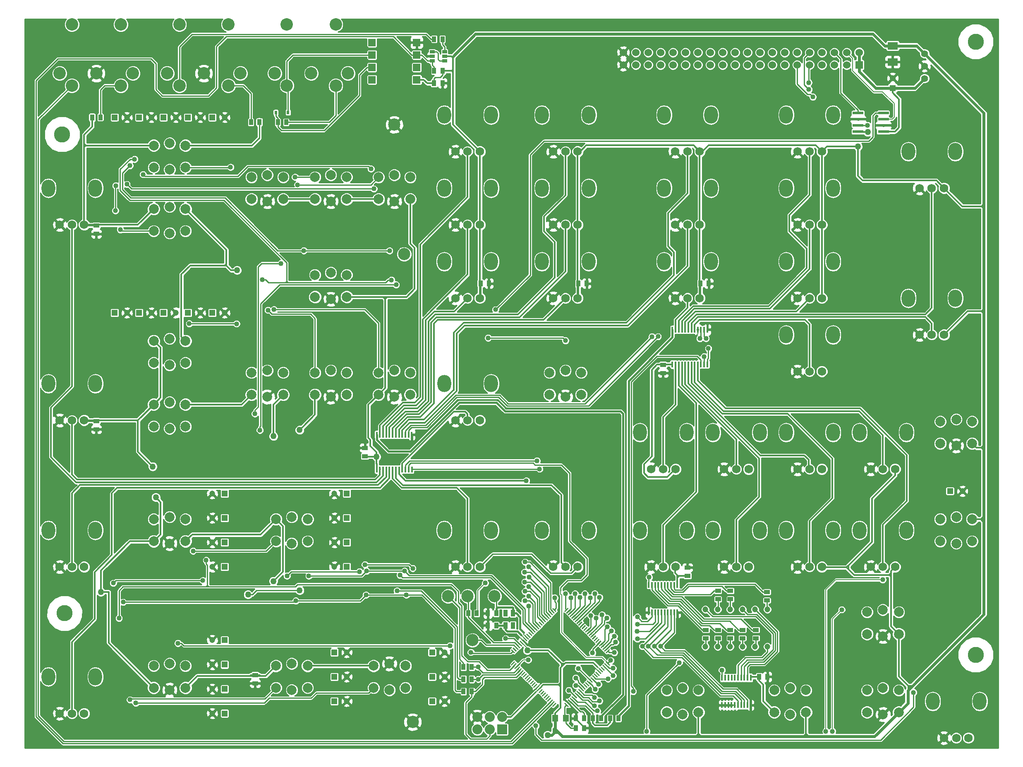
<source format=gbl>
%FSLAX46Y46*%
G04 Gerber Fmt 4.6, Leading zero omitted, Abs format (unit mm)*
G04 Created by KiCad (PCBNEW (2014-09-02 BZR 5112)-product) date 2015-02-16 11:39:03 AM*
%MOMM*%
G01*
G04 APERTURE LIST*
%ADD10C,0.500000*%
%ADD11R,1.250000X1.250000*%
%ADD12C,1.250000*%
%ADD13R,2.032000X1.524000*%
%ADD14R,0.609600X0.762000*%
%ADD15C,2.032000*%
%ADD16R,2.032000X2.032000*%
%ADD17R,1.524000X1.524000*%
%ADD18C,1.524000*%
%ADD19R,1.143000X1.397000*%
%ADD20R,1.500000X1.500000*%
%ADD21R,2.199640X0.599440*%
%ADD22R,0.406400X1.270000*%
%ADD23C,1.400000*%
%ADD24R,0.381000X1.270000*%
%ADD25R,1.000760X0.701040*%
%ADD26R,0.900000X1.400000*%
%ADD27C,2.500000*%
%ADD28C,3.302000*%
%ADD29C,2.000000*%
%ADD30R,0.812800X1.143000*%
%ADD31R,1.143000X0.812800*%
%ADD32O,2.800000X3.500000*%
%ADD33C,1.750000*%
%ADD34R,1.200000X1.200000*%
%ADD35C,1.200000*%
%ADD36C,2.540000*%
%ADD37C,1.270000*%
%ADD38C,1.016000*%
%ADD39C,0.254000*%
%ADD40C,0.203200*%
%ADD41C,0.355600*%
%ADD42C,0.406400*%
%ADD43C,0.609600*%
%ADD44C,0.253800*%
%ADD45C,0.304800*%
G04 APERTURE END LIST*
D10*
D11*
X178000000Y-14500000D03*
D12*
X178000000Y-12500000D03*
D13*
X178000000Y-5849000D03*
X178000000Y-9151000D03*
D14*
X54244600Y-19500000D03*
X51755400Y-19500000D03*
D10*
G36*
X110790262Y-140447229D02*
X110969867Y-140267624D01*
X111688288Y-140986045D01*
X111508683Y-141165650D01*
X110790262Y-140447229D01*
X110790262Y-140447229D01*
G37*
G36*
X119267624Y-131969867D02*
X119447229Y-131790262D01*
X120165650Y-132508683D01*
X119986045Y-132688288D01*
X119267624Y-131969867D01*
X119267624Y-131969867D01*
G37*
G36*
X118908414Y-132329078D02*
X119088019Y-132149473D01*
X119806440Y-132867894D01*
X119626835Y-133047499D01*
X118908414Y-132329078D01*
X118908414Y-132329078D01*
G37*
G36*
X118567164Y-132670327D02*
X118746769Y-132490722D01*
X119465190Y-133209143D01*
X119285585Y-133388748D01*
X118567164Y-132670327D01*
X118567164Y-132670327D01*
G37*
G36*
X118207954Y-133029538D02*
X118387559Y-132849933D01*
X119105980Y-133568354D01*
X118926375Y-133747959D01*
X118207954Y-133029538D01*
X118207954Y-133029538D01*
G37*
G36*
X117848744Y-133388748D02*
X118028349Y-133209143D01*
X118746770Y-133927564D01*
X118567165Y-134107169D01*
X117848744Y-133388748D01*
X117848744Y-133388748D01*
G37*
G36*
X117507494Y-133729998D02*
X117687099Y-133550393D01*
X118405520Y-134268814D01*
X118225915Y-134448419D01*
X117507494Y-133729998D01*
X117507494Y-133729998D01*
G37*
G36*
X117148284Y-134089208D02*
X117327889Y-133909603D01*
X118046310Y-134628024D01*
X117866705Y-134807629D01*
X117148284Y-134089208D01*
X117148284Y-134089208D01*
G37*
G36*
X116789073Y-134448418D02*
X116968678Y-134268813D01*
X117687099Y-134987234D01*
X117507494Y-135166839D01*
X116789073Y-134448418D01*
X116789073Y-134448418D01*
G37*
G36*
X116447824Y-134789668D02*
X116627429Y-134610063D01*
X117345850Y-135328484D01*
X117166245Y-135508089D01*
X116447824Y-134789668D01*
X116447824Y-134789668D01*
G37*
G36*
X116088613Y-135148878D02*
X116268218Y-134969273D01*
X116986639Y-135687694D01*
X116807034Y-135867299D01*
X116088613Y-135148878D01*
X116088613Y-135148878D01*
G37*
G36*
X115729403Y-135508088D02*
X115909008Y-135328483D01*
X116627429Y-136046904D01*
X116447824Y-136226509D01*
X115729403Y-135508088D01*
X115729403Y-135508088D01*
G37*
G36*
X115370193Y-135867299D02*
X115549798Y-135687694D01*
X116268219Y-136406115D01*
X116088614Y-136585720D01*
X115370193Y-135867299D01*
X115370193Y-135867299D01*
G37*
G36*
X115028943Y-136208548D02*
X115208548Y-136028943D01*
X115926969Y-136747364D01*
X115747364Y-136926969D01*
X115028943Y-136208548D01*
X115028943Y-136208548D01*
G37*
G36*
X114669733Y-136567758D02*
X114849338Y-136388153D01*
X115567759Y-137106574D01*
X115388154Y-137286179D01*
X114669733Y-136567758D01*
X114669733Y-136567758D01*
G37*
G36*
X114310523Y-136926969D02*
X114490128Y-136747364D01*
X115208549Y-137465785D01*
X115028944Y-137645390D01*
X114310523Y-136926969D01*
X114310523Y-136926969D01*
G37*
G36*
X113969273Y-137268218D02*
X114148878Y-137088613D01*
X114867299Y-137807034D01*
X114687694Y-137986639D01*
X113969273Y-137268218D01*
X113969273Y-137268218D01*
G37*
G36*
X113610063Y-137627429D02*
X113789668Y-137447824D01*
X114508089Y-138166245D01*
X114328484Y-138345850D01*
X113610063Y-137627429D01*
X113610063Y-137627429D01*
G37*
G36*
X113250853Y-137986639D02*
X113430458Y-137807034D01*
X114148879Y-138525455D01*
X113969274Y-138705060D01*
X113250853Y-137986639D01*
X113250853Y-137986639D01*
G37*
G36*
X112909603Y-138327889D02*
X113089208Y-138148284D01*
X113807629Y-138866705D01*
X113628024Y-139046310D01*
X112909603Y-138327889D01*
X112909603Y-138327889D01*
G37*
G36*
X112550393Y-138687099D02*
X112729998Y-138507494D01*
X113448419Y-139225915D01*
X113268814Y-139405520D01*
X112550393Y-138687099D01*
X112550393Y-138687099D01*
G37*
G36*
X112191182Y-139046309D02*
X112370787Y-138866704D01*
X113089208Y-139585125D01*
X112909603Y-139764730D01*
X112191182Y-139046309D01*
X112191182Y-139046309D01*
G37*
G36*
X111849933Y-139387559D02*
X112029538Y-139207954D01*
X112747959Y-139926375D01*
X112568354Y-140105980D01*
X111849933Y-139387559D01*
X111849933Y-139387559D01*
G37*
G36*
X111490722Y-139746769D02*
X111670327Y-139567164D01*
X112388748Y-140285585D01*
X112209143Y-140465190D01*
X111490722Y-139746769D01*
X111490722Y-139746769D01*
G37*
G36*
X111131512Y-140105979D02*
X111311117Y-139926374D01*
X112029538Y-140644795D01*
X111849933Y-140824400D01*
X111131512Y-140105979D01*
X111131512Y-140105979D01*
G37*
G36*
X119267624Y-130030133D02*
X119986045Y-129311712D01*
X120165650Y-129491317D01*
X119447229Y-130209738D01*
X119267624Y-130030133D01*
X119267624Y-130030133D01*
G37*
G36*
X110790262Y-121552771D02*
X111508683Y-120834350D01*
X111688288Y-121013955D01*
X110969867Y-121732376D01*
X110790262Y-121552771D01*
X110790262Y-121552771D01*
G37*
G36*
X111149473Y-121911981D02*
X111867894Y-121193560D01*
X112047499Y-121373165D01*
X111329078Y-122091586D01*
X111149473Y-121911981D01*
X111149473Y-121911981D01*
G37*
G36*
X111490722Y-122253231D02*
X112209143Y-121534810D01*
X112388748Y-121714415D01*
X111670327Y-122432836D01*
X111490722Y-122253231D01*
X111490722Y-122253231D01*
G37*
G36*
X111849933Y-122612441D02*
X112568354Y-121894020D01*
X112747959Y-122073625D01*
X112029538Y-122792046D01*
X111849933Y-122612441D01*
X111849933Y-122612441D01*
G37*
G36*
X112209143Y-122971651D02*
X112927564Y-122253230D01*
X113107169Y-122432835D01*
X112388748Y-123151256D01*
X112209143Y-122971651D01*
X112209143Y-122971651D01*
G37*
G36*
X112550393Y-123312901D02*
X113268814Y-122594480D01*
X113448419Y-122774085D01*
X112729998Y-123492506D01*
X112550393Y-123312901D01*
X112550393Y-123312901D01*
G37*
G36*
X112909603Y-123672111D02*
X113628024Y-122953690D01*
X113807629Y-123133295D01*
X113089208Y-123851716D01*
X112909603Y-123672111D01*
X112909603Y-123672111D01*
G37*
G36*
X113268813Y-124031322D02*
X113987234Y-123312901D01*
X114166839Y-123492506D01*
X113448418Y-124210927D01*
X113268813Y-124031322D01*
X113268813Y-124031322D01*
G37*
G36*
X113610063Y-124372571D02*
X114328484Y-123654150D01*
X114508089Y-123833755D01*
X113789668Y-124552176D01*
X113610063Y-124372571D01*
X113610063Y-124372571D01*
G37*
G36*
X113969273Y-124731782D02*
X114687694Y-124013361D01*
X114867299Y-124192966D01*
X114148878Y-124911387D01*
X113969273Y-124731782D01*
X113969273Y-124731782D01*
G37*
G36*
X114328483Y-125090992D02*
X115046904Y-124372571D01*
X115226509Y-124552176D01*
X114508088Y-125270597D01*
X114328483Y-125090992D01*
X114328483Y-125090992D01*
G37*
G36*
X114687694Y-125450202D02*
X115406115Y-124731781D01*
X115585720Y-124911386D01*
X114867299Y-125629807D01*
X114687694Y-125450202D01*
X114687694Y-125450202D01*
G37*
G36*
X115028943Y-125791452D02*
X115747364Y-125073031D01*
X115926969Y-125252636D01*
X115208548Y-125971057D01*
X115028943Y-125791452D01*
X115028943Y-125791452D01*
G37*
G36*
X115388153Y-126150662D02*
X116106574Y-125432241D01*
X116286179Y-125611846D01*
X115567758Y-126330267D01*
X115388153Y-126150662D01*
X115388153Y-126150662D01*
G37*
G36*
X115747364Y-126509872D02*
X116465785Y-125791451D01*
X116645390Y-125971056D01*
X115926969Y-126689477D01*
X115747364Y-126509872D01*
X115747364Y-126509872D01*
G37*
G36*
X116088613Y-126851122D02*
X116807034Y-126132701D01*
X116986639Y-126312306D01*
X116268218Y-127030727D01*
X116088613Y-126851122D01*
X116088613Y-126851122D01*
G37*
G36*
X116447824Y-127210332D02*
X117166245Y-126491911D01*
X117345850Y-126671516D01*
X116627429Y-127389937D01*
X116447824Y-127210332D01*
X116447824Y-127210332D01*
G37*
G36*
X116807034Y-127569542D02*
X117525455Y-126851121D01*
X117705060Y-127030726D01*
X116986639Y-127749147D01*
X116807034Y-127569542D01*
X116807034Y-127569542D01*
G37*
G36*
X117148284Y-127910792D02*
X117866705Y-127192371D01*
X118046310Y-127371976D01*
X117327889Y-128090397D01*
X117148284Y-127910792D01*
X117148284Y-127910792D01*
G37*
G36*
X117507494Y-128270002D02*
X118225915Y-127551581D01*
X118405520Y-127731186D01*
X117687099Y-128449607D01*
X117507494Y-128270002D01*
X117507494Y-128270002D01*
G37*
G36*
X117866704Y-128629213D02*
X118585125Y-127910792D01*
X118764730Y-128090397D01*
X118046309Y-128808818D01*
X117866704Y-128629213D01*
X117866704Y-128629213D01*
G37*
G36*
X118207954Y-128970462D02*
X118926375Y-128252041D01*
X119105980Y-128431646D01*
X118387559Y-129150067D01*
X118207954Y-128970462D01*
X118207954Y-128970462D01*
G37*
G36*
X118567164Y-129329673D02*
X119285585Y-128611252D01*
X119465190Y-128790857D01*
X118746769Y-129509278D01*
X118567164Y-129329673D01*
X118567164Y-129329673D01*
G37*
G36*
X118926374Y-129688883D02*
X119644795Y-128970462D01*
X119824400Y-129150067D01*
X119105979Y-129868488D01*
X118926374Y-129688883D01*
X118926374Y-129688883D01*
G37*
G36*
X108311712Y-140986045D02*
X109030133Y-140267624D01*
X109209738Y-140447229D01*
X108491317Y-141165650D01*
X108311712Y-140986045D01*
X108311712Y-140986045D01*
G37*
G36*
X107952501Y-140626835D02*
X108670922Y-139908414D01*
X108850527Y-140088019D01*
X108132106Y-140806440D01*
X107952501Y-140626835D01*
X107952501Y-140626835D01*
G37*
G36*
X107611252Y-140285585D02*
X108329673Y-139567164D01*
X108509278Y-139746769D01*
X107790857Y-140465190D01*
X107611252Y-140285585D01*
X107611252Y-140285585D01*
G37*
G36*
X107252041Y-139926375D02*
X107970462Y-139207954D01*
X108150067Y-139387559D01*
X107431646Y-140105980D01*
X107252041Y-139926375D01*
X107252041Y-139926375D01*
G37*
G36*
X106892831Y-139567165D02*
X107611252Y-138848744D01*
X107790857Y-139028349D01*
X107072436Y-139746770D01*
X106892831Y-139567165D01*
X106892831Y-139567165D01*
G37*
G36*
X106551581Y-139225915D02*
X107270002Y-138507494D01*
X107449607Y-138687099D01*
X106731186Y-139405520D01*
X106551581Y-139225915D01*
X106551581Y-139225915D01*
G37*
G36*
X106192371Y-138866705D02*
X106910792Y-138148284D01*
X107090397Y-138327889D01*
X106371976Y-139046310D01*
X106192371Y-138866705D01*
X106192371Y-138866705D01*
G37*
G36*
X105833161Y-138507494D02*
X106551582Y-137789073D01*
X106731187Y-137968678D01*
X106012766Y-138687099D01*
X105833161Y-138507494D01*
X105833161Y-138507494D01*
G37*
G36*
X105491911Y-138166245D02*
X106210332Y-137447824D01*
X106389937Y-137627429D01*
X105671516Y-138345850D01*
X105491911Y-138166245D01*
X105491911Y-138166245D01*
G37*
G36*
X105132701Y-137807034D02*
X105851122Y-137088613D01*
X106030727Y-137268218D01*
X105312306Y-137986639D01*
X105132701Y-137807034D01*
X105132701Y-137807034D01*
G37*
G36*
X104773491Y-137447824D02*
X105491912Y-136729403D01*
X105671517Y-136909008D01*
X104953096Y-137627429D01*
X104773491Y-137447824D01*
X104773491Y-137447824D01*
G37*
G36*
X104414280Y-137088614D02*
X105132701Y-136370193D01*
X105312306Y-136549798D01*
X104593885Y-137268219D01*
X104414280Y-137088614D01*
X104414280Y-137088614D01*
G37*
G36*
X104073031Y-136747364D02*
X104791452Y-136028943D01*
X104971057Y-136208548D01*
X104252636Y-136926969D01*
X104073031Y-136747364D01*
X104073031Y-136747364D01*
G37*
G36*
X103713821Y-136388154D02*
X104432242Y-135669733D01*
X104611847Y-135849338D01*
X103893426Y-136567759D01*
X103713821Y-136388154D01*
X103713821Y-136388154D01*
G37*
G36*
X103354610Y-136028944D02*
X104073031Y-135310523D01*
X104252636Y-135490128D01*
X103534215Y-136208549D01*
X103354610Y-136028944D01*
X103354610Y-136028944D01*
G37*
G36*
X103013361Y-135687694D02*
X103731782Y-134969273D01*
X103911387Y-135148878D01*
X103192966Y-135867299D01*
X103013361Y-135687694D01*
X103013361Y-135687694D01*
G37*
G36*
X102654150Y-135328484D02*
X103372571Y-134610063D01*
X103552176Y-134789668D01*
X102833755Y-135508089D01*
X102654150Y-135328484D01*
X102654150Y-135328484D01*
G37*
G36*
X102294940Y-134969274D02*
X103013361Y-134250853D01*
X103192966Y-134430458D01*
X102474545Y-135148879D01*
X102294940Y-134969274D01*
X102294940Y-134969274D01*
G37*
G36*
X101953690Y-134628024D02*
X102672111Y-133909603D01*
X102851716Y-134089208D01*
X102133295Y-134807629D01*
X101953690Y-134628024D01*
X101953690Y-134628024D01*
G37*
G36*
X101594480Y-134268814D02*
X102312901Y-133550393D01*
X102492506Y-133729998D01*
X101774085Y-134448419D01*
X101594480Y-134268814D01*
X101594480Y-134268814D01*
G37*
G36*
X101235270Y-133909603D02*
X101953691Y-133191182D01*
X102133296Y-133370787D01*
X101414875Y-134089208D01*
X101235270Y-133909603D01*
X101235270Y-133909603D01*
G37*
G36*
X100894020Y-133568354D02*
X101612441Y-132849933D01*
X101792046Y-133029538D01*
X101073625Y-133747959D01*
X100894020Y-133568354D01*
X100894020Y-133568354D01*
G37*
G36*
X100534810Y-133209143D02*
X101253231Y-132490722D01*
X101432836Y-132670327D01*
X100714415Y-133388748D01*
X100534810Y-133209143D01*
X100534810Y-133209143D01*
G37*
G36*
X100175600Y-132849933D02*
X100894021Y-132131512D01*
X101073626Y-132311117D01*
X100355205Y-133029538D01*
X100175600Y-132849933D01*
X100175600Y-132849933D01*
G37*
G36*
X99834350Y-132508683D02*
X100552771Y-131790262D01*
X100732376Y-131969867D01*
X100013955Y-132688288D01*
X99834350Y-132508683D01*
X99834350Y-132508683D01*
G37*
G36*
X99834350Y-129491317D02*
X100013955Y-129311712D01*
X100732376Y-130030133D01*
X100552771Y-130209738D01*
X99834350Y-129491317D01*
X99834350Y-129491317D01*
G37*
G36*
X100193560Y-129132106D02*
X100373165Y-128952501D01*
X101091586Y-129670922D01*
X100911981Y-129850527D01*
X100193560Y-129132106D01*
X100193560Y-129132106D01*
G37*
G36*
X100534810Y-128790857D02*
X100714415Y-128611252D01*
X101432836Y-129329673D01*
X101253231Y-129509278D01*
X100534810Y-128790857D01*
X100534810Y-128790857D01*
G37*
G36*
X100894020Y-128431646D02*
X101073625Y-128252041D01*
X101792046Y-128970462D01*
X101612441Y-129150067D01*
X100894020Y-128431646D01*
X100894020Y-128431646D01*
G37*
G36*
X101253230Y-128072436D02*
X101432835Y-127892831D01*
X102151256Y-128611252D01*
X101971651Y-128790857D01*
X101253230Y-128072436D01*
X101253230Y-128072436D01*
G37*
G36*
X101594480Y-127731186D02*
X101774085Y-127551581D01*
X102492506Y-128270002D01*
X102312901Y-128449607D01*
X101594480Y-127731186D01*
X101594480Y-127731186D01*
G37*
G36*
X101953690Y-127371976D02*
X102133295Y-127192371D01*
X102851716Y-127910792D01*
X102672111Y-128090397D01*
X101953690Y-127371976D01*
X101953690Y-127371976D01*
G37*
G36*
X102312901Y-127012766D02*
X102492506Y-126833161D01*
X103210927Y-127551582D01*
X103031322Y-127731187D01*
X102312901Y-127012766D01*
X102312901Y-127012766D01*
G37*
G36*
X102654150Y-126671516D02*
X102833755Y-126491911D01*
X103552176Y-127210332D01*
X103372571Y-127389937D01*
X102654150Y-126671516D01*
X102654150Y-126671516D01*
G37*
G36*
X103013361Y-126312306D02*
X103192966Y-126132701D01*
X103911387Y-126851122D01*
X103731782Y-127030727D01*
X103013361Y-126312306D01*
X103013361Y-126312306D01*
G37*
G36*
X103372571Y-125953096D02*
X103552176Y-125773491D01*
X104270597Y-126491912D01*
X104090992Y-126671517D01*
X103372571Y-125953096D01*
X103372571Y-125953096D01*
G37*
G36*
X103731781Y-125593885D02*
X103911386Y-125414280D01*
X104629807Y-126132701D01*
X104450202Y-126312306D01*
X103731781Y-125593885D01*
X103731781Y-125593885D01*
G37*
G36*
X104073031Y-125252636D02*
X104252636Y-125073031D01*
X104971057Y-125791452D01*
X104791452Y-125971057D01*
X104073031Y-125252636D01*
X104073031Y-125252636D01*
G37*
G36*
X104432241Y-124893426D02*
X104611846Y-124713821D01*
X105330267Y-125432242D01*
X105150662Y-125611847D01*
X104432241Y-124893426D01*
X104432241Y-124893426D01*
G37*
G36*
X104791451Y-124534215D02*
X104971056Y-124354610D01*
X105689477Y-125073031D01*
X105509872Y-125252636D01*
X104791451Y-124534215D01*
X104791451Y-124534215D01*
G37*
G36*
X105132701Y-124192966D02*
X105312306Y-124013361D01*
X106030727Y-124731782D01*
X105851122Y-124911387D01*
X105132701Y-124192966D01*
X105132701Y-124192966D01*
G37*
G36*
X105491911Y-123833755D02*
X105671516Y-123654150D01*
X106389937Y-124372571D01*
X106210332Y-124552176D01*
X105491911Y-123833755D01*
X105491911Y-123833755D01*
G37*
G36*
X105851121Y-123474545D02*
X106030726Y-123294940D01*
X106749147Y-124013361D01*
X106569542Y-124192966D01*
X105851121Y-123474545D01*
X105851121Y-123474545D01*
G37*
G36*
X106192371Y-123133295D02*
X106371976Y-122953690D01*
X107090397Y-123672111D01*
X106910792Y-123851716D01*
X106192371Y-123133295D01*
X106192371Y-123133295D01*
G37*
G36*
X106551581Y-122774085D02*
X106731186Y-122594480D01*
X107449607Y-123312901D01*
X107270002Y-123492506D01*
X106551581Y-122774085D01*
X106551581Y-122774085D01*
G37*
G36*
X106910792Y-122414875D02*
X107090397Y-122235270D01*
X107808818Y-122953691D01*
X107629213Y-123133296D01*
X106910792Y-122414875D01*
X106910792Y-122414875D01*
G37*
G36*
X107252041Y-122073625D02*
X107431646Y-121894020D01*
X108150067Y-122612441D01*
X107970462Y-122792046D01*
X107252041Y-122073625D01*
X107252041Y-122073625D01*
G37*
G36*
X107611252Y-121714415D02*
X107790857Y-121534810D01*
X108509278Y-122253231D01*
X108329673Y-122432836D01*
X107611252Y-121714415D01*
X107611252Y-121714415D01*
G37*
G36*
X107970462Y-121355205D02*
X108150067Y-121175600D01*
X108868488Y-121894021D01*
X108688883Y-122073626D01*
X107970462Y-121355205D01*
X107970462Y-121355205D01*
G37*
G36*
X108311712Y-121013955D02*
X108491317Y-120834350D01*
X109209738Y-121552771D01*
X109030133Y-121732376D01*
X108311712Y-121013955D01*
X108311712Y-121013955D01*
G37*
D15*
X92960000Y-145770000D03*
X95500000Y-145770000D03*
D16*
X98040000Y-145770000D03*
D15*
X92960000Y-143230000D03*
X95500000Y-143230000D03*
X98040000Y-143230000D03*
D17*
X171130000Y-9770000D03*
D18*
X171130000Y-7230000D03*
X158430000Y-9770000D03*
X168590000Y-7230000D03*
X155890000Y-9770000D03*
X166050000Y-7230000D03*
X153350000Y-9770000D03*
X163510000Y-7230000D03*
X150810000Y-9770000D03*
X160970000Y-7230000D03*
X148270000Y-9770000D03*
X158430000Y-7230000D03*
X145730000Y-9770000D03*
X155890000Y-7230000D03*
X143190000Y-9770000D03*
X153350000Y-7230000D03*
X140650000Y-9770000D03*
X150810000Y-7230000D03*
X138110000Y-9770000D03*
X148270000Y-7230000D03*
X135570000Y-9770000D03*
X145730000Y-7230000D03*
X133030000Y-9770000D03*
X143190000Y-7230000D03*
X140650000Y-7230000D03*
X130490000Y-9770000D03*
X138110000Y-7230000D03*
X133030000Y-7230000D03*
X130490000Y-7230000D03*
X127950000Y-7230000D03*
X125410000Y-7230000D03*
X127950000Y-9770000D03*
X125410000Y-9770000D03*
X168590000Y-9770000D03*
X166050000Y-9770000D03*
X163510000Y-9770000D03*
X160970000Y-9770000D03*
X122870000Y-9770000D03*
X122870000Y-7230000D03*
X135570000Y-7230000D03*
D19*
X108920500Y-143500000D03*
X111079500Y-143500000D03*
D20*
X71428000Y-10270000D03*
X71428000Y-7730000D03*
X71428000Y-5190000D03*
X71428000Y-12810000D03*
X80572000Y-12810000D03*
X80572000Y-10270000D03*
X80572000Y-7730000D03*
X80572000Y-5190000D03*
D21*
X176098420Y-19595000D03*
X176098420Y-20865000D03*
X176098420Y-22135000D03*
X176098420Y-23405000D03*
X170901580Y-23405000D03*
X170901580Y-22135000D03*
X170901580Y-20865000D03*
X170901580Y-19595000D03*
D22*
X72409000Y-85444000D03*
X73044000Y-85444000D03*
X73704400Y-85444000D03*
X74364800Y-85444000D03*
X74999800Y-85444000D03*
X75660200Y-85444000D03*
X76320600Y-85444000D03*
X76955600Y-85444000D03*
X77616000Y-85444000D03*
X78251000Y-85444000D03*
X78911400Y-85444000D03*
X79571800Y-85444000D03*
X79597200Y-92556000D03*
X78911400Y-92556000D03*
X78251000Y-92556000D03*
X77616000Y-92556000D03*
X76955600Y-92556000D03*
X76320600Y-92556000D03*
X75660200Y-92556000D03*
X74999800Y-92556000D03*
X74364800Y-92556000D03*
X73704400Y-92556000D03*
X73044000Y-92556000D03*
X72409000Y-92556000D03*
D23*
X184500000Y-10000000D03*
X184500000Y-12540000D03*
X184500000Y-7460000D03*
D22*
X132909000Y-63944000D03*
X133544000Y-63944000D03*
X134204400Y-63944000D03*
X134864800Y-63944000D03*
X135499800Y-63944000D03*
X136160200Y-63944000D03*
X136820600Y-63944000D03*
X137455600Y-63944000D03*
X138116000Y-63944000D03*
X138751000Y-63944000D03*
X139411400Y-63944000D03*
X140071800Y-63944000D03*
X140097200Y-71056000D03*
X139411400Y-71056000D03*
X138751000Y-71056000D03*
X138116000Y-71056000D03*
X137455600Y-71056000D03*
X136820600Y-71056000D03*
X136160200Y-71056000D03*
X135499800Y-71056000D03*
X134864800Y-71056000D03*
X134204400Y-71056000D03*
X133544000Y-71056000D03*
X132909000Y-71056000D03*
D24*
X148925000Y-140800000D03*
X148275600Y-140799080D03*
X147625360Y-140799080D03*
X146975120Y-140799080D03*
X146324880Y-140799080D03*
X145674640Y-140799080D03*
X145024400Y-140799080D03*
X144374160Y-140799080D03*
X143725000Y-140800000D03*
X143075000Y-140800000D03*
X143075000Y-135200000D03*
X143724880Y-135200920D03*
X144375120Y-135200920D03*
X145025360Y-135200920D03*
X145675600Y-135200920D03*
X146325840Y-135200920D03*
X146975000Y-135200000D03*
X147625000Y-135200000D03*
X148275000Y-135200000D03*
X148925000Y-135200000D03*
X133925000Y-121800000D03*
X133275600Y-121799080D03*
X132625360Y-121799080D03*
X131975120Y-121799080D03*
X131324880Y-121799080D03*
X130674640Y-121799080D03*
X130024400Y-121799080D03*
X129374160Y-121799080D03*
X128725000Y-121800000D03*
X128075000Y-121800000D03*
X128075000Y-116200000D03*
X128724880Y-116200920D03*
X129375120Y-116200920D03*
X130025360Y-116200920D03*
X130675600Y-116200920D03*
X131325840Y-116200920D03*
X131975000Y-116200000D03*
X132625000Y-116200000D03*
X133275000Y-116200000D03*
X133925000Y-116200000D03*
D25*
X86270000Y-8952500D03*
X86270000Y-8000000D03*
X86270000Y-7047500D03*
X83730000Y-7047500D03*
X83730000Y-8000000D03*
X83730000Y-8952500D03*
D26*
X100275000Y-124525000D03*
X100275000Y-121975000D03*
X98725000Y-121975000D03*
X98725000Y-124525000D03*
D27*
X87000000Y-118500000D03*
X78000000Y-48500000D03*
X96500000Y-118500000D03*
X91000000Y-118500000D03*
X92000000Y-127500000D03*
D28*
X8000000Y-24000000D03*
X8500000Y-122000000D03*
X195000000Y-130500000D03*
X195000000Y-5000000D03*
D29*
X157000000Y-137300000D03*
X157000000Y-142700000D03*
X153750000Y-137750000D03*
X153750000Y-142250000D03*
X160250000Y-137750000D03*
X160250000Y-142250000D03*
X135000000Y-137300000D03*
X135000000Y-142700000D03*
X131750000Y-137750000D03*
X131750000Y-142250000D03*
X138250000Y-137750000D03*
X138250000Y-142250000D03*
X55000000Y-137700000D03*
X55000000Y-132300000D03*
X58250000Y-137250000D03*
X58250000Y-132750000D03*
X51750000Y-137250000D03*
X51750000Y-132750000D03*
X55000000Y-107700000D03*
X55000000Y-102300000D03*
X58250000Y-107250000D03*
X58250000Y-102750000D03*
X51750000Y-107250000D03*
X51750000Y-102750000D03*
X30000000Y-84200000D03*
X30000000Y-78800000D03*
X33250000Y-83750000D03*
X33250000Y-79250000D03*
X26750000Y-83750000D03*
X26750000Y-79250000D03*
X30000000Y-71200000D03*
X30000000Y-65800000D03*
X33250000Y-70750000D03*
X33250000Y-66250000D03*
X26750000Y-70750000D03*
X26750000Y-66250000D03*
X30000000Y-44200000D03*
X30000000Y-38800000D03*
X33250000Y-43750000D03*
X33250000Y-39250000D03*
X26750000Y-43750000D03*
X26750000Y-39250000D03*
X30000000Y-31200000D03*
X30000000Y-25800000D03*
X33250000Y-30750000D03*
X33250000Y-26250000D03*
X26750000Y-30750000D03*
X26750000Y-26250000D03*
X30000000Y-102300000D03*
X30000000Y-107700000D03*
X26750000Y-102750000D03*
X26750000Y-107250000D03*
X33250000Y-102750000D03*
X33250000Y-107250000D03*
X30000000Y-132300000D03*
X30000000Y-137700000D03*
X26750000Y-132750000D03*
X26750000Y-137250000D03*
X33250000Y-132750000D03*
X33250000Y-137250000D03*
X75000000Y-137700000D03*
X75000000Y-132300000D03*
X78250000Y-137250000D03*
X78250000Y-132750000D03*
X71750000Y-137250000D03*
X71750000Y-132750000D03*
X176000000Y-137300000D03*
X176000000Y-142700000D03*
X172750000Y-137750000D03*
X172750000Y-142250000D03*
X179250000Y-137750000D03*
X179250000Y-142250000D03*
X176000000Y-121300000D03*
X176000000Y-126700000D03*
X172750000Y-121750000D03*
X172750000Y-126250000D03*
X179250000Y-121750000D03*
X179250000Y-126250000D03*
X191000000Y-82300000D03*
X191000000Y-87700000D03*
X187750000Y-82750000D03*
X187750000Y-87250000D03*
X194250000Y-82750000D03*
X194250000Y-87250000D03*
X111000000Y-72300000D03*
X111000000Y-77700000D03*
X107750000Y-72750000D03*
X107750000Y-77250000D03*
X114250000Y-72750000D03*
X114250000Y-77250000D03*
X76000000Y-72300000D03*
X76000000Y-77700000D03*
X72750000Y-72750000D03*
X72750000Y-77250000D03*
X79250000Y-72750000D03*
X79250000Y-77250000D03*
X63000000Y-72300000D03*
X63000000Y-77700000D03*
X59750000Y-72750000D03*
X59750000Y-77250000D03*
X66250000Y-72750000D03*
X66250000Y-77250000D03*
X50000000Y-72300000D03*
X50000000Y-77700000D03*
X46750000Y-72750000D03*
X46750000Y-77250000D03*
X53250000Y-72750000D03*
X53250000Y-77250000D03*
X63000000Y-52300000D03*
X63000000Y-57700000D03*
X59750000Y-52750000D03*
X59750000Y-57250000D03*
X66250000Y-52750000D03*
X66250000Y-57250000D03*
X76000000Y-32300000D03*
X76000000Y-37700000D03*
X72750000Y-32750000D03*
X72750000Y-37250000D03*
X79250000Y-32750000D03*
X79250000Y-37250000D03*
X63000000Y-32300000D03*
X63000000Y-37700000D03*
X59750000Y-32750000D03*
X59750000Y-37250000D03*
X66250000Y-32750000D03*
X66250000Y-37250000D03*
X50000000Y-32300000D03*
X50000000Y-37700000D03*
X46750000Y-32750000D03*
X46750000Y-37250000D03*
X53250000Y-32750000D03*
X53250000Y-37250000D03*
X191000000Y-102300000D03*
X191000000Y-107700000D03*
X187750000Y-102750000D03*
X187750000Y-107250000D03*
X194250000Y-102750000D03*
X194250000Y-107250000D03*
D30*
X114850900Y-143500000D03*
X113149100Y-143500000D03*
X95149100Y-124500000D03*
X96850900Y-124500000D03*
X95149100Y-122000000D03*
X96850900Y-122000000D03*
D31*
X70000000Y-89850900D03*
X70000000Y-88149100D03*
D30*
X113149100Y-145500000D03*
X114850900Y-145500000D03*
D31*
X15000000Y-42649100D03*
X15000000Y-44350900D03*
X131000000Y-71149100D03*
X131000000Y-72850900D03*
X136000000Y-114350900D03*
X136000000Y-112649100D03*
D30*
X150649100Y-135000000D03*
X152350900Y-135000000D03*
X84149100Y-13500000D03*
X85850900Y-13500000D03*
X93649100Y-54500000D03*
X95350900Y-54500000D03*
X138649100Y-54500000D03*
X140350900Y-54500000D03*
X113649100Y-54500000D03*
X115350900Y-54500000D03*
D31*
X15000000Y-82649100D03*
X15000000Y-84350900D03*
X47500000Y-134649100D03*
X47500000Y-136350900D03*
D30*
X91149100Y-122000000D03*
X92850900Y-122000000D03*
X118350900Y-143500000D03*
X116649100Y-143500000D03*
X121850900Y-143500000D03*
X120149100Y-143500000D03*
X52149100Y-21500000D03*
X53850900Y-21500000D03*
X14149100Y-20500000D03*
X15850900Y-20500000D03*
D31*
X142250000Y-119100900D03*
X142250000Y-117399100D03*
X152250000Y-119350900D03*
X152250000Y-117649100D03*
X147250000Y-127100900D03*
X147250000Y-125399100D03*
X142250000Y-127100900D03*
X142250000Y-125399100D03*
D30*
X84149100Y-4500000D03*
X85850900Y-4500000D03*
D31*
X139750000Y-127100900D03*
X139750000Y-125399100D03*
X144750000Y-119100900D03*
X144750000Y-117399100D03*
X150000000Y-127100900D03*
X150000000Y-125399100D03*
X144750000Y-127100900D03*
X144750000Y-125399100D03*
D30*
X84149100Y-11000000D03*
X85850900Y-11000000D03*
X48350900Y-21500000D03*
X46649100Y-21500000D03*
X90149100Y-138000000D03*
X91850900Y-138000000D03*
X90149100Y-135500000D03*
X91850900Y-135500000D03*
X90149100Y-133000000D03*
X91850900Y-133000000D03*
D32*
X195800000Y-140000000D03*
X186200000Y-140000000D03*
D33*
X193500000Y-147500000D03*
X191000000Y-147500000D03*
X188500000Y-147500000D03*
D32*
X180800000Y-105000000D03*
X171200000Y-105000000D03*
D33*
X178500000Y-112500000D03*
X176000000Y-112500000D03*
X173500000Y-112500000D03*
D32*
X165800000Y-105000000D03*
X156200000Y-105000000D03*
D33*
X163500000Y-112500000D03*
X161000000Y-112500000D03*
X158500000Y-112500000D03*
D32*
X150800000Y-105000000D03*
X141200000Y-105000000D03*
D33*
X148500000Y-112500000D03*
X146000000Y-112500000D03*
X143500000Y-112500000D03*
D32*
X135850000Y-105000000D03*
X126250000Y-105000000D03*
D33*
X133550000Y-112500000D03*
X131050000Y-112500000D03*
X128550000Y-112500000D03*
D32*
X115800000Y-105000000D03*
X106200000Y-105000000D03*
D33*
X113500000Y-112500000D03*
X111000000Y-112500000D03*
X108500000Y-112500000D03*
D32*
X95800000Y-105000000D03*
X86200000Y-105000000D03*
D33*
X93500000Y-112500000D03*
X91000000Y-112500000D03*
X88500000Y-112500000D03*
D32*
X14800000Y-135000000D03*
X5200000Y-135000000D03*
D33*
X12500000Y-142500000D03*
X10000000Y-142500000D03*
X7500000Y-142500000D03*
D32*
X14800000Y-105000000D03*
X5200000Y-105000000D03*
D33*
X12500000Y-112500000D03*
X10000000Y-112500000D03*
X7500000Y-112500000D03*
D32*
X180800000Y-85000000D03*
X171200000Y-85000000D03*
D33*
X178500000Y-92500000D03*
X176000000Y-92500000D03*
X173500000Y-92500000D03*
D32*
X165800000Y-85000000D03*
X156200000Y-85000000D03*
D33*
X163500000Y-92500000D03*
X161000000Y-92500000D03*
X158500000Y-92500000D03*
D32*
X150800000Y-85000000D03*
X141200000Y-85000000D03*
D33*
X148500000Y-92500000D03*
X146000000Y-92500000D03*
X143500000Y-92500000D03*
D32*
X135850000Y-85000000D03*
X126250000Y-85000000D03*
D33*
X133550000Y-92500000D03*
X131050000Y-92500000D03*
X128550000Y-92500000D03*
D32*
X190800000Y-57500000D03*
X181200000Y-57500000D03*
D33*
X188500000Y-65000000D03*
X186000000Y-65000000D03*
X183500000Y-65000000D03*
D32*
X190800000Y-27500000D03*
X181200000Y-27500000D03*
D33*
X188500000Y-35000000D03*
X186000000Y-35000000D03*
X183500000Y-35000000D03*
D32*
X165800000Y-65000000D03*
X156200000Y-65000000D03*
D33*
X163500000Y-72500000D03*
X161000000Y-72500000D03*
X158500000Y-72500000D03*
D32*
X165800000Y-50000000D03*
X156200000Y-50000000D03*
D33*
X163500000Y-57500000D03*
X161000000Y-57500000D03*
X158500000Y-57500000D03*
D32*
X165800000Y-35000000D03*
X156200000Y-35000000D03*
D33*
X163500000Y-42500000D03*
X161000000Y-42500000D03*
X158500000Y-42500000D03*
D32*
X165800000Y-20000000D03*
X156200000Y-20000000D03*
D33*
X163500000Y-27500000D03*
X161000000Y-27500000D03*
X158500000Y-27500000D03*
D32*
X140800000Y-50000000D03*
X131200000Y-50000000D03*
D33*
X138500000Y-57500000D03*
X136000000Y-57500000D03*
X133500000Y-57500000D03*
D32*
X140800000Y-35000000D03*
X131200000Y-35000000D03*
D33*
X138500000Y-42500000D03*
X136000000Y-42500000D03*
X133500000Y-42500000D03*
D32*
X140800000Y-20000000D03*
X131200000Y-20000000D03*
D33*
X138500000Y-27500000D03*
X136000000Y-27500000D03*
X133500000Y-27500000D03*
D32*
X95800000Y-75000000D03*
X86200000Y-75000000D03*
D33*
X93500000Y-82500000D03*
X91000000Y-82500000D03*
X88500000Y-82500000D03*
D32*
X14800000Y-75000000D03*
X5200000Y-75000000D03*
D33*
X12500000Y-82500000D03*
X10000000Y-82500000D03*
X7500000Y-82500000D03*
D32*
X115800000Y-50000000D03*
X106200000Y-50000000D03*
D33*
X113500000Y-57500000D03*
X111000000Y-57500000D03*
X108500000Y-57500000D03*
D32*
X115800000Y-35000000D03*
X106200000Y-35000000D03*
D33*
X113500000Y-42500000D03*
X111000000Y-42500000D03*
X108500000Y-42500000D03*
D32*
X115800000Y-20000000D03*
X106200000Y-20000000D03*
D33*
X113500000Y-27500000D03*
X111000000Y-27500000D03*
X108500000Y-27500000D03*
D32*
X95800000Y-50000000D03*
X86200000Y-50000000D03*
D33*
X93500000Y-57500000D03*
X91000000Y-57500000D03*
X88500000Y-57500000D03*
D32*
X95800000Y-35000000D03*
X86200000Y-35000000D03*
D33*
X93500000Y-42500000D03*
X91000000Y-42500000D03*
X88500000Y-42500000D03*
D32*
X95800000Y-20000000D03*
X86200000Y-20000000D03*
D33*
X93500000Y-27500000D03*
X91000000Y-27500000D03*
X88500000Y-27500000D03*
D32*
X14800000Y-35000000D03*
X5200000Y-35000000D03*
D33*
X12500000Y-42500000D03*
X10000000Y-42500000D03*
X7500000Y-42500000D03*
D34*
X18730000Y-20500000D03*
D35*
X21270000Y-20500000D03*
D34*
X23730000Y-20500000D03*
D35*
X26270000Y-20500000D03*
D34*
X28730000Y-20500000D03*
D35*
X31270000Y-20500000D03*
D34*
X33730000Y-20500000D03*
D35*
X36270000Y-20500000D03*
D34*
X38730000Y-20500000D03*
D35*
X41270000Y-20500000D03*
D34*
X18730000Y-60500000D03*
D35*
X21270000Y-60500000D03*
D34*
X23730000Y-60500000D03*
D35*
X26270000Y-60500000D03*
D34*
X28730000Y-60500000D03*
D35*
X31270000Y-60500000D03*
D34*
X33730000Y-60500000D03*
D35*
X36270000Y-60500000D03*
D34*
X38730000Y-60500000D03*
D35*
X41270000Y-60500000D03*
D34*
X41270000Y-97500000D03*
D35*
X38730000Y-97500000D03*
D34*
X41270000Y-102500000D03*
D35*
X38730000Y-102500000D03*
D34*
X41270000Y-107500000D03*
D35*
X38730000Y-107500000D03*
D34*
X41270000Y-112500000D03*
D35*
X38730000Y-112500000D03*
D34*
X66270000Y-97500000D03*
D35*
X63730000Y-97500000D03*
D34*
X66270000Y-102500000D03*
D35*
X63730000Y-102500000D03*
D34*
X66270000Y-107500000D03*
D35*
X63730000Y-107500000D03*
D34*
X66270000Y-112500000D03*
D35*
X63730000Y-112500000D03*
D34*
X41270000Y-127500000D03*
D35*
X38730000Y-127500000D03*
D34*
X41270000Y-132500000D03*
D35*
X38730000Y-132500000D03*
D34*
X41270000Y-137500000D03*
D35*
X38730000Y-137500000D03*
D34*
X41270000Y-142500000D03*
D35*
X38730000Y-142500000D03*
D34*
X63730000Y-130000000D03*
D35*
X66270000Y-130000000D03*
D34*
X63730000Y-135000000D03*
D35*
X66270000Y-135000000D03*
D34*
X63730000Y-140000000D03*
D35*
X66270000Y-140000000D03*
D34*
X83730000Y-130000000D03*
D35*
X86270000Y-130000000D03*
D34*
X83730000Y-135000000D03*
D35*
X86270000Y-135000000D03*
D34*
X83730000Y-140000000D03*
D35*
X86270000Y-140000000D03*
D34*
X189730000Y-97000000D03*
D35*
X192270000Y-97000000D03*
D36*
X37000000Y-11500000D03*
X44500000Y-11500000D03*
X29500000Y-11500000D03*
X32000000Y-14000000D03*
X42000000Y-14000000D03*
X32000000Y-1500000D03*
X42000000Y-1500000D03*
X59000000Y-11500000D03*
X66500000Y-11500000D03*
X51500000Y-11500000D03*
X54000000Y-14000000D03*
X64000000Y-14000000D03*
X54000000Y-1500000D03*
X64000000Y-1500000D03*
X15000000Y-11500000D03*
X22500000Y-11500000D03*
X7500000Y-11500000D03*
X10000000Y-14000000D03*
X20000000Y-14000000D03*
X10000000Y-1500000D03*
X20000000Y-1500000D03*
D35*
X139650000Y-128810000D03*
X142190000Y-128810000D03*
X144730000Y-128810000D03*
X147270000Y-128810000D03*
X149810000Y-128810000D03*
X152350000Y-128810000D03*
X152350000Y-121190000D03*
X149810000Y-121190000D03*
X147270000Y-121190000D03*
X144730000Y-121190000D03*
X142190000Y-121190000D03*
X139650000Y-121190000D03*
D27*
X79750000Y-144250000D03*
X76000000Y-22000000D03*
D37*
X42810000Y-118200000D03*
X46090000Y-115460000D03*
X112038667Y-142001476D03*
X107326349Y-143123651D03*
X104283190Y-140790000D03*
D38*
X115303625Y-123433625D03*
D37*
X115480000Y-133170000D03*
X113210000Y-127280000D03*
X24060000Y-75860000D03*
X81980000Y-121170000D03*
X106480000Y-134610000D03*
X181690000Y-131850000D03*
X191830000Y-109740000D03*
X108850000Y-115110000D03*
X88890000Y-93610000D03*
X131410000Y-65020000D03*
X78940000Y-87450000D03*
X136924000Y-65558000D03*
X178230000Y-22070000D03*
X46470000Y-66250000D03*
X104100000Y-133420000D03*
X107356820Y-146913980D03*
X72360000Y-89950000D03*
X56630000Y-84486020D03*
X43810000Y-51800000D03*
X172881990Y-23530000D03*
X170890000Y-26480000D03*
X15921800Y-117636200D03*
X26537300Y-91956300D03*
X51241900Y-115403300D03*
X27176800Y-98258600D03*
X103200000Y-129570000D03*
X51241900Y-85754030D03*
X46060000Y-118160000D03*
X56620000Y-117320000D03*
D38*
X120300000Y-131650000D03*
X160830000Y-14810000D03*
X139410000Y-69460000D03*
X128000000Y-128750000D03*
X160820000Y-13380000D03*
X129960000Y-65360000D03*
X139779000Y-65740800D03*
X120750000Y-133250000D03*
X129250000Y-128750000D03*
X128720000Y-65391800D03*
X138520000Y-65760000D03*
X120750000Y-134750000D03*
X130500000Y-128750000D03*
X102638000Y-113612000D03*
X103500000Y-112500000D03*
X102750000Y-111500000D03*
X108824000Y-118845000D03*
X124880000Y-137979570D03*
X117090000Y-137552780D03*
X105190000Y-90780000D03*
X113640000Y-133290000D03*
X103489000Y-120500000D03*
X102692000Y-119399000D03*
X121020000Y-130030000D03*
X161668000Y-16320000D03*
X140277000Y-67808600D03*
X105720000Y-92460000D03*
X126750000Y-128750000D03*
X111000000Y-118000000D03*
X112090000Y-118795000D03*
X102743000Y-117510000D03*
X103464000Y-116527000D03*
X102691000Y-115584000D03*
X103545000Y-114590000D03*
X116550000Y-130100000D03*
X172830000Y-22100000D03*
X125750000Y-122750000D03*
X119555113Y-124750309D03*
X125750000Y-124250000D03*
X120425297Y-125604275D03*
X125718000Y-125719000D03*
X120994470Y-126737867D03*
X125750000Y-127250000D03*
X121252233Y-127930997D03*
X113008000Y-117993000D03*
X114000000Y-118750000D03*
X103491000Y-118478000D03*
X93200000Y-135480000D03*
X93170000Y-132990000D03*
X165670000Y-146137000D03*
X103398000Y-131530000D03*
X167570000Y-121250000D03*
X98774203Y-127167909D03*
X115000000Y-118000000D03*
X116090000Y-118795000D03*
X117008000Y-117993000D03*
X118000000Y-118750000D03*
X116197000Y-122468000D03*
X117285000Y-123018000D03*
X118494000Y-122294000D03*
X119500000Y-123000000D03*
X119714000Y-135410000D03*
X128150000Y-114640000D03*
X117784000Y-136550000D03*
X143060000Y-133610000D03*
X94600000Y-115802000D03*
X96710000Y-59860000D03*
X103002638Y-94872180D03*
X117551425Y-141985813D03*
X48969202Y-53705390D03*
X75420000Y-53790000D03*
X77162500Y-114188000D03*
X22820000Y-29070000D03*
X19640000Y-123010000D03*
X37491010Y-111142228D03*
X58490000Y-114338220D03*
X70300000Y-113360000D03*
X48490000Y-84520000D03*
X21250000Y-34200000D03*
X71800000Y-35130000D03*
X78090000Y-113340000D03*
X76360000Y-54760000D03*
X87410000Y-128620000D03*
X31690000Y-128130000D03*
X91670000Y-129970000D03*
X95190000Y-65650000D03*
X111030000Y-66190000D03*
X127660000Y-146137370D03*
X134300000Y-132100000D03*
X164320000Y-146137370D03*
X175950000Y-115140000D03*
X55820000Y-119440000D03*
X21867865Y-30368433D03*
X70197500Y-118238000D03*
X57470000Y-47780000D03*
X75010000Y-47790000D03*
X20500000Y-119720000D03*
X78450000Y-118238000D03*
X76540000Y-117400000D03*
X47470000Y-81150000D03*
X52820000Y-50410000D03*
X182251780Y-138190000D03*
X104970000Y-145030000D03*
X19921800Y-43500000D03*
X69994600Y-112040000D03*
X79750000Y-112793130D03*
X43690000Y-62740000D03*
X34020000Y-62720000D03*
X68860000Y-113470000D03*
X54020943Y-114340220D03*
X18470000Y-115820000D03*
X18910000Y-39587600D03*
X18964055Y-34475051D03*
X36818220Y-115280000D03*
X24570000Y-32180000D03*
X71220000Y-31030000D03*
X42490000Y-30700000D03*
X21910000Y-139700000D03*
X34792942Y-109250000D03*
X55670000Y-32730000D03*
X56198200Y-34291800D03*
X50130000Y-59950000D03*
X51356200Y-59830200D03*
X23080000Y-140370000D03*
X113130000Y-135230000D03*
X116958000Y-139229220D03*
X113131000Y-136753000D03*
X117969000Y-139938000D03*
X116986000Y-140905641D03*
X111700000Y-137760000D03*
D39*
X114851000Y-143500000D02*
X114851000Y-142975500D01*
X114058000Y-142130000D02*
X112038000Y-140110000D01*
X114530000Y-142130000D02*
X114058000Y-142130000D01*
X114851000Y-142451000D02*
X114530000Y-142130000D01*
X114851000Y-142975500D02*
X114851000Y-142451000D01*
X114850900Y-142975600D02*
X114850900Y-143500000D01*
X114851000Y-142975500D02*
X114850900Y-142975600D01*
X121010000Y-142613000D02*
X123381000Y-140242000D01*
X123381000Y-80945200D02*
X122482021Y-80046221D01*
X122482021Y-80046221D02*
X98871221Y-80046221D01*
X114851000Y-145500000D02*
X119850000Y-145500000D01*
X88994200Y-78315200D02*
X81865400Y-85444000D01*
X97140200Y-78315200D02*
X88994200Y-78315200D01*
X80029000Y-85444000D02*
X79571800Y-85444000D01*
X123381000Y-140242000D02*
X123381000Y-80945200D01*
X121010000Y-144340000D02*
X121010000Y-142613000D01*
X81865400Y-85444000D02*
X80029000Y-85444000D01*
X119850000Y-145500000D02*
X121010000Y-144340000D01*
X98871221Y-80046221D02*
X97140200Y-78315200D01*
D40*
X113149100Y-143500000D02*
X113149100Y-142001476D01*
X113149100Y-142001476D02*
X112038667Y-142001476D01*
D39*
X113149000Y-143500000D02*
X113149000Y-142491349D01*
X113149000Y-142491349D02*
X113149000Y-141939000D01*
D40*
X113149100Y-143500000D02*
X113149100Y-142491449D01*
X113149100Y-142491449D02*
X113149000Y-142491349D01*
X101742987Y-127032987D02*
X101035499Y-127032987D01*
X101035499Y-127032987D02*
X100251322Y-126248810D01*
X100251322Y-126248810D02*
X95938810Y-126248810D01*
X95938810Y-126248810D02*
X95149100Y-125459100D01*
X95149100Y-125459100D02*
X95149100Y-124500000D01*
X102402703Y-127641384D02*
X101794306Y-127032987D01*
X101794306Y-127032987D02*
X101742987Y-127032987D01*
X117762000Y-133896000D02*
X117036000Y-133170000D01*
X117036000Y-133170000D02*
X115480000Y-133170000D01*
D39*
X115303625Y-123577035D02*
X115303625Y-123433625D01*
X113210000Y-125670660D02*
X115303625Y-123577035D01*
X113210000Y-127280000D02*
X113210000Y-125670660D01*
X115360000Y-123377250D02*
X115360000Y-123290000D01*
X115360000Y-123377250D02*
X115303625Y-123433625D01*
X145674640Y-140799080D02*
X145753379Y-140877819D01*
X145024400Y-140799080D02*
X145674640Y-140799080D01*
X92960000Y-143230000D02*
X97870000Y-138320000D01*
X97870000Y-138320000D02*
X103999724Y-138320000D01*
X104739724Y-137580000D02*
X104856871Y-137580000D01*
X103999724Y-138320000D02*
X104739724Y-137580000D01*
X104856871Y-137580000D02*
X104896871Y-137540000D01*
X104896871Y-137540000D02*
X104896871Y-137533129D01*
X104896871Y-137533129D02*
X105030000Y-137400000D01*
X105030000Y-137370920D02*
X105073713Y-137327207D01*
X105030000Y-137400000D02*
X105030000Y-137370920D01*
D40*
X105706592Y-136659054D02*
X106480000Y-135885646D01*
X106480000Y-135885646D02*
X106480000Y-134610000D01*
X105222504Y-137178416D02*
X105349503Y-137051417D01*
X105349503Y-137051417D02*
X105349503Y-137040497D01*
X105349503Y-137040497D02*
X105706592Y-136683408D01*
X105706592Y-136683408D02*
X105706592Y-136659054D01*
D39*
X113149100Y-143500000D02*
X113149100Y-143665100D01*
X113149100Y-143665100D02*
X114850900Y-145366900D01*
X114850900Y-145366900D02*
X114850900Y-145500000D01*
X101870999Y-110610999D02*
X98725997Y-113756001D01*
X98725997Y-113756001D02*
X89756001Y-113756001D01*
X89756001Y-113756001D02*
X89374999Y-113374999D01*
X89374999Y-113374999D02*
X88500000Y-112500000D01*
X108850000Y-115110000D02*
X108215001Y-114475001D01*
X108215001Y-114475001D02*
X107411435Y-114475001D01*
X107411435Y-114475001D02*
X103547433Y-110610999D01*
X103547433Y-110610999D02*
X101870999Y-110610999D01*
X79571800Y-85444000D02*
X79571800Y-86818200D01*
X79571800Y-86818200D02*
X78940000Y-87450000D01*
D40*
X137340000Y-65558000D02*
X136924000Y-65558000D01*
X138116000Y-64782200D02*
X137340000Y-65558000D01*
X138116000Y-63944000D02*
X138116000Y-64782200D01*
X117856000Y-133896000D02*
X117762000Y-133896000D01*
X117957000Y-133999000D02*
X117952000Y-133999000D01*
D39*
X113149000Y-141939000D02*
X111730000Y-140520000D01*
D41*
X176098000Y-22135000D02*
X176098400Y-22135000D01*
X178165000Y-22135000D02*
X178230000Y-22070000D01*
X176098400Y-22135000D02*
X178165000Y-22135000D01*
D40*
X101742987Y-127032987D02*
X101728992Y-127032998D01*
D39*
X105290000Y-134610000D02*
X104100000Y-133420000D01*
X106480000Y-134610000D02*
X105290000Y-134610000D01*
D40*
X102403000Y-127641000D02*
X103131000Y-128370000D01*
X103131000Y-128370000D02*
X104155000Y-128370000D01*
X104155000Y-128370000D02*
X104265000Y-128480000D01*
X109713001Y-123031999D02*
X104899999Y-127845001D01*
X108850000Y-117608434D02*
X109713001Y-118471435D01*
X109713001Y-118471435D02*
X109713001Y-123031999D01*
X108850000Y-115110000D02*
X108850000Y-117608434D01*
X104899999Y-127845001D02*
X104265000Y-128480000D01*
D42*
X98700000Y-124500000D02*
X98725000Y-124525000D01*
X96850900Y-124500000D02*
X98700000Y-124500000D01*
D40*
X102762000Y-127282000D02*
X102698500Y-127218500D01*
X102635000Y-127149000D02*
X101960000Y-126474000D01*
X102635000Y-127155000D02*
X102635000Y-127149000D01*
X102698500Y-127218500D02*
X102635000Y-127155000D01*
D42*
X98725000Y-125345000D02*
X98725000Y-124525000D01*
X99070000Y-125690000D02*
X98725000Y-125345000D01*
X101176000Y-125690000D02*
X99070000Y-125690000D01*
X101960000Y-126474000D02*
X101176000Y-125690000D01*
X96850900Y-122000000D02*
X96850900Y-121022000D01*
X97113000Y-120760000D02*
X96850900Y-121022000D01*
X100166000Y-120760000D02*
X97113000Y-120760000D01*
X100275000Y-120869000D02*
X100166000Y-120760000D01*
X100275000Y-121975000D02*
X100275000Y-120869000D01*
D39*
X96850900Y-122000000D02*
X96850900Y-121022000D01*
X96850900Y-118851000D02*
X96500000Y-118500000D01*
X96850900Y-121022000D02*
X96850900Y-118851000D01*
D40*
X103103000Y-126941000D02*
X102798000Y-126636000D01*
X102493000Y-126331000D02*
X102493000Y-125943000D01*
X102798000Y-126636000D02*
X102493000Y-126331000D01*
D39*
X102798300Y-126636000D02*
X103103200Y-126940900D01*
X102798000Y-126636000D02*
X102798300Y-126636000D01*
D42*
X100965000Y-121975000D02*
X100275000Y-121975000D01*
X101759590Y-122769590D02*
X100965000Y-121975000D01*
X101759590Y-125209590D02*
X101759590Y-122769590D01*
X102493000Y-125943000D02*
X101759590Y-125209590D01*
D43*
X108254845Y-146913980D02*
X107356820Y-146913980D01*
X108636677Y-146532148D02*
X108254845Y-146913980D01*
X108636677Y-146384123D02*
X108636677Y-146532148D01*
D39*
X56620000Y-117320000D02*
X56600000Y-117300000D01*
X56600000Y-117300000D02*
X47818025Y-117300000D01*
X47818025Y-117300000D02*
X46958025Y-118160000D01*
X46958025Y-118160000D02*
X46060000Y-118160000D01*
D43*
X196670000Y-102153720D02*
X196670000Y-88630760D01*
X196670000Y-88630760D02*
X196670000Y-88138400D01*
D41*
X196154040Y-88138400D02*
X196177640Y-88138400D01*
X196177640Y-88138400D02*
X196670000Y-88630760D01*
D43*
X196670000Y-87619840D02*
X196670000Y-60651500D01*
X196670000Y-88138400D02*
X196670000Y-87619840D01*
D41*
X195138400Y-88138400D02*
X196154040Y-88138400D01*
X196154040Y-88138400D02*
X196670000Y-88138400D01*
X196670000Y-87619840D02*
X196670000Y-87622440D01*
X196670000Y-87622440D02*
X196154040Y-88138400D01*
X74025125Y-57250000D02*
X74543920Y-57250000D01*
X74543920Y-57250000D02*
X78500000Y-57250000D01*
X74133300Y-57683400D02*
X74133300Y-57660620D01*
X74133300Y-57660620D02*
X74543920Y-57250000D01*
X73736200Y-57250000D02*
X74025125Y-57250000D01*
X66250000Y-57250000D02*
X73736200Y-57250000D01*
X74133300Y-75866700D02*
X74133300Y-57683400D01*
X74133300Y-57683400D02*
X74133300Y-57358175D01*
X73736200Y-57250000D02*
X73736200Y-57286300D01*
X73736200Y-57286300D02*
X74133300Y-57683400D01*
X72750000Y-77250000D02*
X74133300Y-75866700D01*
X74133300Y-57358175D02*
X74025125Y-57250000D01*
X78500000Y-57250000D02*
X80140000Y-55610000D01*
X80140000Y-55610000D02*
X80140000Y-47230000D01*
X80140000Y-47230000D02*
X79250000Y-46340000D01*
X79250000Y-46340000D02*
X79250000Y-37250000D01*
X41602400Y-50303430D02*
X41602400Y-50832000D01*
D39*
X41602400Y-50423320D02*
X41193720Y-50832000D01*
D41*
X41602400Y-47602400D02*
X41602400Y-50303430D01*
X41602400Y-50832000D02*
X41193720Y-50832000D01*
X41193720Y-50832000D02*
X34208000Y-50832000D01*
D39*
X41602400Y-50303430D02*
X41602400Y-50423320D01*
X84400000Y-12300000D02*
X84149100Y-12550900D01*
X84149100Y-12550900D02*
X84149100Y-13500000D01*
X85376400Y-12300000D02*
X84400000Y-12300000D01*
X85850900Y-11000000D02*
X85850900Y-11825500D01*
X85850900Y-11825500D02*
X85376400Y-12300000D01*
X48300000Y-24820000D02*
X48350900Y-24769100D01*
X48350900Y-24769100D02*
X48350900Y-21500000D01*
D41*
X131000000Y-71119500D02*
X129740500Y-71119500D01*
X129740500Y-71119500D02*
X128719400Y-72140600D01*
X128719400Y-72140600D02*
X128719400Y-89896500D01*
X128719400Y-89896500D02*
X127100000Y-91515900D01*
X127100000Y-91515900D02*
X127100000Y-93300000D01*
X127900000Y-94100000D02*
X131900000Y-94100000D01*
X127100000Y-93300000D02*
X127900000Y-94100000D01*
X131900000Y-94100000D02*
X133500000Y-92500000D01*
D43*
X181616900Y-137303100D02*
X182011235Y-136908765D01*
X182011235Y-136908765D02*
X196670000Y-122250000D01*
D41*
X181178962Y-136865162D02*
X181967632Y-136865162D01*
X181967632Y-136865162D02*
X182011235Y-136908765D01*
X181178962Y-136865162D02*
X181616900Y-137303100D01*
D43*
X181299162Y-137620838D02*
X181616900Y-137303100D01*
D41*
X179250000Y-134936200D02*
X181178962Y-136865162D01*
D43*
X181100000Y-137820000D02*
X181299162Y-137620838D01*
D41*
X181178962Y-136865162D02*
X181178962Y-137500638D01*
X181178962Y-137500638D02*
X181299162Y-137620838D01*
D43*
X139584010Y-147204190D02*
X138780428Y-147204190D01*
D41*
X138250000Y-146699428D02*
X138275666Y-146699428D01*
D43*
X138780428Y-147204190D02*
X138205182Y-147204190D01*
D41*
X138275666Y-146699428D02*
X138780428Y-147204190D01*
X138250000Y-146699428D02*
X138250000Y-147159372D01*
X138250000Y-142250000D02*
X138250000Y-146699428D01*
X138223197Y-146699428D02*
X137718435Y-147204190D01*
D43*
X138205182Y-147204190D02*
X137718435Y-147204190D01*
X137718435Y-147204190D02*
X110384190Y-147204190D01*
D41*
X138250000Y-146699428D02*
X138223197Y-146699428D01*
X138250000Y-147159372D02*
X138205182Y-147204190D01*
D43*
X174295810Y-147204190D02*
X160785087Y-147204190D01*
X160785087Y-147204190D02*
X160284276Y-147204190D01*
D41*
X160250000Y-146690305D02*
X160271202Y-146690305D01*
X160271202Y-146690305D02*
X160785087Y-147204190D01*
X160250000Y-146690305D02*
X160250000Y-147169914D01*
X160250000Y-146690305D02*
X160250000Y-146716495D01*
X160250000Y-142250000D02*
X160250000Y-146690305D01*
D43*
X160284276Y-147204190D02*
X159762305Y-147204190D01*
X159762305Y-147204190D02*
X158046290Y-147204190D01*
D41*
X160250000Y-146716495D02*
X159762305Y-147204190D01*
X160250000Y-147169914D02*
X160284276Y-147204190D01*
X150649100Y-135000000D02*
X149125000Y-135000000D01*
X149125000Y-135000000D02*
X148925000Y-135200000D01*
X134288269Y-114345720D02*
X133925000Y-114345720D01*
X135067720Y-114345720D02*
X134288269Y-114345720D01*
X133925000Y-114345720D02*
X133925000Y-114731216D01*
X133925000Y-114731216D02*
X133925000Y-114965400D01*
X134288269Y-114345720D02*
X134288269Y-114367947D01*
X134288269Y-114367947D02*
X133925000Y-114731216D01*
X133925000Y-114162000D02*
X133925000Y-114345720D01*
X136000000Y-114350900D02*
X135072900Y-114350900D01*
X135072900Y-114350900D02*
X135067720Y-114345720D01*
X151500000Y-136625600D02*
X151500000Y-140000000D01*
X150649100Y-135774700D02*
X151500000Y-136625600D01*
X150649100Y-135000000D02*
X150649100Y-135774700D01*
X151500000Y-140000000D02*
X153750000Y-142250000D01*
X93649100Y-54500000D02*
X93649100Y-57350900D01*
X93649100Y-57350900D02*
X93500000Y-57500000D01*
X138649100Y-54500000D02*
X138649100Y-57350900D01*
X138649100Y-57350900D02*
X138500000Y-57500000D01*
X113649100Y-54500000D02*
X113649100Y-57350900D01*
X113649100Y-57350900D02*
X113500000Y-57500000D01*
X49679800Y-134820200D02*
X45979008Y-134820200D01*
X45979008Y-134820200D02*
X35679800Y-134820200D01*
X47500000Y-134649100D02*
X46572900Y-134649100D01*
X46572900Y-134649100D02*
X46401800Y-134820200D01*
X46401800Y-134820200D02*
X45979008Y-134820200D01*
X47500000Y-134649100D02*
X48427100Y-134649100D01*
X48427100Y-134649100D02*
X48598200Y-134820200D01*
X48598200Y-134820200D02*
X49679800Y-134820200D01*
X15000000Y-82649100D02*
X12649100Y-82649100D01*
X12649100Y-82649100D02*
X12500000Y-82500000D01*
X15000000Y-42649100D02*
X12649100Y-42649100D01*
X12649100Y-42649100D02*
X12500000Y-42500000D01*
D43*
X110384190Y-147204190D02*
X109564123Y-146384123D01*
X139584200Y-147204000D02*
X139584010Y-147204190D01*
X158046290Y-147204190D02*
X158046100Y-147204000D01*
X179250000Y-142250000D02*
X174295810Y-147204190D01*
X109564123Y-146384123D02*
X108636677Y-146384123D01*
X109564123Y-146384123D02*
X108920000Y-145740000D01*
D41*
X110030000Y-141336000D02*
X110030000Y-137011000D01*
X108920000Y-142446000D02*
X110030000Y-141336000D01*
X108920000Y-143500000D02*
X108920000Y-142446000D01*
X48300000Y-24820000D02*
X46870000Y-26250000D01*
X46870000Y-26250000D02*
X42916200Y-26250000D01*
X48350900Y-21000000D02*
X48350900Y-21165100D01*
X48350900Y-21165100D02*
X48300000Y-21216000D01*
D43*
X196670000Y-59745261D02*
X196670000Y-39185592D01*
X196670000Y-39185592D02*
X196670000Y-38710700D01*
D41*
X196255447Y-38710700D02*
X196255447Y-38771039D01*
X196255447Y-38771039D02*
X196670000Y-39185592D01*
X196255447Y-38710700D02*
X196670000Y-38710700D01*
X196255447Y-38619051D02*
X196670000Y-38204498D01*
X192210700Y-38710700D02*
X196255447Y-38710700D01*
D43*
X196670000Y-38204498D02*
X196670000Y-19630000D01*
X196670000Y-38710700D02*
X196670000Y-38204498D01*
D41*
X196255447Y-38710700D02*
X196255447Y-38619051D01*
X196199674Y-60181174D02*
X196670000Y-60651500D01*
D43*
X196670000Y-60651500D02*
X196670000Y-60175400D01*
D41*
X196199674Y-60175400D02*
X196199674Y-60181174D01*
D43*
X196670000Y-60175400D02*
X196670000Y-59745261D01*
D41*
X196629813Y-59745261D02*
X196199674Y-60175400D01*
X193324600Y-60175400D02*
X196199674Y-60175400D01*
X188500000Y-65000000D02*
X193324600Y-60175400D01*
X196199674Y-60175400D02*
X196670000Y-60175400D01*
X196670000Y-59745261D02*
X196629813Y-59745261D01*
X72750000Y-77250000D02*
X70670000Y-79330000D01*
X70670000Y-79330000D02*
X70670000Y-86090000D01*
X70670000Y-86090000D02*
X71100000Y-86520000D01*
X71100000Y-86520000D02*
X71100000Y-87780000D01*
X71100000Y-87780000D02*
X72360000Y-89040000D01*
X72360000Y-89040000D02*
X72360000Y-89950000D01*
X70000000Y-89850900D02*
X70069100Y-89920000D01*
X72360000Y-89920000D02*
X72360000Y-89950000D01*
X70069100Y-89920000D02*
X72360000Y-89920000D01*
X72360000Y-90848025D02*
X72360000Y-89950000D01*
X72360000Y-91385400D02*
X72360000Y-90848025D01*
X72409000Y-91434400D02*
X72360000Y-91385400D01*
X51241900Y-85754030D02*
X51241900Y-79258100D01*
X51241900Y-79258100D02*
X53250000Y-77250000D01*
X57264999Y-83851021D02*
X56630000Y-84486020D01*
X59750000Y-81366020D02*
X57264999Y-83851021D01*
X59750000Y-77250000D02*
X59750000Y-81366020D01*
X42570400Y-51800000D02*
X42911975Y-51800000D01*
X42911975Y-51800000D02*
X43810000Y-51800000D01*
X41602400Y-50832000D02*
X42570400Y-51800000D01*
D39*
X113500000Y-112500000D02*
X112235400Y-113764600D01*
X107978000Y-113764600D02*
X104083400Y-109870000D01*
X112235400Y-113764600D02*
X107978000Y-113764600D01*
X96130000Y-109870000D02*
X93500000Y-112500000D01*
X104083400Y-109870000D02*
X96130000Y-109870000D01*
X86805500Y-11000000D02*
X86220000Y-11000000D01*
X84230000Y-13500000D02*
X84149100Y-13500000D01*
D41*
X177650000Y-114146602D02*
X177650000Y-114537910D01*
X177650000Y-114537910D02*
X177650000Y-124650000D01*
X177283412Y-114146602D02*
X177283412Y-114171322D01*
X177283412Y-114171322D02*
X177650000Y-114537910D01*
X177650000Y-113656857D02*
X177650000Y-114146602D01*
X177650000Y-113350000D02*
X177650000Y-113656857D01*
X177283412Y-114146602D02*
X170106602Y-114146602D01*
X177650000Y-114146602D02*
X177283412Y-114146602D01*
X177650000Y-113656857D02*
X177650000Y-113780014D01*
X177650000Y-113780014D02*
X177283412Y-114146602D01*
X178500000Y-112500000D02*
X177650000Y-113350000D01*
X177650000Y-124650000D02*
X177845200Y-124845200D01*
X177845200Y-124845200D02*
X179250000Y-126250000D01*
D43*
X196670000Y-105170000D02*
X196670000Y-103388160D01*
X196670000Y-103388160D02*
X196670000Y-102778559D01*
D41*
X196039740Y-102750000D02*
X196039740Y-102757900D01*
X196039740Y-102757900D02*
X196670000Y-103388160D01*
D43*
X196670000Y-102778559D02*
X196670000Y-102153720D01*
D41*
X194250000Y-102750000D02*
X196039740Y-102750000D01*
X196039740Y-102750000D02*
X196641441Y-102750000D01*
X196670000Y-102153720D02*
X196636020Y-102153720D01*
X196636020Y-102153720D02*
X196039740Y-102750000D01*
X196641441Y-102750000D02*
X196670000Y-102778559D01*
X178500000Y-92500000D02*
X178500000Y-93737436D01*
X178500000Y-93737436D02*
X173740000Y-98497436D01*
X173740000Y-98497436D02*
X173740000Y-107400000D01*
X168550000Y-112590000D02*
X163590000Y-112590000D01*
X163590000Y-112590000D02*
X163500000Y-112500000D01*
X163500000Y-27500000D02*
X164520000Y-26480000D01*
X164520000Y-26480000D02*
X170890000Y-26480000D01*
X188500000Y-35000000D02*
X186940000Y-33440000D01*
X186940000Y-33440000D02*
X171850000Y-33440000D01*
X171850000Y-33440000D02*
X170890000Y-32480000D01*
X170890000Y-32480000D02*
X170890000Y-26480000D01*
X172881990Y-23530000D02*
X171026580Y-23530000D01*
X171026580Y-23530000D02*
X170901580Y-23405000D01*
X26750000Y-107250000D02*
X21880000Y-107250000D01*
X21880000Y-107250000D02*
X15921800Y-113208200D01*
X15921800Y-113208200D02*
X15921800Y-117636200D01*
X15921800Y-117636200D02*
X17541700Y-117636200D01*
X17541700Y-117636200D02*
X17541700Y-128041700D01*
X17541700Y-128041700D02*
X26750000Y-137250000D01*
X27176800Y-98258600D02*
X28181801Y-99263601D01*
X28181801Y-99263601D02*
X28181801Y-105818199D01*
X28181801Y-105818199D02*
X28131400Y-105868600D01*
X28131400Y-105868600D02*
X26750000Y-107250000D01*
X51241900Y-115403300D02*
X53181801Y-113463399D01*
X53181801Y-113463399D02*
X53181801Y-104181801D01*
X53181801Y-104181801D02*
X53175100Y-104175100D01*
X53175100Y-104175100D02*
X51750000Y-102750000D01*
X32410000Y-65410000D02*
X33250000Y-66250000D01*
X32410000Y-52630000D02*
X32410000Y-65410000D01*
X34208000Y-50832000D02*
X32410000Y-52630000D01*
X26537300Y-91956300D02*
X23500000Y-88919000D01*
X23500000Y-88919000D02*
X23500000Y-82500000D01*
X110261000Y-132323000D02*
X110827000Y-132323000D01*
X110827000Y-132323000D02*
X110844000Y-132306000D01*
X110242000Y-132908000D02*
X110544000Y-132606000D01*
X110261000Y-132323000D02*
X110544000Y-132606000D01*
X110242000Y-132342000D02*
X110261000Y-132323000D01*
X110242000Y-132908000D02*
X110242000Y-132342000D01*
X107507000Y-129570000D02*
X110261000Y-132323000D01*
X103200000Y-129570000D02*
X107507000Y-129570000D01*
X110030000Y-133120000D02*
X110242000Y-132908000D01*
X110030000Y-135977000D02*
X110030000Y-133120000D01*
X116723000Y-132103000D02*
X117570000Y-132950000D01*
X111047000Y-132103000D02*
X116723000Y-132103000D01*
X110844000Y-132306000D02*
X111047000Y-132103000D01*
X110030000Y-135977000D02*
X110030000Y-136230000D01*
X110030000Y-136230000D02*
X109640000Y-136620000D01*
X110030000Y-136586000D02*
X110030000Y-137011000D01*
X109640000Y-136622000D02*
X110030000Y-137011000D01*
X109640000Y-136620000D02*
X109640000Y-136622000D01*
X106500000Y-136620000D02*
X109640000Y-136620000D01*
X106240000Y-136880000D02*
X106500000Y-136620000D01*
X109996000Y-136620000D02*
X110030000Y-136586000D01*
X109640000Y-136620000D02*
X109996000Y-136620000D01*
D40*
X118188000Y-133517000D02*
X118314000Y-133642000D01*
X118156000Y-133517000D02*
X118188000Y-133517000D01*
X117590000Y-132950000D02*
X118156000Y-133517000D01*
X103200000Y-129153000D02*
X103200000Y-129570000D01*
X102048000Y-128001000D02*
X103200000Y-129153000D01*
X102043000Y-128001000D02*
X102048000Y-128001000D01*
X104959000Y-138160000D02*
X105582000Y-137538000D01*
X104950000Y-138160000D02*
X104959000Y-138160000D01*
D41*
X99880000Y-143230000D02*
X104950000Y-138160000D01*
X98040000Y-143230000D02*
X99880000Y-143230000D01*
D43*
X182889000Y-5849000D02*
X184500000Y-7460000D01*
X178000000Y-5849000D02*
X182889000Y-5849000D01*
D41*
X93500000Y-27500000D02*
X93500000Y-42500000D01*
X93500000Y-57500000D02*
X93500000Y-42500000D01*
X113500000Y-42500000D02*
X113500000Y-57500000D01*
X138500000Y-42500000D02*
X138500000Y-57500000D01*
X163500000Y-27500000D02*
X163500000Y-42500000D01*
X163500000Y-42500000D02*
X163500000Y-57500000D01*
X82030000Y-12810000D02*
X80572000Y-12810000D01*
X82720000Y-13500000D02*
X82030000Y-12810000D01*
X84149100Y-13500000D02*
X82720000Y-13500000D01*
D39*
X117570000Y-132950000D02*
X117590000Y-132950000D01*
X106239000Y-136880000D02*
X105731000Y-137389000D01*
X106240000Y-136880000D02*
X106239000Y-136880000D01*
D41*
X110030000Y-135977000D02*
X110030000Y-136230000D01*
X110030000Y-136230000D02*
X110030000Y-136586000D01*
X110544000Y-132606000D02*
X110827000Y-132323000D01*
X110827000Y-132323000D02*
X110844000Y-132306000D01*
X131000000Y-71149100D02*
X131000000Y-71119500D01*
X131034000Y-71056000D02*
X132909000Y-71056000D01*
X131000000Y-71090000D02*
X131034000Y-71056000D01*
X131000000Y-71119500D02*
X131000000Y-71090000D01*
X133500000Y-113737000D02*
X133925000Y-114162000D01*
X133500000Y-112500000D02*
X133500000Y-113737000D01*
X133925000Y-114965400D02*
X133925000Y-116200000D01*
X86805500Y-11000000D02*
X85850900Y-11000000D01*
X87760000Y-11000000D02*
X86805500Y-11000000D01*
X88000000Y-10760000D02*
X87760000Y-11000000D01*
X88000000Y-8340000D02*
X88000000Y-10760000D01*
X87660000Y-8000000D02*
X88000000Y-8340000D01*
X86270000Y-8000000D02*
X87660000Y-8000000D01*
X88000000Y-22000000D02*
X93500000Y-27500000D01*
X138500000Y-27500000D02*
X138500000Y-28041400D01*
X138500000Y-28041400D02*
X138500000Y-42500000D01*
X162239500Y-26239500D02*
X163500000Y-27500000D01*
X138500000Y-28041400D02*
X140301900Y-26239500D01*
X140301900Y-26239500D02*
X162239500Y-26239500D01*
X58250000Y-132750000D02*
X71750000Y-132750000D01*
X35679800Y-134820200D02*
X33250000Y-137250000D01*
X51750000Y-132750000D02*
X49679800Y-134820200D01*
X48631400Y-105868600D02*
X51750000Y-102750000D01*
X33250000Y-107250000D02*
X34631400Y-105868600D01*
X34631400Y-105868600D02*
X48631400Y-105868600D01*
X28133300Y-67633300D02*
X26750000Y-66250000D01*
X26750000Y-79250000D02*
X28133300Y-77866700D01*
X28133300Y-77866700D02*
X28133300Y-67633300D01*
X44750000Y-79250000D02*
X46750000Y-77250000D01*
X33250000Y-79250000D02*
X44750000Y-79250000D01*
X53250000Y-37250000D02*
X59750000Y-37250000D01*
X66250000Y-37250000D02*
X72750000Y-37250000D01*
X113500000Y-27500000D02*
X113500000Y-28041400D01*
X113500000Y-28041400D02*
X113500000Y-42500000D01*
X137239500Y-26239500D02*
X138500000Y-27500000D01*
X115301900Y-26239500D02*
X137239500Y-26239500D01*
X113500000Y-28041400D02*
X115301900Y-26239500D01*
X179250000Y-126250000D02*
X179250000Y-134936200D01*
D43*
X181100000Y-140400000D02*
X181100000Y-137820000D01*
X179250000Y-142250000D02*
X181100000Y-140400000D01*
X196670000Y-122250000D02*
X196670000Y-105170000D01*
D41*
X194250000Y-87250000D02*
X195138400Y-88138400D01*
X12500000Y-82500000D02*
X23500000Y-82500000D01*
X23500000Y-82500000D02*
X26750000Y-79250000D01*
D39*
X108920500Y-143500000D02*
X108920000Y-143500000D01*
D41*
X72409000Y-91434400D02*
X72409000Y-92556000D01*
X33250000Y-26250000D02*
X42916200Y-26250000D01*
X188500000Y-35000000D02*
X192210700Y-38710700D01*
D43*
X196670000Y-19630000D02*
X184500000Y-7460000D01*
X158046100Y-147204000D02*
X147850900Y-147204000D01*
X147850900Y-147204000D02*
X139584200Y-147204000D01*
D41*
X33250000Y-39250000D02*
X41602400Y-47602400D01*
X23500000Y-42500000D02*
X26750000Y-39250000D01*
X12500000Y-42500000D02*
X23500000Y-42500000D01*
X14149100Y-22400900D02*
X14149100Y-20500000D01*
X12500000Y-24050000D02*
X14149100Y-22400900D01*
X12508281Y-26250000D02*
X12500000Y-26241719D01*
X12500000Y-25907944D02*
X12842056Y-26250000D01*
X12500000Y-25823816D02*
X12500000Y-25907944D01*
X12842056Y-26250000D02*
X12508281Y-26250000D01*
X26750000Y-26250000D02*
X12842056Y-26250000D01*
X12500000Y-26241719D02*
X12500000Y-25823816D01*
X12500000Y-25823816D02*
X12500000Y-24050000D01*
X12500000Y-26592056D02*
X12842056Y-26250000D01*
X12500000Y-26670338D02*
X12500000Y-26592056D01*
X12500000Y-42500000D02*
X12500000Y-26670338D01*
X12500000Y-26670338D02*
X12500000Y-26241719D01*
D39*
X79250000Y-37250000D02*
X79639200Y-37639200D01*
D43*
X108636677Y-145685948D02*
X108920000Y-145402625D01*
X108636677Y-146384123D02*
X108636677Y-145685948D01*
X108920000Y-145402625D02*
X108920000Y-143500000D01*
X108920000Y-145740000D02*
X108920000Y-145402625D01*
D39*
X87760000Y-11084308D02*
X88000000Y-11324308D01*
X87760000Y-11000000D02*
X87760000Y-11084308D01*
D41*
X88000000Y-11324308D02*
X88000000Y-22000000D01*
X88000000Y-10760000D02*
X88000000Y-11324308D01*
D43*
X92600000Y-3450000D02*
X88000000Y-8050000D01*
X173975400Y-3450000D02*
X92600000Y-3450000D01*
X176374400Y-5849000D02*
X173975400Y-3450000D01*
X178000000Y-5849000D02*
X176374400Y-5849000D01*
D39*
X168921480Y-112835640D02*
X168858560Y-112898560D01*
X168921480Y-112218520D02*
X168921480Y-112835640D01*
D41*
X168858560Y-112898560D02*
X168550000Y-112590000D01*
X170106602Y-114146602D02*
X168858560Y-112898560D01*
X173740000Y-107400000D02*
X168921480Y-112218520D01*
X168921480Y-112218520D02*
X168550000Y-112590000D01*
D39*
X111199200Y-140756800D02*
X111202100Y-140753900D01*
X111158200Y-140797800D02*
X111181600Y-140774400D01*
X111111300Y-140844700D02*
X111158200Y-140797800D01*
X111017500Y-140938500D02*
X111111300Y-140844700D01*
X111203600Y-140752400D02*
X111204300Y-140751700D01*
X110830000Y-141126000D02*
X111017500Y-140938500D01*
X111204300Y-140751700D02*
X111205000Y-140751000D01*
X110830000Y-143250000D02*
X110830000Y-141126000D01*
X111080000Y-143500000D02*
X110830000Y-143250000D01*
X111181600Y-140774400D02*
X111193300Y-140762700D01*
X111202100Y-140753900D02*
X111203600Y-140752400D01*
X111193300Y-140762700D02*
X111199200Y-140756800D01*
X112127000Y-145500000D02*
X113149000Y-145500000D01*
X111080000Y-144452000D02*
X112127000Y-145500000D01*
X111080000Y-143500000D02*
X111080000Y-144452000D01*
X113149000Y-145500000D02*
X113149100Y-145500000D01*
X111079600Y-143500000D02*
X111079800Y-143500200D01*
X111079500Y-143500000D02*
X111079600Y-143500000D01*
X110851000Y-143729000D02*
X111079800Y-143500200D01*
X111079800Y-143500200D02*
X111080000Y-143500000D01*
D43*
X182540000Y-14500000D02*
X184500000Y-12540000D01*
X178000000Y-14500000D02*
X182540000Y-14500000D01*
D41*
X176098000Y-23405000D02*
X176098400Y-23405000D01*
X178000000Y-15480600D02*
X178000000Y-14500000D01*
X179297000Y-16777400D02*
X178000000Y-15480600D01*
X179297000Y-22582100D02*
X179297000Y-16777400D01*
X178474000Y-23405000D02*
X179297000Y-22582100D01*
X176098400Y-23405000D02*
X178474000Y-23405000D01*
D43*
X171130000Y-7230000D02*
X171130000Y-9770000D01*
X174490000Y-14500000D02*
X178000000Y-14500000D01*
X171130000Y-11140000D02*
X174490000Y-14500000D01*
X171130000Y-9770000D02*
X171130000Y-11140000D01*
D39*
X54244600Y-19500000D02*
X54244600Y-14244600D01*
X54244600Y-14244600D02*
X54000000Y-14000000D01*
X54000000Y-14000000D02*
X54000000Y-8980000D01*
X54000000Y-8980000D02*
X55250000Y-7730000D01*
X55250000Y-7730000D02*
X71428000Y-7730000D01*
X54244600Y-13545400D02*
X54250000Y-13540000D01*
X71428000Y-10270000D02*
X70424000Y-10270000D01*
X70424000Y-10270000D02*
X68870000Y-11824000D01*
X68870000Y-11824000D02*
X68870000Y-15970000D01*
X68870000Y-15970000D02*
X61640000Y-23200000D01*
X61640000Y-23200000D02*
X52900000Y-23200000D01*
X52900000Y-23200000D02*
X52149100Y-22449100D01*
X52149100Y-22449100D02*
X52149100Y-21500000D01*
X52149100Y-21500000D02*
X52149100Y-20674500D01*
X52149100Y-20674500D02*
X51755400Y-20280800D01*
X51755400Y-20280800D02*
X51755400Y-19500000D01*
X139750000Y-128710000D02*
X139650000Y-128810000D01*
X139750000Y-127101000D02*
X139750000Y-128710000D01*
X139750000Y-127101000D02*
X139750000Y-127100900D01*
X142250000Y-128750000D02*
X142190000Y-128810000D01*
X142250000Y-127101000D02*
X142250000Y-128750000D01*
X142250000Y-127101000D02*
X142250000Y-127100900D01*
X144750000Y-128790000D02*
X144730000Y-128810000D01*
X144750000Y-127101000D02*
X144750000Y-128790000D01*
X144750000Y-127101000D02*
X144750000Y-127100900D01*
X147250000Y-128790000D02*
X147270000Y-128810000D01*
X147250000Y-127101000D02*
X147250000Y-128790000D01*
X147250000Y-127101000D02*
X147250000Y-127100900D01*
X150000000Y-128620000D02*
X149810000Y-128810000D01*
X150000000Y-127101000D02*
X150000000Y-128620000D01*
X150000000Y-127101000D02*
X150000000Y-127100900D01*
X146326000Y-132634000D02*
X146326000Y-133917500D01*
X147900000Y-131060000D02*
X146326000Y-132634000D01*
X151220000Y-131060000D02*
X147900000Y-131060000D01*
X152350000Y-129930000D02*
X151220000Y-131060000D01*
X152350000Y-128810000D02*
X152350000Y-129930000D01*
X146326000Y-133917500D02*
X146326000Y-135201000D01*
X146325800Y-133917700D02*
X146325800Y-135200900D01*
X146326000Y-133917500D02*
X146325800Y-133917700D01*
X152250000Y-121090000D02*
X152350000Y-121190000D01*
X152250000Y-119351000D02*
X152250000Y-121090000D01*
X152250000Y-119351000D02*
X152250000Y-119350900D01*
X154420000Y-125800000D02*
X149810000Y-121190000D01*
X154420000Y-129800000D02*
X154420000Y-125800000D01*
X151786000Y-132434000D02*
X154420000Y-129800000D01*
X148776000Y-132434000D02*
X151786000Y-132434000D01*
X148275000Y-132935000D02*
X148776000Y-132434000D01*
X148275000Y-135200000D02*
X148275000Y-132935000D01*
X147625000Y-132865000D02*
X147625000Y-135200000D01*
X148513000Y-131977000D02*
X147625000Y-132865000D01*
X151597000Y-131977000D02*
X148513000Y-131977000D01*
X153963000Y-129611000D02*
X151597000Y-131977000D01*
X153963000Y-126006000D02*
X153963000Y-129611000D01*
X150177000Y-122220000D02*
X153963000Y-126006000D01*
X148300000Y-122220000D02*
X150177000Y-122220000D01*
X147270000Y-121190000D02*
X148300000Y-122220000D01*
X144750000Y-121170000D02*
X144730000Y-121190000D01*
X144750000Y-119101000D02*
X144750000Y-121170000D01*
X144750000Y-119101000D02*
X144750000Y-119100900D01*
X142250000Y-121130000D02*
X142190000Y-121190000D01*
X142250000Y-119101000D02*
X142250000Y-121130000D01*
X142250000Y-119101000D02*
X142250000Y-119100900D01*
X141137000Y-122677000D02*
X139650000Y-121190000D01*
X149987000Y-122677000D02*
X141137000Y-122677000D01*
X153506000Y-126196000D02*
X149987000Y-122677000D01*
X153506000Y-129421000D02*
X153506000Y-126196000D01*
X151407000Y-131520000D02*
X153506000Y-129421000D01*
X148230000Y-131520000D02*
X151407000Y-131520000D01*
X146975000Y-132775000D02*
X148230000Y-131520000D01*
X146975000Y-135200000D02*
X146975000Y-132775000D01*
D40*
X110030000Y-117350000D02*
X110030000Y-118070000D01*
D39*
X110030000Y-116700000D02*
X110030000Y-117350000D01*
X119792001Y-132157999D02*
X120300000Y-131650000D01*
X119716900Y-132233100D02*
X119792001Y-132157999D01*
X119716900Y-132238900D02*
X119716900Y-132233100D01*
D40*
X119716900Y-132238900D02*
X118508000Y-131030000D01*
D39*
X111440000Y-115290000D02*
X110030000Y-116700000D01*
X78911400Y-92556000D02*
X78911400Y-91667000D01*
X104788000Y-91618200D02*
X110148000Y-91618200D01*
X111860000Y-93330000D02*
X111860000Y-107230000D01*
X110148000Y-91618200D02*
X111860000Y-93330000D01*
X111860000Y-107230000D02*
X115420000Y-110790000D01*
X115420000Y-110790000D02*
X115420000Y-114100000D01*
X114230000Y-115290000D02*
X111440000Y-115290000D01*
X79328400Y-91250000D02*
X104419000Y-91250000D01*
X115420000Y-114100000D02*
X114230000Y-115290000D01*
X104419000Y-91250000D02*
X104788000Y-91618200D01*
X78911400Y-91667000D02*
X79328400Y-91250000D01*
D40*
X110230000Y-118270000D02*
X110030000Y-118070000D01*
X110230000Y-125960000D02*
X110230000Y-118270000D01*
X115300000Y-131030000D02*
X110230000Y-125960000D01*
X118508000Y-131030000D02*
X115300000Y-131030000D01*
D39*
X160208000Y-7992000D02*
X160970000Y-7230000D01*
X159878000Y-8322200D02*
X160208000Y-7992000D01*
X159878000Y-13857800D02*
X159878000Y-8322200D01*
X160830000Y-14810000D02*
X159878000Y-13857800D01*
X131975000Y-124775000D02*
X128000000Y-128750000D01*
X131975000Y-122295000D02*
X131975000Y-124775000D01*
X146975000Y-139719000D02*
X146975000Y-140259000D01*
X145669000Y-138413000D02*
X146975000Y-139719000D01*
X142870000Y-138413000D02*
X145669000Y-138413000D01*
X135001000Y-130544000D02*
X142870000Y-138413000D01*
X129794000Y-130544000D02*
X135001000Y-130544000D01*
X128000000Y-128750000D02*
X129794000Y-130544000D01*
X146975000Y-140259000D02*
X146975000Y-140799000D01*
X146975100Y-140259100D02*
X146975100Y-140799100D01*
X146975000Y-140259000D02*
X146975100Y-140259100D01*
X131975000Y-121799200D02*
X131975000Y-122295000D01*
X131975100Y-121799100D02*
X131975000Y-121799200D01*
X139350000Y-70994600D02*
X139380500Y-71025300D01*
X139411000Y-69461400D02*
X139410000Y-69460000D01*
X139411000Y-71056000D02*
X139411000Y-69461400D01*
X139380500Y-71025300D02*
X139411000Y-71056000D01*
X139380700Y-71025300D02*
X139411400Y-71056000D01*
X139380500Y-71025300D02*
X139380700Y-71025300D01*
X119716900Y-132239000D02*
X119716900Y-132238900D01*
X119716600Y-132239300D02*
X119716900Y-132239000D01*
X97350624Y-77807190D02*
X99081645Y-79538211D01*
X99081645Y-79538211D02*
X115781789Y-79538211D01*
X129452001Y-65867999D02*
X129960000Y-65360000D01*
X79529800Y-83957200D02*
X82633766Y-83957200D01*
X78911400Y-84575600D02*
X79529800Y-83957200D01*
X78911400Y-85444000D02*
X78911400Y-84575600D01*
X88783776Y-77807190D02*
X97350624Y-77807190D01*
X82633766Y-83957200D02*
X88783776Y-77807190D01*
X115781789Y-79538211D02*
X129452001Y-65867999D01*
X160820000Y-9920000D02*
X160970000Y-9770000D01*
X160820000Y-13380000D02*
X160820000Y-9920000D01*
X139411000Y-65373100D02*
X139779000Y-65740800D01*
X139411000Y-63944000D02*
X139411000Y-65373100D01*
X147625000Y-139722000D02*
X147625000Y-140799000D01*
X145859000Y-137956000D02*
X147625000Y-139722000D01*
X143059000Y-137956000D02*
X145859000Y-137956000D01*
X135191000Y-130087000D02*
X143059000Y-137956000D01*
X130587000Y-130087000D02*
X135191000Y-130087000D01*
X129250000Y-128750000D02*
X130587000Y-130087000D01*
X119357000Y-132598000D02*
X119683000Y-132924000D01*
X120009000Y-133250000D02*
X120750000Y-133250000D01*
X119683000Y-132924000D02*
X120009000Y-133250000D01*
X119682900Y-132924000D02*
X119357400Y-132598500D01*
X119683000Y-132924000D02*
X119682900Y-132924000D01*
X132625400Y-121799100D02*
X132625000Y-121799100D01*
X132625000Y-121799000D02*
X132625000Y-121799100D01*
X132625000Y-125375000D02*
X129250000Y-128750000D01*
X132625000Y-121799100D02*
X132625000Y-125375000D01*
X147625100Y-140799100D02*
X147625000Y-140799000D01*
X147625400Y-140799100D02*
X147625100Y-140799100D01*
X139411400Y-63944000D02*
X139411000Y-63944000D01*
X82444384Y-83499990D02*
X79340410Y-83499990D01*
X88594394Y-77349980D02*
X82444384Y-83499990D01*
X128720000Y-65391800D02*
X115030799Y-79081001D01*
X99271027Y-79081001D02*
X97540006Y-77349980D01*
X97540006Y-77349980D02*
X88594394Y-77349980D01*
X115030799Y-79081001D02*
X99271027Y-79081001D01*
X78251000Y-84589400D02*
X78251000Y-85444000D01*
X79340410Y-83499990D02*
X78251000Y-84589400D01*
X128720000Y-65460000D02*
X128720000Y-65391800D01*
X128550000Y-65630000D02*
X128720000Y-65460000D01*
X138751000Y-65529000D02*
X138520000Y-65760000D01*
X138751000Y-63944000D02*
X138751000Y-65529000D01*
X148276000Y-139726000D02*
X148276000Y-140799000D01*
X146048000Y-137498000D02*
X148276000Y-139726000D01*
X143248000Y-137498000D02*
X146048000Y-137498000D01*
X135380000Y-129630000D02*
X143248000Y-137498000D01*
X131380000Y-129630000D02*
X135380000Y-129630000D01*
X130500000Y-128750000D02*
X131380000Y-129630000D01*
X119016000Y-132940000D02*
X119016200Y-132940200D01*
X120750000Y-134674000D02*
X120750000Y-134750000D01*
X119016200Y-132940200D02*
X120750000Y-134674000D01*
X119016200Y-132940200D02*
X119016200Y-132939700D01*
X133275600Y-121799100D02*
X133276000Y-121799100D01*
X133276000Y-121799000D02*
X133276000Y-121799100D01*
X133276000Y-125974000D02*
X130500000Y-128750000D01*
X133276000Y-121799100D02*
X133276000Y-125974000D01*
X148275900Y-140799100D02*
X148276000Y-140799000D01*
X148275600Y-140799100D02*
X148275900Y-140799100D01*
X103831000Y-113612000D02*
X102638000Y-113612000D01*
X107071000Y-116853000D02*
X103831000Y-113612000D01*
X107071000Y-121713000D02*
X107071000Y-116853000D01*
X107701000Y-122343000D02*
X107071000Y-121713000D01*
X107701100Y-122343000D02*
X107701000Y-122343000D01*
X107709000Y-121659000D02*
X107618500Y-121568500D01*
X107528000Y-116528000D02*
X103500000Y-112500000D01*
X107528000Y-121478000D02*
X107528000Y-116528000D01*
X107618500Y-121568500D02*
X107528000Y-121478000D01*
X107645000Y-121568500D02*
X108060300Y-121983800D01*
X107618500Y-121568500D02*
X107645000Y-121568500D01*
X108419000Y-121625000D02*
X108202000Y-121408000D01*
X103718000Y-111500000D02*
X102750000Y-111500000D01*
X107985000Y-115767000D02*
X103718000Y-111500000D01*
X107985000Y-121191000D02*
X107985000Y-115767000D01*
X108202000Y-121408000D02*
X107985000Y-121191000D01*
X108202900Y-121408000D02*
X108419500Y-121624600D01*
X108202000Y-121408000D02*
X108202900Y-121408000D01*
X108824000Y-119563420D02*
X108824000Y-118845000D01*
X109100000Y-119839420D02*
X108824000Y-119563420D01*
X109100000Y-120944100D02*
X109100000Y-119839420D01*
X108760700Y-121283400D02*
X109100000Y-120944100D01*
D41*
X116649000Y-144509000D02*
X116649000Y-143500000D01*
X117081000Y-144941000D02*
X116649000Y-144509000D01*
X119549000Y-144941000D02*
X117081000Y-144941000D01*
X120149000Y-144341000D02*
X119549000Y-144941000D01*
X120149000Y-143500000D02*
X120149000Y-144341000D01*
D39*
X116649000Y-142489000D02*
X116649000Y-143500000D01*
X115060000Y-140900000D02*
X116649000Y-142489000D01*
X113542000Y-140900000D02*
X115060000Y-140900000D01*
X112299000Y-139657000D02*
X113542000Y-140900000D01*
X112298900Y-139657000D02*
X112299000Y-139657000D01*
X120149100Y-143500000D02*
X120149000Y-143500000D01*
X116649100Y-143500000D02*
X116649000Y-143500000D01*
X124500000Y-136881150D02*
X124880000Y-137261150D01*
X124500000Y-74644400D02*
X124500000Y-136881150D01*
X124880000Y-137261150D02*
X124880000Y-137979570D01*
X129764000Y-69380000D02*
X124500000Y-74644400D01*
X138751000Y-71056000D02*
X138751000Y-70167000D01*
X137964000Y-69380000D02*
X129764000Y-69380000D01*
X116582001Y-137044781D02*
X117090000Y-137552780D01*
X115819200Y-136137200D02*
X116582001Y-136900001D01*
X116582001Y-136900001D02*
X116582001Y-137044781D01*
X138751000Y-70167000D02*
X137964000Y-69380000D01*
X115819000Y-136137000D02*
X115819200Y-136137200D01*
X115819200Y-136137200D02*
X115819200Y-136136700D01*
X78251000Y-91667000D02*
X79138000Y-90780000D01*
X78251000Y-92556000D02*
X78251000Y-91667000D01*
X79138000Y-90780000D02*
X105190000Y-90780000D01*
X113691000Y-133290000D02*
X113640000Y-133290000D01*
X116178000Y-135777000D02*
X113691000Y-133290000D01*
X116178400Y-135777400D02*
X116178400Y-135777500D01*
X116178000Y-135777000D02*
X116178400Y-135777400D01*
X104881000Y-125163000D02*
X104185000Y-124467000D01*
X103489000Y-123771000D02*
X103489000Y-120500000D01*
X104185000Y-124467000D02*
X103489000Y-123771000D01*
X104185500Y-124467000D02*
X104881300Y-125162800D01*
X104185000Y-124467000D02*
X104185500Y-124467000D01*
X105240000Y-124804000D02*
X104784000Y-124347500D01*
X103640000Y-119399000D02*
X102692000Y-119399000D01*
X104328000Y-120087000D02*
X103640000Y-119399000D01*
X104328000Y-123891000D02*
X104328000Y-120087000D01*
X104784000Y-124347500D02*
X104328000Y-123891000D01*
X104784400Y-124347500D02*
X105240500Y-124803600D01*
X104784000Y-124347500D02*
X104784400Y-124347500D01*
X119985900Y-130030000D02*
X120301580Y-130030000D01*
X119716600Y-129760700D02*
X119985900Y-130030000D01*
X120301580Y-130030000D02*
X121020000Y-130030000D01*
X158430000Y-13650500D02*
X158430000Y-9770000D01*
X160591000Y-15812000D02*
X158430000Y-13650500D01*
X161160000Y-15812000D02*
X160591000Y-15812000D01*
X161668000Y-16320000D02*
X161160000Y-15812000D01*
X79693200Y-92460000D02*
X79597200Y-92556000D01*
X105720000Y-92460000D02*
X79693200Y-92460000D01*
X131325000Y-121799000D02*
X131325000Y-122987000D01*
X131325000Y-124175000D02*
X126750000Y-128750000D01*
X131325000Y-122987000D02*
X131325000Y-124175000D01*
X131324900Y-122986900D02*
X131324900Y-121799100D01*
X131325000Y-122987000D02*
X131324900Y-122986900D01*
X146325000Y-139910000D02*
X146325000Y-140354500D01*
X145285000Y-138870000D02*
X146325000Y-139910000D01*
X142680000Y-138870000D02*
X145285000Y-138870000D01*
X134812000Y-131002000D02*
X142680000Y-138870000D01*
X129002000Y-131002000D02*
X134812000Y-131002000D01*
X126750000Y-128750000D02*
X129002000Y-131002000D01*
X146325000Y-140354500D02*
X146325000Y-140799000D01*
X146324900Y-140354600D02*
X146324900Y-140799100D01*
X146325000Y-140354500D02*
X146324900Y-140354600D01*
X140097000Y-71056000D02*
X140097000Y-70534600D01*
X140277000Y-69833700D02*
X140277000Y-67808600D01*
X140097000Y-70013300D02*
X140277000Y-69833700D01*
X140097000Y-70534600D02*
X140097000Y-70013300D01*
X140097200Y-70534800D02*
X140097200Y-71056000D01*
X140097000Y-70534600D02*
X140097200Y-70534800D01*
X111239300Y-121283400D02*
X111000000Y-121044100D01*
X111000000Y-121044100D02*
X111000000Y-118718420D01*
X111000000Y-118718420D02*
X111000000Y-118000000D01*
X111598000Y-121643000D02*
X111598500Y-121642500D01*
X112090000Y-121151000D02*
X112090000Y-118795000D01*
X111598500Y-121642500D02*
X112090000Y-121151000D01*
X111598500Y-121642500D02*
X111598500Y-121642600D01*
X106300000Y-123744000D02*
X105771000Y-123215000D01*
X103708000Y-117510000D02*
X102743000Y-117510000D01*
X105242000Y-119044000D02*
X103708000Y-117510000D01*
X105242000Y-122686000D02*
X105242000Y-119044000D01*
X105771000Y-123215000D02*
X105242000Y-122686000D01*
X105771100Y-123215000D02*
X106300100Y-123744000D01*
X105771000Y-123215000D02*
X105771100Y-123215000D01*
X106641000Y-123403000D02*
X106170000Y-122932000D01*
X103972000Y-117035000D02*
X103464000Y-116527000D01*
X105699000Y-118763000D02*
X103972000Y-117035000D01*
X105699000Y-122461000D02*
X105699000Y-118763000D01*
X106170000Y-122932000D02*
X105699000Y-122461000D01*
X106170700Y-122932000D02*
X106641400Y-123402700D01*
X106170000Y-122932000D02*
X106170700Y-122932000D01*
X103802000Y-115584000D02*
X102691000Y-115584000D01*
X106157000Y-117938000D02*
X103802000Y-115584000D01*
X106157000Y-122199000D02*
X106157000Y-117938000D01*
X107001000Y-123043000D02*
X106157000Y-122199000D01*
X107001000Y-123043100D02*
X107001000Y-123043000D01*
X107000600Y-123043500D02*
X107001000Y-123043100D01*
X107019000Y-122349000D02*
X106816500Y-122146500D01*
X106614000Y-117659000D02*
X103545000Y-114590000D01*
X106614000Y-121944000D02*
X106614000Y-117659000D01*
X106816500Y-122146500D02*
X106614000Y-121944000D01*
X106822000Y-122146500D02*
X107359800Y-122684300D01*
X106816500Y-122146500D02*
X106822000Y-122146500D01*
X172795000Y-22135000D02*
X172830000Y-22100000D01*
X170902000Y-22135000D02*
X172795000Y-22135000D01*
X170902000Y-22135000D02*
X170901600Y-22135000D01*
X117288500Y-128669000D02*
X117957000Y-128001000D01*
X117363600Y-128593900D02*
X117363600Y-128593500D01*
X117288500Y-128669000D02*
X117363600Y-128593900D01*
X117956500Y-128000600D02*
X117363600Y-128593500D01*
X116590000Y-130060000D02*
X116550000Y-130100000D01*
X116590000Y-129367500D02*
X116590000Y-130060000D01*
X117288500Y-128669000D02*
X116590000Y-129367500D01*
X126620000Y-123620000D02*
X125750000Y-122750000D01*
X127794000Y-123620000D02*
X126620000Y-123620000D01*
X128725000Y-122689000D02*
X127794000Y-123620000D01*
X128725000Y-121800000D02*
X128725000Y-122689000D01*
X118477000Y-128198500D02*
X118315700Y-128359800D01*
X118316000Y-128360000D02*
X118477000Y-128198500D01*
X119047114Y-125258308D02*
X119555113Y-124750309D01*
X119040000Y-125265422D02*
X119047114Y-125258308D01*
X119040000Y-127635500D02*
X119040000Y-125265422D01*
X118477000Y-128198500D02*
X119040000Y-127635500D01*
X129374200Y-121799100D02*
X129374000Y-121799100D01*
X129374000Y-121799000D02*
X129374000Y-121799100D01*
X128857000Y-124250000D02*
X125750000Y-124250000D01*
X129374000Y-123732000D02*
X128857000Y-124250000D01*
X129374000Y-121799100D02*
X129374000Y-123732000D01*
X118657000Y-128701100D02*
X119862001Y-127496099D01*
X119862001Y-127496099D02*
X119862001Y-126167571D01*
X119862001Y-126167571D02*
X119917298Y-126112274D01*
X119917298Y-126112274D02*
X120425297Y-125604275D01*
X119016000Y-129060000D02*
X119115800Y-128960200D01*
D44*
X119115800Y-129031100D02*
X119115300Y-129031600D01*
X119115800Y-128960200D02*
X119115800Y-129031100D01*
D39*
X119044900Y-129031600D02*
X119016200Y-129060300D01*
X119115300Y-129031600D02*
X119044900Y-129031600D01*
X130024400Y-121799100D02*
X130024000Y-121799100D01*
X130024000Y-121799000D02*
X130024000Y-121799100D01*
X128255000Y-125719000D02*
X125718000Y-125719000D01*
X130024000Y-123949000D02*
X128255000Y-125719000D01*
X130024000Y-121799100D02*
X130024000Y-123949000D01*
X120370000Y-127362337D02*
X120994470Y-126737867D01*
X120370000Y-127706000D02*
X120370000Y-127362337D01*
X119115800Y-128960200D02*
X120370000Y-127706000D01*
X130675000Y-121799000D02*
X130675000Y-122872000D01*
X127370000Y-127250000D02*
X125750000Y-127250000D01*
X130675000Y-123945000D02*
X127370000Y-127250000D01*
X130675000Y-122872000D02*
X130675000Y-123945000D01*
X130674600Y-122871600D02*
X130674600Y-121799100D01*
X130675000Y-122872000D02*
X130674600Y-122871600D01*
D44*
X119374500Y-129419500D02*
X119375400Y-129419500D01*
X119338000Y-129456000D02*
X119374500Y-129419500D01*
D39*
X120355004Y-128438996D02*
X120744234Y-128438996D01*
X119338000Y-129456000D02*
X120355004Y-128438996D01*
X120744234Y-128438996D02*
X121252233Y-127930997D01*
X80572000Y-7730000D02*
X79568000Y-7730000D01*
X79568000Y-7730000D02*
X75798000Y-3960000D01*
X27190000Y-9490000D02*
X26210000Y-8510000D01*
X75798000Y-3960000D02*
X41630000Y-3960000D01*
X41630000Y-3960000D02*
X39600000Y-5990000D01*
X39600000Y-5990000D02*
X39600000Y-14450000D01*
X39600000Y-14450000D02*
X37950000Y-16100000D01*
X37950000Y-16100000D02*
X28500000Y-16100000D01*
X28500000Y-16100000D02*
X27190000Y-14790000D01*
X27190000Y-14790000D02*
X27190000Y-9490000D01*
X100101790Y-148657210D02*
X107808600Y-140950400D01*
X26210000Y-8510000D02*
X7150000Y-8510000D01*
X7150000Y-8510000D02*
X2662790Y-12997210D01*
X2662790Y-12997210D02*
X2662790Y-143169382D01*
X2662790Y-143169382D02*
X8150618Y-148657210D01*
X8150618Y-148657210D02*
X100101790Y-148657210D01*
X82798500Y-8952500D02*
X83730000Y-8952500D01*
X81576000Y-7730000D02*
X82798500Y-8952500D01*
X80572000Y-7730000D02*
X81576000Y-7730000D01*
X83730000Y-9755400D02*
X83730000Y-8952500D01*
X84149100Y-10174500D02*
X83730000Y-9755400D01*
X84149100Y-11000000D02*
X84149100Y-10174500D01*
X108401500Y-140357400D02*
X107808600Y-140950300D01*
X108089000Y-140670000D02*
X108089000Y-140681000D01*
X107808600Y-140950400D02*
X108089000Y-140670000D01*
X107808600Y-140950400D02*
X107808600Y-140950300D01*
X10000000Y-14000000D02*
X3120000Y-20880000D01*
X3120000Y-20880000D02*
X3120000Y-142980000D01*
X3120000Y-142980000D02*
X8340000Y-148200000D01*
X8340000Y-148200000D02*
X99876500Y-148200000D01*
X99876500Y-148200000D02*
X104521500Y-143555000D01*
X104521500Y-143555000D02*
X104522000Y-143555000D01*
X104522000Y-143555000D02*
X106291000Y-141785500D01*
X106291000Y-141785500D02*
X108060300Y-140016200D01*
X108060000Y-140016000D02*
X106291000Y-141785500D01*
X106282000Y-138238000D02*
X106282000Y-138259000D01*
X106282000Y-138259000D02*
X106282000Y-138280000D01*
X106282200Y-138258800D02*
X106282200Y-138238100D01*
X106282000Y-138259000D02*
X106282200Y-138258800D01*
X112474000Y-121449500D02*
X111939700Y-121983800D01*
X111940000Y-121984000D02*
X112474000Y-121449500D01*
X113008000Y-120915000D02*
X113008000Y-117993000D01*
X112474000Y-121449500D02*
X113008000Y-120915000D01*
X112299000Y-122343000D02*
X113149500Y-121492500D01*
X114000000Y-120642000D02*
X114000000Y-118750000D01*
X113149500Y-121492500D02*
X114000000Y-120642000D01*
X113149400Y-121492500D02*
X112298900Y-122343000D01*
X113149500Y-121492500D02*
X113149400Y-121492500D01*
X104785000Y-119772000D02*
X103491000Y-118478000D01*
X104785000Y-123666000D02*
X104785000Y-119772000D01*
X105582000Y-124462000D02*
X104785000Y-123666000D01*
X105582000Y-124462100D02*
X105582000Y-124462000D01*
X105581700Y-124462400D02*
X105582000Y-124462100D01*
X101101000Y-134942000D02*
X100968000Y-135074000D01*
X91850900Y-139039000D02*
X91850900Y-138000000D01*
X90612800Y-140277000D02*
X91850900Y-139039000D01*
X90612800Y-146743000D02*
X90612800Y-140277000D01*
X91590000Y-147720000D02*
X90612800Y-146743000D01*
X94870000Y-147720000D02*
X91590000Y-147720000D01*
X95500000Y-147090000D02*
X94870000Y-147720000D01*
X95500000Y-145770000D02*
X95500000Y-147090000D01*
X100943000Y-135100000D02*
X101101000Y-134942000D01*
X94460000Y-135100000D02*
X100943000Y-135100000D01*
X94040000Y-135520000D02*
X94460000Y-135100000D01*
X94040000Y-136560000D02*
X94040000Y-135520000D01*
X92600000Y-138000000D02*
X94040000Y-136560000D01*
X91850900Y-138000000D02*
X92600000Y-138000000D01*
X102043000Y-133999000D02*
X101572000Y-134470500D01*
X101572000Y-134470500D02*
X101101000Y-134942000D01*
X101572400Y-134470500D02*
X102043500Y-133999400D01*
X101572000Y-134470500D02*
X101572400Y-134470500D01*
X93180000Y-135500000D02*
X91850900Y-135500000D01*
X93200000Y-135480000D02*
X93180000Y-135500000D01*
X101684000Y-133640000D02*
X101195500Y-134128500D01*
X94062800Y-134617000D02*
X93200000Y-135480000D01*
X100707000Y-134617000D02*
X94062800Y-134617000D01*
X101195500Y-134128500D02*
X100707000Y-134617000D01*
X101196000Y-134128500D02*
X101684300Y-133640200D01*
X101195500Y-134128500D02*
X101196000Y-134128500D01*
X93160000Y-133000000D02*
X93170000Y-132990000D01*
X91850900Y-133000000D02*
X93160000Y-133000000D01*
X100482000Y-134160000D02*
X101343000Y-133299000D01*
X94110000Y-134160000D02*
X100482000Y-134160000D01*
X93170000Y-133220000D02*
X94110000Y-134160000D01*
X93170000Y-132990000D02*
X93170000Y-133220000D01*
X101343000Y-133299000D02*
X101343000Y-133298900D01*
D40*
X165670000Y-123150000D02*
X165670000Y-146137000D01*
X167570000Y-121250000D02*
X165670000Y-123150000D01*
X100984000Y-132940000D02*
X101689000Y-132235000D01*
X102394000Y-131530000D02*
X103398000Y-131530000D01*
X101689000Y-132235000D02*
X102394000Y-131530000D01*
D39*
X101688500Y-132235000D02*
X100983800Y-132939700D01*
X101689000Y-132235000D02*
X101688500Y-132235000D01*
X100984000Y-129060000D02*
X100423800Y-128500000D01*
X100983800Y-129060000D02*
X100983800Y-129060300D01*
X100423800Y-128500000D02*
X100983800Y-129060000D01*
X100423800Y-128500000D02*
X94767766Y-128500000D01*
X94767766Y-128500000D02*
X93767766Y-127500000D01*
X93767766Y-127500000D02*
X92000000Y-127500000D01*
X91149100Y-118649000D02*
X91000000Y-118500000D01*
X91149100Y-122000000D02*
X91149100Y-118649000D01*
X91149100Y-122849100D02*
X91149100Y-122000000D01*
X96306110Y-128006110D02*
X91149100Y-122849100D01*
X100648010Y-128006110D02*
X96306110Y-128006110D01*
X101343000Y-128701100D02*
X100648010Y-128006110D01*
X101670000Y-128350000D02*
X100487909Y-127167909D01*
X99492623Y-127167909D02*
X98774203Y-127167909D01*
X100487909Y-127167909D02*
X99492623Y-127167909D01*
X112658000Y-122702000D02*
X112658200Y-122701800D01*
X115000000Y-120360000D02*
X115000000Y-118000000D01*
X112658200Y-122701800D02*
X115000000Y-120360000D01*
X112658200Y-122701800D02*
X112658200Y-122702200D01*
X112999000Y-123043000D02*
X112999400Y-123042600D01*
X116090000Y-119952000D02*
X116090000Y-118795000D01*
X112999400Y-123042600D02*
X116090000Y-119952000D01*
X112999400Y-123042600D02*
X112999400Y-123043500D01*
X113359000Y-123403000D02*
X115183500Y-121578000D01*
X117008000Y-119753000D02*
X117008000Y-117993000D01*
X115183500Y-121578000D02*
X117008000Y-119753000D01*
X115183300Y-121578000D02*
X113358600Y-123402700D01*
X115183500Y-121578000D02*
X115183300Y-121578000D01*
X113718000Y-123762000D02*
X114652700Y-122827300D01*
X118000000Y-119480000D02*
X118000000Y-118750000D01*
X114652700Y-122827300D02*
X118000000Y-119480000D01*
X114652400Y-122827300D02*
X113717800Y-123761900D01*
X114652700Y-122827300D02*
X114652400Y-122827300D01*
X116197000Y-124803000D02*
X116197000Y-122468000D01*
X115478000Y-125522000D02*
X116197000Y-124803000D01*
X115837000Y-125881000D02*
X115837200Y-125880800D01*
X115837200Y-125880800D02*
X115837200Y-125881300D01*
X117285000Y-124433000D02*
X117285000Y-123018000D01*
X115837200Y-125880800D02*
X117285000Y-124433000D01*
X116196000Y-126240000D02*
X116745500Y-125691000D01*
X116196400Y-126240100D02*
X116196400Y-126240500D01*
X116745500Y-125691000D02*
X116196400Y-126240100D01*
X118494000Y-123942500D02*
X118494000Y-122294000D01*
X117295000Y-125141500D02*
X118494000Y-123942500D01*
X117295000Y-125142000D02*
X117295000Y-125141500D01*
X116745500Y-125691000D02*
X117295000Y-125142000D01*
X116538000Y-126582000D02*
X117143700Y-125976300D01*
X117143000Y-125976300D02*
X116537600Y-126581700D01*
X117143700Y-125976300D02*
X117143000Y-125976300D01*
X118992000Y-123508000D02*
X119500000Y-123000000D01*
X118992000Y-124128000D02*
X118992000Y-123508000D01*
X117143700Y-125976300D02*
X118992000Y-124128000D01*
X128075000Y-114715000D02*
X128150000Y-114640000D01*
X128075000Y-116200000D02*
X128075000Y-114715000D01*
X116897000Y-135059000D02*
X117072500Y-135234500D01*
X117248000Y-135410000D02*
X119714000Y-135410000D01*
X117072500Y-135234500D02*
X117248000Y-135410000D01*
X117072200Y-135234500D02*
X116896800Y-135059100D01*
X117072500Y-135234500D02*
X117072200Y-135234500D01*
X143075000Y-133625000D02*
X143060000Y-133610000D01*
X143075000Y-135200000D02*
X143075000Y-133625000D01*
X116538000Y-135418000D02*
X117103500Y-135984000D01*
X117669000Y-136550000D02*
X117784000Y-136550000D01*
X117103500Y-135984000D02*
X117669000Y-136550000D01*
X117103300Y-135984000D02*
X116537600Y-135418300D01*
X117103500Y-135984000D02*
X117103300Y-135984000D01*
D40*
X177895000Y-20865000D02*
X176098400Y-20865000D01*
X178310000Y-20450000D02*
X177895000Y-20865000D01*
X178310000Y-17660000D02*
X178310000Y-20450000D01*
X175910000Y-15260000D02*
X178310000Y-17660000D01*
X174090000Y-15260000D02*
X175910000Y-15260000D01*
X169780000Y-10950000D02*
X174090000Y-15260000D01*
X169780000Y-8420000D02*
X169780000Y-10950000D01*
X168590000Y-7230000D02*
X169780000Y-8420000D01*
X176098400Y-20865000D02*
X176098000Y-20865000D01*
D39*
X170902000Y-19595000D02*
X170902000Y-19318100D01*
X167370000Y-8550000D02*
X166050000Y-7230000D01*
X167370000Y-15509700D02*
X167370000Y-8550000D01*
X170902000Y-19041300D02*
X167370000Y-15509700D01*
X170902000Y-19318100D02*
X170902000Y-19041300D01*
X170901600Y-19318500D02*
X170901600Y-19595000D01*
X170902000Y-19318100D02*
X170901600Y-19318500D01*
X103810000Y-52760000D02*
X96710000Y-59860000D01*
X103810000Y-28170000D02*
X103810000Y-52760000D01*
X106632000Y-25348200D02*
X103810000Y-28170000D01*
X173092000Y-25348200D02*
X106632000Y-25348200D01*
X173898000Y-24541800D02*
X173092000Y-25348200D01*
X173898000Y-20181800D02*
X173898000Y-24541800D01*
X174485000Y-19595000D02*
X173898000Y-20181800D01*
X175298000Y-19595000D02*
X174485000Y-19595000D01*
D40*
X93120000Y-117282000D02*
X94600000Y-115802000D01*
X93120000Y-121731000D02*
X93120000Y-117282000D01*
X92850900Y-122000000D02*
X93120000Y-121731000D01*
X176098000Y-19595000D02*
X175298000Y-19595000D01*
D39*
X176098000Y-19595000D02*
X176098400Y-19595000D01*
D42*
X122796790Y-138613710D02*
X118351000Y-143059500D01*
X96898210Y-78899410D02*
X98640332Y-80641532D01*
X74773600Y-88850000D02*
X79285600Y-88850000D01*
X122796790Y-81187186D02*
X122796790Y-138613710D01*
X72409000Y-86485400D02*
X74773600Y-88850000D01*
X72409000Y-85444000D02*
X72409000Y-86485400D01*
X98640332Y-80641532D02*
X122251136Y-80641532D01*
X122251136Y-80641532D02*
X122796790Y-81187186D01*
X89236190Y-78899410D02*
X96898210Y-78899410D01*
X79285600Y-88850000D02*
X89236190Y-78899410D01*
X118351000Y-143059500D02*
X118351000Y-143500000D01*
D39*
X118350900Y-143059600D02*
X118350900Y-143500000D01*
X118351000Y-143059500D02*
X118350900Y-143059600D01*
D42*
X132909000Y-64985400D02*
X132909000Y-63944000D01*
X121851000Y-143049500D02*
X123965599Y-140934901D01*
X132909000Y-65480645D02*
X132909000Y-64985400D01*
X123965599Y-140934901D02*
X123965599Y-74424046D01*
X123965599Y-74424046D02*
X132909000Y-65480645D01*
X121851000Y-143500000D02*
X121851000Y-143049500D01*
D39*
X121850900Y-143049600D02*
X121850900Y-143500000D01*
X121851000Y-143049500D02*
X121850900Y-143049600D01*
X53850900Y-21500000D02*
X62650000Y-21500000D01*
X62650000Y-21500000D02*
X64000000Y-20150000D01*
X64000000Y-20150000D02*
X64000000Y-14000000D01*
X16670000Y-14000000D02*
X20000000Y-14000000D01*
X16670000Y-14000000D02*
X15850900Y-14819100D01*
X15850900Y-14819100D02*
X15850900Y-20500000D01*
X141424000Y-117399000D02*
X142249900Y-117399000D01*
X140693000Y-118130000D02*
X141424000Y-117399000D01*
X133117000Y-118130000D02*
X140693000Y-118130000D01*
X131975000Y-116988000D02*
X133117000Y-118130000D01*
X131975000Y-116200000D02*
X131975000Y-116988000D01*
X142249900Y-117399000D02*
X142250000Y-117399000D01*
X142249900Y-117399000D02*
X142250000Y-117399100D01*
X151424000Y-117649000D02*
X152249900Y-117649000D01*
X149798000Y-116023000D02*
X151424000Y-117649000D01*
X136111000Y-116023000D02*
X149798000Y-116023000D01*
X134917000Y-117216000D02*
X136111000Y-116023000D01*
X133496000Y-117216000D02*
X134917000Y-117216000D01*
X133275000Y-116995000D02*
X133496000Y-117216000D01*
X133275000Y-116200000D02*
X133275000Y-116995000D01*
X152249900Y-117649000D02*
X152250000Y-117649000D01*
X152249900Y-117649000D02*
X152250000Y-117649100D01*
X146424000Y-125399000D02*
X147249900Y-125399000D01*
X144623000Y-123597000D02*
X146424000Y-125399000D01*
X139173000Y-123597000D02*
X144623000Y-123597000D01*
X134644000Y-119068000D02*
X139173000Y-123597000D01*
X132654000Y-119068000D02*
X134644000Y-119068000D01*
X130676000Y-117090000D02*
X132654000Y-119068000D01*
X130676000Y-116201000D02*
X130676000Y-117090000D01*
X147249900Y-125399000D02*
X147250000Y-125399000D01*
X147249900Y-125399000D02*
X147250000Y-125399100D01*
X130675900Y-116200900D02*
X130676000Y-116201000D01*
X130675600Y-116200900D02*
X130675900Y-116200900D01*
X141424000Y-125399000D02*
X142249900Y-125399000D01*
X140537000Y-124512000D02*
X141424000Y-125399000D01*
X138795000Y-124512000D02*
X140537000Y-124512000D01*
X134266000Y-119983000D02*
X138795000Y-124512000D01*
X132163000Y-119983000D02*
X134266000Y-119983000D01*
X129375000Y-117195000D02*
X132163000Y-119983000D01*
X129375000Y-116201000D02*
X129375000Y-117195000D01*
X142249900Y-125399000D02*
X142250000Y-125399000D01*
X142249900Y-125399000D02*
X142250000Y-125399100D01*
X129375100Y-116200900D02*
X129375000Y-116201000D01*
X84149100Y-4500000D02*
X83488700Y-4500000D01*
X32000000Y-6060000D02*
X32000000Y-14000000D01*
X83488700Y-4500000D02*
X82491491Y-3502791D01*
X34557209Y-3502791D02*
X32000000Y-6060000D01*
X82491491Y-3502791D02*
X34557209Y-3502791D01*
X86270000Y-7047500D02*
X86270000Y-6070000D01*
X86270000Y-6070000D02*
X85850900Y-5650900D01*
X85850900Y-5650900D02*
X85850900Y-4500000D01*
X139750000Y-125399000D02*
X139724500Y-125424500D01*
X128725000Y-117191000D02*
X128725000Y-116201000D01*
X131974000Y-120440000D02*
X128725000Y-117191000D01*
X134076000Y-120440000D02*
X131974000Y-120440000D01*
X139086000Y-125450000D02*
X134076000Y-120440000D01*
X139699000Y-125450000D02*
X139086000Y-125450000D01*
X139724500Y-125424500D02*
X139699000Y-125450000D01*
X139724600Y-125424500D02*
X139750000Y-125399100D01*
X139724500Y-125424500D02*
X139724600Y-125424500D01*
X128724900Y-116200900D02*
X128725000Y-116201000D01*
X144750000Y-117399000D02*
X144749900Y-117399000D01*
X132625000Y-116992000D02*
X132625000Y-116200000D01*
X133306000Y-117673000D02*
X132625000Y-116992000D01*
X135107000Y-117673000D02*
X133306000Y-117673000D01*
X136300000Y-116480000D02*
X135107000Y-117673000D01*
X143005000Y-116480000D02*
X136300000Y-116480000D01*
X143924000Y-117399000D02*
X143005000Y-116480000D01*
X144749900Y-117399000D02*
X143924000Y-117399000D01*
X144749900Y-117399000D02*
X144750000Y-117399100D01*
X150000000Y-125399000D02*
X149999900Y-125399000D01*
X131326000Y-117090000D02*
X131326000Y-116201000D01*
X132847000Y-118611000D02*
X131326000Y-117090000D01*
X134834000Y-118611000D02*
X132847000Y-118611000D01*
X139363000Y-123140000D02*
X134834000Y-118611000D01*
X146915000Y-123140000D02*
X139363000Y-123140000D01*
X149174000Y-125399000D02*
X146915000Y-123140000D01*
X149999900Y-125399000D02*
X149174000Y-125399000D01*
X149999900Y-125399000D02*
X150000000Y-125399100D01*
X131325900Y-116200900D02*
X131326000Y-116201000D01*
X131325800Y-116200900D02*
X131325900Y-116200900D01*
X144750000Y-125399000D02*
X144749900Y-125399000D01*
X130025000Y-117199000D02*
X130025000Y-116201000D01*
X132352000Y-119526000D02*
X130025000Y-117199000D01*
X134455000Y-119526000D02*
X132352000Y-119526000D01*
X138984000Y-124054000D02*
X134455000Y-119526000D01*
X142580000Y-124054000D02*
X138984000Y-124054000D01*
X143924000Y-125399000D02*
X142580000Y-124054000D01*
X144749900Y-125399000D02*
X143924000Y-125399000D01*
X144749900Y-125399000D02*
X144750000Y-125399100D01*
X130025100Y-116200900D02*
X130025000Y-116201000D01*
X130025400Y-116200900D02*
X130025100Y-116200900D01*
X42000000Y-14000000D02*
X45050000Y-14000000D01*
X45050000Y-14000000D02*
X46649100Y-15599100D01*
X46649100Y-15599100D02*
X46649100Y-21500000D01*
D41*
X91000000Y-27500000D02*
X91000000Y-36800000D01*
X73044000Y-84453400D02*
X73044000Y-85444000D01*
X91000000Y-36800000D02*
X81290000Y-46510000D01*
X81290000Y-46510000D02*
X81290000Y-77780000D01*
X81290000Y-77780000D02*
X80230000Y-78840000D01*
X80230000Y-78840000D02*
X77749942Y-78840000D01*
X77749942Y-78840000D02*
X73044000Y-83545942D01*
X73044000Y-83545942D02*
X73044000Y-84453400D01*
X90990000Y-27510000D02*
X91000000Y-27500000D01*
X77890218Y-79490000D02*
X73704400Y-83675818D01*
X91000000Y-42500000D02*
X91000000Y-52660272D01*
X80470220Y-79490000D02*
X77890218Y-79490000D01*
X91000000Y-52660272D02*
X81848810Y-61811462D01*
X73704400Y-84453400D02*
X73704400Y-85444000D01*
X73704400Y-83675818D02*
X73704400Y-84453400D01*
X81848810Y-78111410D02*
X80470220Y-79490000D01*
X81848810Y-61811462D02*
X81848810Y-78111410D01*
X82407620Y-62042928D02*
X84200548Y-60250000D01*
X74364800Y-85444000D02*
X74364800Y-83805694D01*
X90125001Y-58374999D02*
X91000000Y-57500000D01*
X88250000Y-60250000D02*
X90125001Y-58374999D01*
X84200548Y-60250000D02*
X88250000Y-60250000D01*
X82407620Y-78342876D02*
X82407620Y-62042928D01*
X80701686Y-80048810D02*
X82407620Y-78342876D01*
X78121684Y-80048810D02*
X80701686Y-80048810D01*
X74364800Y-83805694D02*
X78121684Y-80048810D01*
X106640000Y-43850000D02*
X108830000Y-46040000D01*
X78257200Y-80703570D02*
X74999800Y-83960970D01*
X74999800Y-84453400D02*
X74999800Y-85444000D01*
X74999800Y-83960970D02*
X74999800Y-84453400D01*
X80837254Y-80703570D02*
X78257200Y-80703570D01*
X82966430Y-78574394D02*
X80837254Y-80703570D01*
X82966430Y-62274394D02*
X82966430Y-78574394D01*
X84392864Y-60847960D02*
X82966430Y-62274394D01*
X101270040Y-60847960D02*
X84392864Y-60847960D01*
X108830000Y-53288400D02*
X101270040Y-60847960D01*
X108830000Y-46040000D02*
X108830000Y-53288400D01*
X106640000Y-40810000D02*
X106640000Y-43850000D01*
X111000000Y-36450000D02*
X106640000Y-40810000D01*
X111000000Y-27500000D02*
X111000000Y-36450000D01*
X78488666Y-81262380D02*
X75660200Y-84090846D01*
X111000000Y-52059800D02*
X101653030Y-61406770D01*
X111000000Y-42500000D02*
X111000000Y-52059800D01*
X75660200Y-84453400D02*
X75660200Y-85444000D01*
X75660200Y-84090846D02*
X75660200Y-84453400D01*
X81068720Y-81262380D02*
X78488666Y-81262380D01*
X83525240Y-78805860D02*
X81068720Y-81262380D01*
X84624330Y-61406770D02*
X83525240Y-62505860D01*
X101653030Y-61406770D02*
X84624330Y-61406770D01*
X83525240Y-62505860D02*
X83525240Y-78805860D01*
X76320600Y-84220722D02*
X76320600Y-84453400D01*
X78720132Y-81821190D02*
X76320600Y-84220722D01*
X81300210Y-81821190D02*
X78720132Y-81821190D01*
X84084100Y-79037300D02*
X81300210Y-81821190D01*
X84084100Y-62737300D02*
X84084100Y-79037300D01*
X106534420Y-61965580D02*
X84855820Y-61965580D01*
X76320600Y-84453400D02*
X76320600Y-85444000D01*
X84855820Y-61965580D02*
X84084100Y-62737300D01*
X111000000Y-57500000D02*
X106534420Y-61965580D01*
X78951598Y-82380000D02*
X82055664Y-82380000D01*
X131990000Y-40070000D02*
X136000000Y-36060000D01*
X133240000Y-52770000D02*
X133240000Y-48100000D01*
X131990000Y-46850000D02*
X131990000Y-40070000D01*
X76955600Y-84375998D02*
X78951598Y-82380000D01*
X88753411Y-63946589D02*
X90175516Y-62524398D01*
X88130000Y-76300853D02*
X88130000Y-64570000D01*
X133240000Y-48100000D02*
X131990000Y-46850000D01*
X123485602Y-62524398D02*
X133240000Y-52770000D01*
X82055664Y-82380000D02*
X87985649Y-76450015D01*
X87985649Y-76450015D02*
X88130000Y-76300853D01*
X90175516Y-62524398D02*
X123485602Y-62524398D01*
X76955600Y-85444000D02*
X76955600Y-84375998D01*
X136000000Y-28737436D02*
X136000000Y-27500000D01*
X88130000Y-64570000D02*
X88753411Y-63946589D01*
X136000000Y-36060000D02*
X136000000Y-28737436D01*
X88750000Y-64740300D02*
X88750000Y-76475940D01*
X123824000Y-63083200D02*
X90407000Y-63083200D01*
X90407000Y-63083200D02*
X88750000Y-64740300D01*
X82233959Y-82991981D02*
X79129893Y-82991981D01*
X79129893Y-82991981D02*
X77616000Y-84505874D01*
X136000000Y-42500000D02*
X136000000Y-50907200D01*
X136000000Y-50907200D02*
X123824000Y-63083200D01*
X88750000Y-76475940D02*
X82233959Y-82991981D01*
X77616000Y-84505874D02*
X77616000Y-85444000D01*
X77616000Y-91345800D02*
X77616000Y-92556000D01*
X88191800Y-80770000D02*
X77616000Y-91345800D01*
X90507400Y-80770000D02*
X88191800Y-80770000D01*
X91000000Y-81262600D02*
X90507400Y-80770000D01*
X91000000Y-82500000D02*
X91000000Y-81262600D01*
X76955600Y-93546600D02*
X78281180Y-94872180D01*
X102284218Y-94872180D02*
X103002638Y-94872180D01*
X78281180Y-94872180D02*
X102284218Y-94872180D01*
X76955600Y-92556000D02*
X76955600Y-93546600D01*
X76320600Y-92556000D02*
X76320600Y-94330600D01*
X76320600Y-94330600D02*
X77751200Y-95761200D01*
X77751200Y-95761200D02*
X108141000Y-95761200D01*
X108141000Y-95761200D02*
X110150000Y-97770200D01*
X110150000Y-97770200D02*
X110150000Y-111650000D01*
X110150000Y-111650000D02*
X111000000Y-112500000D01*
X91000000Y-98540000D02*
X91000000Y-111262564D01*
X77519734Y-96320010D02*
X88780010Y-96320010D01*
X75660200Y-94460476D02*
X77519734Y-96320010D01*
X91000000Y-111262564D02*
X91000000Y-112500000D01*
X88780010Y-96320010D02*
X91000000Y-98540000D01*
X75660200Y-92556000D02*
X75660200Y-94460476D01*
X10000000Y-127860000D02*
X10000000Y-142500000D01*
X14670000Y-123190000D02*
X10000000Y-127860000D01*
X14670000Y-113550000D02*
X14670000Y-123190000D01*
X18190000Y-110030000D02*
X14670000Y-113550000D01*
X18190000Y-97402900D02*
X18190000Y-110030000D01*
X19286400Y-96306400D02*
X18190000Y-97402900D01*
X73084400Y-96306400D02*
X19286400Y-96306400D01*
X74999800Y-94391000D02*
X73084400Y-96306400D01*
X74999800Y-92556000D02*
X74999800Y-94391000D01*
X74364800Y-94095200D02*
X74364800Y-92556000D01*
X72712400Y-95747600D02*
X74364800Y-94095200D01*
X11672400Y-95747600D02*
X72712400Y-95747600D01*
X10000000Y-97420000D02*
X11672400Y-95747600D01*
X10000000Y-112500000D02*
X10000000Y-97420000D01*
X10000000Y-75560000D02*
X10000000Y-42500000D01*
X5690000Y-79870000D02*
X10000000Y-75560000D01*
X5690000Y-90040300D02*
X5690000Y-79870000D01*
X10838500Y-95188800D02*
X5690000Y-90040300D01*
X72331500Y-95188800D02*
X10838500Y-95188800D01*
X73704400Y-93815900D02*
X72331500Y-95188800D01*
X73704400Y-92556000D02*
X73704400Y-93815900D01*
X73100000Y-92500000D02*
X73044000Y-92556000D01*
X73044000Y-93686000D02*
X73044000Y-93536400D01*
X72100000Y-94630000D02*
X73044000Y-93686000D01*
X11070000Y-94630000D02*
X72100000Y-94630000D01*
X10000000Y-93560000D02*
X11070000Y-94630000D01*
X10000000Y-82500000D02*
X10000000Y-93560000D01*
X73044000Y-93686000D02*
X73044000Y-93536400D01*
X73044000Y-93536400D02*
X73044000Y-93216000D01*
D39*
X73044000Y-93216000D02*
X73044000Y-92556000D01*
D41*
X136000000Y-59440000D02*
X136000000Y-57500000D01*
X133544000Y-61896000D02*
X136000000Y-59440000D01*
X133544000Y-63944000D02*
X133544000Y-61896000D01*
X134204000Y-63944000D02*
X134204000Y-63014200D01*
X161000000Y-36340000D02*
X161000000Y-27500000D01*
X156800000Y-40540000D02*
X161000000Y-36340000D01*
X156800000Y-43780000D02*
X156800000Y-40540000D01*
X160431000Y-47411200D02*
X156800000Y-43780000D01*
X160431000Y-51318500D02*
X160431000Y-47411200D01*
X152622000Y-59128000D02*
X160431000Y-51318500D01*
X137161000Y-59128000D02*
X152622000Y-59128000D01*
X134204000Y-62084500D02*
X137161000Y-59128000D01*
X134204000Y-63014200D02*
X134204000Y-62084500D01*
D39*
X134204400Y-63014600D02*
X134204400Y-63944000D01*
X134204000Y-63014200D02*
X134204400Y-63014600D01*
D41*
X134865000Y-62214400D02*
X134865000Y-63079200D01*
X137392000Y-59686800D02*
X134865000Y-62214400D01*
X152853000Y-59686800D02*
X137392000Y-59686800D01*
X161000000Y-51540000D02*
X152853000Y-59686800D01*
X161000000Y-42500000D02*
X161000000Y-51540000D01*
X134865000Y-63079200D02*
X134865000Y-63944000D01*
D39*
X134864800Y-63079400D02*
X134864800Y-63944000D01*
X134865000Y-63079200D02*
X134864800Y-63079400D01*
D41*
X135500000Y-62369600D02*
X135500000Y-63156800D01*
X137624000Y-60245600D02*
X135500000Y-62369600D01*
X158254000Y-60245600D02*
X137624000Y-60245600D01*
X161000000Y-57500000D02*
X158254000Y-60245600D01*
X135500000Y-63156800D02*
X135500000Y-63944000D01*
D39*
X135499800Y-63157000D02*
X135499800Y-63944000D01*
X135500000Y-63156800D02*
X135499800Y-63157000D01*
D41*
X136160000Y-62519500D02*
X136160000Y-63231700D01*
X137875000Y-60804400D02*
X136160000Y-62519500D01*
X184716000Y-60804400D02*
X137875000Y-60804400D01*
X186000000Y-59520000D02*
X184716000Y-60804400D01*
X186000000Y-35000000D02*
X186000000Y-59520000D01*
X136160000Y-63231700D02*
X136160000Y-63944000D01*
D39*
X136160200Y-63231900D02*
X136160200Y-63944000D01*
X136160000Y-63231700D02*
X136160200Y-63231900D01*
D41*
X136821000Y-62649400D02*
X136821000Y-63296700D01*
X138107000Y-61363200D02*
X136821000Y-62649400D01*
X184693000Y-61363200D02*
X138107000Y-61363200D01*
X186000000Y-62670000D02*
X184693000Y-61363200D01*
X186000000Y-65000000D02*
X186000000Y-62670000D01*
X136821000Y-63296700D02*
X136821000Y-63944000D01*
D39*
X136820600Y-63297100D02*
X136820600Y-63944000D01*
X136821000Y-63296700D02*
X136820600Y-63297100D01*
D41*
X137456000Y-62953400D02*
X137456000Y-63448700D01*
X138487000Y-61922000D02*
X137456000Y-62953400D01*
X160032000Y-61922000D02*
X138487000Y-61922000D01*
X161000000Y-62890000D02*
X160032000Y-61922000D01*
X161000000Y-72500000D02*
X161000000Y-62890000D01*
X137456000Y-63448700D02*
X137456000Y-63944000D01*
D39*
X137455600Y-63449100D02*
X137455600Y-63944000D01*
X137456000Y-63448700D02*
X137455600Y-63449100D01*
D45*
X137456000Y-71995800D02*
X137460000Y-72000200D01*
D41*
X176000000Y-85520000D02*
X176000000Y-92500000D01*
X171114000Y-80633800D02*
X176000000Y-85520000D01*
X143375000Y-80633800D02*
X171114000Y-80633800D01*
X137456000Y-74714500D02*
X143375000Y-80633800D01*
X137456000Y-71995800D02*
X137456000Y-74714500D01*
D45*
X137456000Y-71056000D02*
X137456000Y-71525900D01*
X137456000Y-71525900D02*
X137456000Y-71995800D01*
D39*
X137455600Y-71525500D02*
X137455600Y-71056000D01*
X137456000Y-71525900D02*
X137455600Y-71525500D01*
D41*
X136821000Y-71056000D02*
X136821000Y-72962900D01*
X161000000Y-103070000D02*
X161000000Y-112500000D01*
X165640000Y-98430000D02*
X161000000Y-103070000D01*
X165640000Y-90330000D02*
X165640000Y-98430000D01*
X156503000Y-81192600D02*
X165640000Y-90330000D01*
X143143000Y-81192600D02*
X156503000Y-81192600D01*
X136821000Y-74869800D02*
X143143000Y-81192600D01*
X136821000Y-72962900D02*
X136821000Y-74869800D01*
D39*
X136820600Y-72962500D02*
X136820600Y-71056000D01*
X136821000Y-72962900D02*
X136820600Y-72962500D01*
D41*
X136160000Y-71056000D02*
X136160000Y-73027800D01*
X160780000Y-92280000D02*
X161000000Y-92500000D01*
X160780000Y-90570000D02*
X160780000Y-92280000D01*
X159920000Y-89710000D02*
X160780000Y-90570000D01*
X150871000Y-89710000D02*
X159920000Y-89710000D01*
X136160000Y-74999600D02*
X150871000Y-89710000D01*
X136160000Y-73027800D02*
X136160000Y-74999600D01*
D39*
X136160200Y-73027600D02*
X136160200Y-71056000D01*
X136160000Y-73027800D02*
X136160200Y-73027600D01*
D41*
X135500000Y-71056000D02*
X135500000Y-73092700D01*
X146000000Y-102840000D02*
X146000000Y-112500000D01*
X150650000Y-98190000D02*
X146000000Y-102840000D01*
X150650000Y-90279700D02*
X150650000Y-98190000D01*
X135500000Y-75129500D02*
X150650000Y-90279700D01*
X135500000Y-73092700D02*
X135500000Y-75129500D01*
D39*
X135499800Y-73092500D02*
X135499800Y-71056000D01*
X135500000Y-73092700D02*
X135499800Y-73092500D01*
D41*
X134865000Y-71056000D02*
X134865000Y-73170400D01*
X146000000Y-88140000D02*
X146000000Y-92500000D01*
X146010000Y-88130000D02*
X146000000Y-88140000D01*
X146010000Y-86430000D02*
X146010000Y-88130000D01*
X134865000Y-75284800D02*
X146010000Y-86430000D01*
X134865000Y-73170400D02*
X134865000Y-75284800D01*
D39*
X134864800Y-73170200D02*
X134864800Y-71056000D01*
X134865000Y-73170400D02*
X134864800Y-73170200D01*
D41*
X134204000Y-71056000D02*
X134204000Y-73245200D01*
X131000000Y-103900000D02*
X131000000Y-112500000D01*
X137750000Y-97150000D02*
X131000000Y-103900000D01*
X137750000Y-78980000D02*
X137750000Y-97150000D01*
X134204000Y-75434400D02*
X137750000Y-78980000D01*
X134204000Y-73245200D02*
X134204000Y-75434400D01*
D39*
X134204400Y-73244800D02*
X134204400Y-71056000D01*
X134204000Y-73245200D02*
X134204400Y-73244800D01*
D41*
X133544000Y-79286000D02*
X133544000Y-71056000D01*
X131000000Y-81830000D02*
X133544000Y-79286000D01*
X131000000Y-92500000D02*
X131000000Y-81830000D01*
D39*
X83730000Y-7047500D02*
X84647500Y-7047500D01*
X84647500Y-7047500D02*
X84960000Y-7360000D01*
X84960000Y-7360000D02*
X84960000Y-8660000D01*
X84960000Y-8660000D02*
X85252500Y-8952500D01*
X85252500Y-8952500D02*
X86270000Y-8952500D01*
X113489000Y-140164000D02*
X115011192Y-140164000D01*
X116833005Y-141985813D02*
X117551425Y-141985813D01*
X113064500Y-139740000D02*
X113489000Y-140164000D01*
X115011192Y-140164000D02*
X116833005Y-141985813D01*
X113064500Y-139740000D02*
X112640200Y-139315700D01*
X112640000Y-139316000D02*
X113064500Y-139740000D01*
X48969202Y-53705390D02*
X49687622Y-53705390D01*
X49687622Y-53705390D02*
X50282232Y-54300000D01*
X74191580Y-54300000D02*
X74701580Y-53790000D01*
X74701580Y-53790000D02*
X75420000Y-53790000D01*
X96273392Y-115302574D02*
X95691982Y-114721221D01*
X77670499Y-114695999D02*
X77162500Y-114188000D01*
X95691982Y-114721221D02*
X77695721Y-114721221D01*
X102293000Y-121323000D02*
X96273392Y-115302574D01*
X104180800Y-125863300D02*
X102293000Y-123975500D01*
X102293000Y-123975500D02*
X102293000Y-121323000D01*
X77695721Y-114721221D02*
X77670499Y-114695999D01*
X41107210Y-37437210D02*
X53959694Y-50289694D01*
X21867218Y-37437210D02*
X41107210Y-37437210D01*
X19869991Y-35439983D02*
X21867218Y-37437210D01*
X19869990Y-31125770D02*
X19869991Y-35439983D01*
X21925760Y-29070000D02*
X19869990Y-31125770D01*
X22820000Y-29070000D02*
X21925760Y-29070000D01*
X53959694Y-54008655D02*
X53959694Y-54081246D01*
X53740940Y-54300000D02*
X53959694Y-54300000D01*
X50282232Y-54300000D02*
X53740940Y-54300000D01*
X53959694Y-50289694D02*
X53959694Y-54008655D01*
X53959694Y-54081246D02*
X53740940Y-54300000D01*
X53959694Y-54008655D02*
X53959694Y-54300000D01*
X53959694Y-54071861D02*
X54187833Y-54300000D01*
X53959694Y-54008655D02*
X53959694Y-54071861D01*
X54187833Y-54300000D02*
X74191580Y-54300000D01*
X53959694Y-54300000D02*
X54187833Y-54300000D01*
X100498000Y-132708000D02*
X100492000Y-132708000D01*
X100498000Y-132708000D02*
X100624600Y-132581400D01*
X100624600Y-132581400D02*
X100741000Y-132465000D01*
X100624600Y-132581400D02*
X100624600Y-132580500D01*
X93320000Y-131900000D02*
X95040000Y-133620000D01*
X91020000Y-131900000D02*
X93320000Y-131900000D01*
X89800000Y-120478000D02*
X89800000Y-130680000D01*
X89060000Y-119738000D02*
X89800000Y-120478000D01*
X99586000Y-133620000D02*
X100498000Y-132708000D01*
X89060000Y-117490000D02*
X89060000Y-119738000D01*
X56157565Y-116092344D02*
X87662344Y-116092344D01*
X55709909Y-116540000D02*
X56157565Y-116092344D01*
X37730639Y-116535161D02*
X37725800Y-116540000D01*
X89800000Y-130680000D02*
X91020000Y-131900000D01*
X37491010Y-111860648D02*
X37730639Y-112100277D01*
X95040000Y-133620000D02*
X99586000Y-133620000D01*
X87662344Y-116092344D02*
X89060000Y-117490000D01*
X37491010Y-111142228D02*
X37491010Y-111860648D01*
X20460000Y-116540000D02*
X19640000Y-117360000D01*
X19640000Y-117360000D02*
X19640000Y-123010000D01*
X37730639Y-116293168D02*
X37483807Y-116540000D01*
X37730639Y-116207322D02*
X37730639Y-116293168D01*
X37483807Y-116540000D02*
X20460000Y-116540000D01*
X37725800Y-116540000D02*
X37483807Y-116540000D01*
X37730639Y-112100277D02*
X37730639Y-116207322D01*
X37730639Y-116207322D02*
X37730639Y-116535161D01*
X37730639Y-116280920D02*
X37989719Y-116540000D01*
X37730639Y-116207322D02*
X37730639Y-116280920D01*
X37989719Y-116540000D02*
X55709909Y-116540000D01*
X37725800Y-116540000D02*
X37989719Y-116540000D01*
X59208420Y-114338220D02*
X58490000Y-114338220D01*
X69321780Y-114338220D02*
X59208420Y-114338220D01*
X70300000Y-113360000D02*
X69321780Y-114338220D01*
X78597999Y-113847999D02*
X78090000Y-113340000D01*
X102751000Y-123751000D02*
X102751000Y-121133000D01*
X104522000Y-125522000D02*
X102751000Y-123751000D01*
X79014011Y-114264011D02*
X78597999Y-113847999D01*
X95881351Y-114264011D02*
X79014011Y-114264011D01*
X102751000Y-121133000D02*
X95881351Y-114264011D01*
X70320000Y-113340000D02*
X70300000Y-113360000D01*
X78090000Y-113340000D02*
X70320000Y-113340000D01*
X22180000Y-35130000D02*
X21250000Y-34200000D01*
X71800000Y-35130000D02*
X22180000Y-35130000D01*
X48490000Y-83801600D02*
X48490000Y-84520000D01*
X48619000Y-83672600D02*
X48490000Y-83801600D01*
X48619000Y-58651000D02*
X48619000Y-83672600D01*
X52510000Y-54760000D02*
X52507032Y-54762968D01*
X76360000Y-54760000D02*
X52510000Y-54760000D01*
X52507032Y-54762968D02*
X48619000Y-58651000D01*
X32898400Y-128620000D02*
X87410000Y-128620000D01*
X32408400Y-128130000D02*
X32898400Y-128620000D01*
X31690000Y-128130000D02*
X32408400Y-128130000D01*
X91870000Y-130170000D02*
X91670000Y-129970000D01*
X99874100Y-130170000D02*
X91870000Y-130170000D01*
X100283000Y-129761000D02*
X99874100Y-130170000D01*
X100283300Y-129760700D02*
X100283000Y-129761000D01*
X100283400Y-129760700D02*
X100283300Y-129760700D01*
X110490000Y-65650000D02*
X111030000Y-66190000D01*
X95190000Y-65650000D02*
X110490000Y-65650000D01*
X127660000Y-138740000D02*
X127660000Y-145418950D01*
X134300000Y-132100000D02*
X127660000Y-138740000D01*
X127660000Y-145418950D02*
X127660000Y-146137370D01*
D40*
X175950000Y-115140000D02*
X166330000Y-115140000D01*
X164320000Y-145418950D02*
X164320000Y-146137370D01*
X166330000Y-115140000D02*
X164320000Y-117150000D01*
X164320000Y-117150000D02*
X164320000Y-145418950D01*
D39*
X56538420Y-119440000D02*
X55820000Y-119440000D01*
X70197500Y-118238000D02*
X68995500Y-119440000D01*
X20500000Y-119720000D02*
X55540000Y-119720000D01*
X68995500Y-119440000D02*
X56538420Y-119440000D01*
X55540000Y-119720000D02*
X55820000Y-119440000D01*
X70197500Y-118238000D02*
X78450000Y-118238000D01*
X81661600Y-118238000D02*
X78450000Y-118238000D01*
X88410000Y-124987000D02*
X81661600Y-118238000D01*
X88410000Y-137740000D02*
X88410000Y-124987000D01*
X88670000Y-138000000D02*
X88410000Y-137740000D01*
X90149100Y-138000000D02*
X88670000Y-138000000D01*
X57480000Y-47790000D02*
X75010000Y-47790000D01*
X57480000Y-47790000D02*
X57470000Y-47780000D01*
X21359866Y-30876432D02*
X21867865Y-30368433D01*
X20327200Y-31909098D02*
X21359866Y-30876432D01*
X20327200Y-35250600D02*
X20327200Y-31909098D01*
X22056600Y-36980000D02*
X20327200Y-35250600D01*
X41330000Y-36980000D02*
X22056600Y-36980000D01*
X52140000Y-47790000D02*
X41330000Y-36980000D01*
X57480000Y-47790000D02*
X52140000Y-47790000D01*
X81470000Y-117400000D02*
X76540000Y-117400000D01*
X88867200Y-124797000D02*
X81470000Y-117400000D01*
X88867200Y-135077000D02*
X88867200Y-124797000D01*
X89290000Y-135500000D02*
X88867200Y-135077000D01*
X90149100Y-135500000D02*
X89290000Y-135500000D01*
X47470000Y-81150000D02*
X47470000Y-80431580D01*
X47470000Y-80431580D02*
X48131001Y-79770579D01*
X48131001Y-51118999D02*
X48840000Y-50410000D01*
X48131001Y-79770579D02*
X48131001Y-51118999D01*
X48840000Y-50410000D02*
X52820000Y-50410000D01*
X90149100Y-132174500D02*
X90149100Y-133000000D01*
X87000000Y-118500000D02*
X89342790Y-120842790D01*
X89342790Y-131368190D02*
X90149100Y-132174500D01*
X89342790Y-120842790D02*
X89342790Y-131368190D01*
X104970000Y-145030000D02*
X104970000Y-146810000D01*
X104970000Y-146810000D02*
X106090000Y-147930000D01*
X106090000Y-147930000D02*
X175529000Y-147930000D01*
X175529000Y-147930000D02*
X182251780Y-141207220D01*
X182251780Y-141207220D02*
X182251780Y-138908420D01*
X182251780Y-138908420D02*
X182251780Y-138190000D01*
X20171800Y-43750000D02*
X19921800Y-43500000D01*
X26750000Y-43750000D02*
X20171800Y-43750000D01*
X78996870Y-112040000D02*
X79242001Y-112285131D01*
X79242001Y-112285131D02*
X79750000Y-112793130D01*
X69994600Y-112040000D02*
X78996870Y-112040000D01*
X43670000Y-62720000D02*
X43690000Y-62740000D01*
X34020000Y-62720000D02*
X43670000Y-62720000D01*
X54020943Y-114340220D02*
X54891163Y-113470000D01*
X54891163Y-113470000D02*
X63248118Y-113470000D01*
X63248118Y-113470000D02*
X63259119Y-113481001D01*
X63259119Y-113481001D02*
X64200881Y-113481001D01*
X64200881Y-113481001D02*
X64211882Y-113470000D01*
X64211882Y-113470000D02*
X68141580Y-113470000D01*
X68141580Y-113470000D02*
X68860000Y-113470000D01*
X18910000Y-39587600D02*
X18910000Y-34529106D01*
X18910000Y-34529106D02*
X18964055Y-34475051D01*
X19010000Y-115280000D02*
X36099800Y-115280000D01*
X36099800Y-115280000D02*
X36818220Y-115280000D01*
X18470000Y-115820000D02*
X19010000Y-115280000D01*
X24920200Y-32530200D02*
X24570000Y-32180000D01*
X44009800Y-32530200D02*
X24920200Y-32530200D01*
X46018000Y-30522000D02*
X44009800Y-32530200D01*
X70712000Y-30522000D02*
X46018000Y-30522000D01*
X71220000Y-31030000D02*
X70712000Y-30522000D01*
X42440000Y-30750000D02*
X42490000Y-30700000D01*
X33250000Y-30750000D02*
X42440000Y-30750000D01*
X22078200Y-139532000D02*
X21910000Y-139700000D01*
X49468200Y-139532000D02*
X22078200Y-139532000D01*
X51750000Y-137250000D02*
X49468200Y-139532000D01*
X35511362Y-109250000D02*
X34792942Y-109250000D01*
X49750000Y-109250000D02*
X35511362Y-109250000D01*
X51750000Y-107250000D02*
X49750000Y-109250000D01*
D41*
X138116000Y-74386000D02*
X138116000Y-71056000D01*
X143805000Y-80074900D02*
X138116000Y-74386000D01*
X171345000Y-80074900D02*
X143805000Y-80074900D01*
X180880000Y-89609700D02*
X171345000Y-80074900D01*
X180880000Y-98990000D02*
X180880000Y-89609700D01*
X176000000Y-103870000D02*
X180880000Y-98990000D01*
X176000000Y-112500000D02*
X176000000Y-103870000D01*
D39*
X55690000Y-32750000D02*
X55670000Y-32730000D01*
X59750000Y-32750000D02*
X55690000Y-32750000D01*
X71208200Y-34291800D02*
X56198200Y-34291800D01*
X72750000Y-32750000D02*
X71208200Y-34291800D01*
X50930000Y-60750000D02*
X50130000Y-59950000D01*
X58850000Y-60750000D02*
X50930000Y-60750000D01*
X59750000Y-61650000D02*
X58850000Y-60750000D01*
X59750000Y-72750000D02*
X59750000Y-61650000D01*
X72750000Y-72750000D02*
X72750000Y-62650000D01*
X72750000Y-62650000D02*
X69930200Y-59830200D01*
X69930200Y-59830200D02*
X51356200Y-59830200D01*
X49360000Y-140370000D02*
X23080000Y-140370000D01*
X50380000Y-139350000D02*
X49360000Y-140370000D01*
X58980000Y-139350000D02*
X50380000Y-139350000D01*
X60060000Y-138270000D02*
X58980000Y-139350000D01*
X70730000Y-138270000D02*
X60060000Y-138270000D01*
X71750000Y-137250000D02*
X70730000Y-138270000D01*
D40*
X114887000Y-137323000D02*
X114887000Y-137337000D01*
X114760000Y-137196000D02*
X114887000Y-137323000D01*
D39*
X113638000Y-135738000D02*
X113130000Y-135230000D01*
X113638000Y-136075000D02*
X113638000Y-135738000D01*
X114760000Y-137196000D02*
X113638000Y-136075000D01*
X114759900Y-137196000D02*
X114760000Y-137196000D01*
X114759500Y-137196400D02*
X114759900Y-137196000D01*
X114872300Y-138710000D02*
X116438780Y-138710000D01*
X116438780Y-138710000D02*
X116450001Y-138721221D01*
X114059100Y-137896800D02*
X114872300Y-138710000D01*
X116450001Y-138721221D02*
X116958000Y-139229220D01*
X114418200Y-137537600D02*
X114417900Y-137537900D01*
X114418300Y-137537600D02*
X114418200Y-137537600D01*
X114418000Y-137538000D02*
X114417900Y-137537900D01*
X113634000Y-136753000D02*
X113131000Y-136753000D01*
X114417900Y-137537900D02*
X113634000Y-136753000D01*
X116574013Y-140067421D02*
X117839579Y-140067421D01*
X114693580Y-139249580D02*
X115756172Y-139249580D01*
X117839579Y-140067421D02*
X117969000Y-139938000D01*
X114197000Y-138753000D02*
X114693580Y-139249580D01*
X115756172Y-139249580D02*
X116574013Y-140067421D01*
X113700000Y-138256000D02*
X114197000Y-138753000D01*
X114196900Y-138753000D02*
X113699900Y-138256000D01*
X114197000Y-138753000D02*
X114196900Y-138753000D01*
X115566790Y-139706790D02*
X116765641Y-140905641D01*
X114468790Y-139706790D02*
X115566790Y-139706790D01*
X113914000Y-139152000D02*
X114468790Y-139706790D01*
X116765641Y-140905641D02*
X116986000Y-140905641D01*
X113359000Y-138597000D02*
X113914000Y-139152000D01*
X113913300Y-139152000D02*
X113358600Y-138597300D01*
X113914000Y-139152000D02*
X113913300Y-139152000D01*
X111803000Y-137760000D02*
X112401000Y-138358500D01*
X111700000Y-137760000D02*
X111803000Y-137760000D01*
X112401000Y-138358500D02*
X112999000Y-138957000D01*
X112401400Y-138358500D02*
X112999400Y-138956500D01*
X112401000Y-138358500D02*
X112401400Y-138358500D01*
G36*
X88885590Y-124168819D02*
X81793285Y-117076706D01*
X81713679Y-117023517D01*
X81644963Y-116977602D01*
X81644958Y-116977601D01*
X81644957Y-116977600D01*
X81574400Y-116963566D01*
X81470000Y-116942800D01*
X81469994Y-116942800D01*
X77258021Y-116942800D01*
X77251005Y-116925818D01*
X77015422Y-116689823D01*
X76707460Y-116561946D01*
X76374003Y-116561655D01*
X76065818Y-116688995D01*
X75829823Y-116924578D01*
X75701946Y-117232540D01*
X75701655Y-117565997D01*
X75790410Y-117780800D01*
X70915521Y-117780800D01*
X70908505Y-117763818D01*
X70672922Y-117527823D01*
X70364960Y-117399946D01*
X70031503Y-117399655D01*
X69723318Y-117526995D01*
X69487323Y-117762578D01*
X69359446Y-118070540D01*
X69359155Y-118403997D01*
X69366689Y-118422232D01*
X68806122Y-118982800D01*
X56538420Y-118982800D01*
X56538021Y-118982800D01*
X56531005Y-118965818D01*
X56295422Y-118729823D01*
X55987460Y-118601946D01*
X55654003Y-118601655D01*
X55345818Y-118728995D01*
X55109823Y-118964578D01*
X54985990Y-119262800D01*
X21218021Y-119262800D01*
X21211005Y-119245818D01*
X20975422Y-119009823D01*
X20667460Y-118881946D01*
X20334003Y-118881655D01*
X20097200Y-118979500D01*
X20097200Y-117549378D01*
X20649378Y-116997200D01*
X37483807Y-116997200D01*
X37725800Y-116997200D01*
X37989719Y-116997200D01*
X47402404Y-116997200D01*
X46868144Y-117531460D01*
X46636269Y-117299179D01*
X46262982Y-117144176D01*
X45858792Y-117143824D01*
X45485234Y-117298175D01*
X45199179Y-117583731D01*
X45044176Y-117957018D01*
X45043824Y-118361208D01*
X45198175Y-118734766D01*
X45483731Y-119020821D01*
X45857018Y-119175824D01*
X46261208Y-119176176D01*
X46634766Y-119021825D01*
X46920821Y-118736269D01*
X46949168Y-118668000D01*
X46958025Y-118668000D01*
X47152428Y-118629331D01*
X47317235Y-118519210D01*
X48028445Y-117808000D01*
X55722324Y-117808000D01*
X55758175Y-117894766D01*
X56043731Y-118180821D01*
X56417018Y-118335824D01*
X56821208Y-118336176D01*
X57194766Y-118181825D01*
X57480821Y-117896269D01*
X57635824Y-117522982D01*
X57636176Y-117118792D01*
X57481825Y-116745234D01*
X57286476Y-116549544D01*
X87472966Y-116549544D01*
X88602800Y-117679378D01*
X88602800Y-119456222D01*
X88398704Y-119252126D01*
X88579925Y-118815700D01*
X88580474Y-118187058D01*
X88340410Y-117606058D01*
X87896280Y-117161153D01*
X87315700Y-116920075D01*
X86687058Y-116919526D01*
X86106058Y-117159590D01*
X85661153Y-117603720D01*
X85420075Y-118184300D01*
X85419526Y-118812942D01*
X85659590Y-119393942D01*
X86103720Y-119838847D01*
X86684300Y-120079925D01*
X87312942Y-120080474D01*
X87752340Y-119898918D01*
X88885590Y-121032168D01*
X88885590Y-124168819D01*
X88885590Y-124168819D01*
G37*
X88885590Y-124168819D02*
X81793285Y-117076706D01*
X81713679Y-117023517D01*
X81644963Y-116977602D01*
X81644958Y-116977601D01*
X81644957Y-116977600D01*
X81574400Y-116963566D01*
X81470000Y-116942800D01*
X81469994Y-116942800D01*
X77258021Y-116942800D01*
X77251005Y-116925818D01*
X77015422Y-116689823D01*
X76707460Y-116561946D01*
X76374003Y-116561655D01*
X76065818Y-116688995D01*
X75829823Y-116924578D01*
X75701946Y-117232540D01*
X75701655Y-117565997D01*
X75790410Y-117780800D01*
X70915521Y-117780800D01*
X70908505Y-117763818D01*
X70672922Y-117527823D01*
X70364960Y-117399946D01*
X70031503Y-117399655D01*
X69723318Y-117526995D01*
X69487323Y-117762578D01*
X69359446Y-118070540D01*
X69359155Y-118403997D01*
X69366689Y-118422232D01*
X68806122Y-118982800D01*
X56538420Y-118982800D01*
X56538021Y-118982800D01*
X56531005Y-118965818D01*
X56295422Y-118729823D01*
X55987460Y-118601946D01*
X55654003Y-118601655D01*
X55345818Y-118728995D01*
X55109823Y-118964578D01*
X54985990Y-119262800D01*
X21218021Y-119262800D01*
X21211005Y-119245818D01*
X20975422Y-119009823D01*
X20667460Y-118881946D01*
X20334003Y-118881655D01*
X20097200Y-118979500D01*
X20097200Y-117549378D01*
X20649378Y-116997200D01*
X37483807Y-116997200D01*
X37725800Y-116997200D01*
X37989719Y-116997200D01*
X47402404Y-116997200D01*
X46868144Y-117531460D01*
X46636269Y-117299179D01*
X46262982Y-117144176D01*
X45858792Y-117143824D01*
X45485234Y-117298175D01*
X45199179Y-117583731D01*
X45044176Y-117957018D01*
X45043824Y-118361208D01*
X45198175Y-118734766D01*
X45483731Y-119020821D01*
X45857018Y-119175824D01*
X46261208Y-119176176D01*
X46634766Y-119021825D01*
X46920821Y-118736269D01*
X46949168Y-118668000D01*
X46958025Y-118668000D01*
X47152428Y-118629331D01*
X47317235Y-118519210D01*
X48028445Y-117808000D01*
X55722324Y-117808000D01*
X55758175Y-117894766D01*
X56043731Y-118180821D01*
X56417018Y-118335824D01*
X56821208Y-118336176D01*
X57194766Y-118181825D01*
X57480821Y-117896269D01*
X57635824Y-117522982D01*
X57636176Y-117118792D01*
X57481825Y-116745234D01*
X57286476Y-116549544D01*
X87472966Y-116549544D01*
X88602800Y-117679378D01*
X88602800Y-119456222D01*
X88398704Y-119252126D01*
X88579925Y-118815700D01*
X88580474Y-118187058D01*
X88340410Y-117606058D01*
X87896280Y-117161153D01*
X87315700Y-116920075D01*
X86687058Y-116919526D01*
X86106058Y-117159590D01*
X85661153Y-117603720D01*
X85420075Y-118184300D01*
X85419526Y-118812942D01*
X85659590Y-119393942D01*
X86103720Y-119838847D01*
X86684300Y-120079925D01*
X87312942Y-120080474D01*
X87752340Y-119898918D01*
X88885590Y-121032168D01*
X88885590Y-124168819D01*
G36*
X101835800Y-122091458D02*
X101342171Y-121597829D01*
X101169123Y-121482203D01*
X101061669Y-121460828D01*
X101061669Y-121275000D01*
X101037241Y-121149096D01*
X100964550Y-121038438D01*
X100854813Y-120964364D01*
X100808400Y-120955056D01*
X100808400Y-120869000D01*
X100767797Y-120664877D01*
X100767797Y-120664876D01*
X100652171Y-120491829D01*
X100543171Y-120382829D01*
X100370123Y-120267203D01*
X100166000Y-120226600D01*
X97308100Y-120226600D01*
X97308100Y-119875879D01*
X97393942Y-119840410D01*
X97838847Y-119396280D01*
X98079925Y-118815700D01*
X98080474Y-118187058D01*
X97840410Y-117606058D01*
X97396280Y-117161153D01*
X96815700Y-116920075D01*
X96187058Y-116919526D01*
X95606058Y-117159590D01*
X95161153Y-117603720D01*
X94920075Y-118184300D01*
X94919526Y-118812942D01*
X95159590Y-119393942D01*
X95603720Y-119838847D01*
X96184300Y-120079925D01*
X96393700Y-120080107D01*
X96393700Y-120764588D01*
X96358142Y-120817783D01*
X96358131Y-120817833D01*
X96358103Y-120817877D01*
X96337814Y-120919872D01*
X96317500Y-121021898D01*
X96317510Y-121021949D01*
X96317500Y-121022000D01*
X96317500Y-121116978D01*
X96207938Y-121188950D01*
X96168063Y-121248022D01*
X96093827Y-121068801D01*
X95915198Y-120890173D01*
X95681809Y-120793500D01*
X95434850Y-120793500D01*
X95276100Y-120952250D01*
X95276100Y-121873000D01*
X95296100Y-121873000D01*
X95296100Y-122127000D01*
X95276100Y-122127000D01*
X95276100Y-123047750D01*
X95434850Y-123206500D01*
X95681809Y-123206500D01*
X95915198Y-123109827D01*
X96093827Y-122931199D01*
X96168080Y-122751935D01*
X96204950Y-122808062D01*
X96314687Y-122882136D01*
X96444500Y-122908169D01*
X97257300Y-122908169D01*
X97383204Y-122883741D01*
X97493862Y-122811050D01*
X97567936Y-122701313D01*
X97593969Y-122571500D01*
X97593969Y-121428500D01*
X97569541Y-121302596D01*
X97563500Y-121293400D01*
X97938331Y-121293400D01*
X97938331Y-122675000D01*
X97962759Y-122800904D01*
X98035450Y-122911562D01*
X98145187Y-122985636D01*
X98275000Y-123011669D01*
X99175000Y-123011669D01*
X99300904Y-122987241D01*
X99411562Y-122914550D01*
X99485636Y-122804813D01*
X99499807Y-122734148D01*
X99512759Y-122800904D01*
X99585450Y-122911562D01*
X99695187Y-122985636D01*
X99825000Y-123011669D01*
X100725000Y-123011669D01*
X100850904Y-122987241D01*
X100961562Y-122914550D01*
X101035636Y-122804813D01*
X101036443Y-122800785D01*
X101226190Y-122990532D01*
X101226190Y-125166583D01*
X101176000Y-125156600D01*
X101061669Y-125156600D01*
X101061669Y-123825000D01*
X101037241Y-123699096D01*
X100964550Y-123588438D01*
X100854813Y-123514364D01*
X100725000Y-123488331D01*
X99825000Y-123488331D01*
X99699096Y-123512759D01*
X99588438Y-123585450D01*
X99514364Y-123695187D01*
X99500192Y-123765851D01*
X99487241Y-123699096D01*
X99414550Y-123588438D01*
X99304813Y-123514364D01*
X99175000Y-123488331D01*
X98275000Y-123488331D01*
X98149096Y-123512759D01*
X98038438Y-123585450D01*
X97964364Y-123695187D01*
X97938331Y-123825000D01*
X97938331Y-123966600D01*
X97593969Y-123966600D01*
X97593969Y-123928500D01*
X97569541Y-123802596D01*
X97496850Y-123691938D01*
X97387113Y-123617864D01*
X97257300Y-123591831D01*
X96444500Y-123591831D01*
X96318596Y-123616259D01*
X96207938Y-123688950D01*
X96168063Y-123748022D01*
X96093827Y-123568801D01*
X95915198Y-123390173D01*
X95681809Y-123293500D01*
X95434850Y-123293500D01*
X95276100Y-123452250D01*
X95276100Y-124373000D01*
X95296100Y-124373000D01*
X95296100Y-124627000D01*
X95276100Y-124627000D01*
X95276100Y-125547750D01*
X95434850Y-125706500D01*
X95681809Y-125706500D01*
X95915198Y-125609827D01*
X96093827Y-125431199D01*
X96168080Y-125251935D01*
X96204950Y-125308062D01*
X96314687Y-125382136D01*
X96444500Y-125408169D01*
X97257300Y-125408169D01*
X97383204Y-125383741D01*
X97493862Y-125311050D01*
X97567936Y-125201313D01*
X97593969Y-125071500D01*
X97593969Y-125033400D01*
X97938331Y-125033400D01*
X97938331Y-125225000D01*
X97962759Y-125350904D01*
X98035450Y-125461562D01*
X98145187Y-125535636D01*
X98235260Y-125553699D01*
X98347829Y-125722171D01*
X98692829Y-126067171D01*
X98865877Y-126182797D01*
X99070000Y-126223401D01*
X99070000Y-126223400D01*
X99070005Y-126223400D01*
X100955058Y-126223400D01*
X101579649Y-126847990D01*
X101579649Y-126847991D01*
X101504676Y-126922965D01*
X101572026Y-126990315D01*
X101437326Y-126990315D01*
X101437325Y-126990315D01*
X101415363Y-127012278D01*
X101318690Y-127245667D01*
X101318690Y-127352112D01*
X100811198Y-126844620D01*
X100662872Y-126745511D01*
X100487909Y-126710709D01*
X99492623Y-126710709D01*
X99492224Y-126710709D01*
X99485208Y-126693727D01*
X99249625Y-126457732D01*
X98941663Y-126329855D01*
X98608206Y-126329564D01*
X98300021Y-126456904D01*
X98064026Y-126692487D01*
X97936149Y-127000449D01*
X97935858Y-127333906D01*
X98024696Y-127548910D01*
X96495488Y-127548910D01*
X94653078Y-125706500D01*
X94863350Y-125706500D01*
X95022100Y-125547750D01*
X95022100Y-124627000D01*
X95022100Y-124373000D01*
X95022100Y-123452250D01*
X95022100Y-123047750D01*
X95022100Y-122127000D01*
X95022100Y-121873000D01*
X95022100Y-120952250D01*
X94863350Y-120793500D01*
X94616391Y-120793500D01*
X94383002Y-120890173D01*
X94204373Y-121068801D01*
X94107700Y-121302190D01*
X94107700Y-121554809D01*
X94107700Y-121714250D01*
X94266450Y-121873000D01*
X95022100Y-121873000D01*
X95022100Y-122127000D01*
X94266450Y-122127000D01*
X94107700Y-122285750D01*
X94107700Y-122445191D01*
X94107700Y-122697810D01*
X94204373Y-122931199D01*
X94383002Y-123109827D01*
X94616391Y-123206500D01*
X94863350Y-123206500D01*
X95022100Y-123047750D01*
X95022100Y-123452250D01*
X94863350Y-123293500D01*
X94616391Y-123293500D01*
X94383002Y-123390173D01*
X94204373Y-123568801D01*
X94107700Y-123802190D01*
X94107700Y-124054809D01*
X94107700Y-124214250D01*
X94266450Y-124373000D01*
X95022100Y-124373000D01*
X95022100Y-124627000D01*
X94266450Y-124627000D01*
X94107700Y-124785750D01*
X94107700Y-124945191D01*
X94107700Y-125161121D01*
X91771279Y-122824701D01*
X91792062Y-122811050D01*
X91866136Y-122701313D01*
X91892169Y-122571500D01*
X91892169Y-121428500D01*
X91867741Y-121302596D01*
X91795050Y-121191938D01*
X91685313Y-121117864D01*
X91606300Y-121102018D01*
X91606300Y-119959261D01*
X91893942Y-119840410D01*
X92338847Y-119396280D01*
X92579925Y-118815700D01*
X92580474Y-118187058D01*
X92340410Y-117606058D01*
X91896280Y-117161153D01*
X91315700Y-116920075D01*
X90687058Y-116919526D01*
X90106058Y-117159590D01*
X89661153Y-117603720D01*
X89517200Y-117950397D01*
X89517200Y-117490000D01*
X89482398Y-117315037D01*
X89383289Y-117166711D01*
X87985633Y-115769055D01*
X87837307Y-115669946D01*
X87662344Y-115635144D01*
X56157565Y-115635144D01*
X55982602Y-115669946D01*
X55834276Y-115769055D01*
X55520530Y-116082800D01*
X51999309Y-116082800D01*
X52102721Y-115979569D01*
X52257724Y-115606282D01*
X52258076Y-115202092D01*
X52250852Y-115184609D01*
X53182819Y-114252642D01*
X53182598Y-114506217D01*
X53309938Y-114814402D01*
X53545521Y-115050397D01*
X53853483Y-115178274D01*
X54186940Y-115178565D01*
X54495125Y-115051225D01*
X54731120Y-114815642D01*
X54858997Y-114507680D01*
X54859288Y-114174223D01*
X54851753Y-114155987D01*
X55080540Y-113927200D01*
X57753080Y-113927200D01*
X57651946Y-114170760D01*
X57651655Y-114504217D01*
X57778995Y-114812402D01*
X58014578Y-115048397D01*
X58322540Y-115176274D01*
X58655997Y-115176565D01*
X58964182Y-115049225D01*
X59200177Y-114813642D01*
X59207743Y-114795420D01*
X59208420Y-114795420D01*
X69321780Y-114795420D01*
X69496743Y-114760618D01*
X69645069Y-114661509D01*
X70115570Y-114191007D01*
X70132540Y-114198054D01*
X70465997Y-114198345D01*
X70774182Y-114071005D01*
X71010177Y-113835422D01*
X71026048Y-113797200D01*
X76417184Y-113797200D01*
X76324446Y-114020540D01*
X76324155Y-114353997D01*
X76451495Y-114662182D01*
X76687078Y-114898177D01*
X76995040Y-115026054D01*
X77328497Y-115026345D01*
X77346732Y-115018810D01*
X77347210Y-115019288D01*
X77372432Y-115044510D01*
X77520758Y-115143619D01*
X77695721Y-115178421D01*
X94038239Y-115178421D01*
X93889823Y-115326578D01*
X93761946Y-115634540D01*
X93761655Y-115967997D01*
X93779692Y-116011649D01*
X92814671Y-116976671D01*
X92721069Y-117116757D01*
X92688200Y-117282000D01*
X92688200Y-121091831D01*
X92444500Y-121091831D01*
X92318596Y-121116259D01*
X92207938Y-121188950D01*
X92133864Y-121298687D01*
X92107831Y-121428500D01*
X92107831Y-122571500D01*
X92132259Y-122697404D01*
X92204950Y-122808062D01*
X92314687Y-122882136D01*
X92444500Y-122908169D01*
X93257300Y-122908169D01*
X93383204Y-122883741D01*
X93493862Y-122811050D01*
X93567936Y-122701313D01*
X93593969Y-122571500D01*
X93593969Y-121428500D01*
X93569541Y-121302596D01*
X93551800Y-121275588D01*
X93551800Y-117460858D01*
X94390189Y-116622468D01*
X94432540Y-116640054D01*
X94765997Y-116640345D01*
X95074182Y-116513005D01*
X95310177Y-116277422D01*
X95438054Y-115969460D01*
X95438345Y-115636003D01*
X95311005Y-115327818D01*
X95161868Y-115178421D01*
X95502617Y-115178421D01*
X95950081Y-115625841D01*
X95950096Y-115625856D01*
X95950119Y-115625879D01*
X101835800Y-121512359D01*
X101835800Y-122091458D01*
X101835800Y-122091458D01*
G37*
X101835800Y-122091458D02*
X101342171Y-121597829D01*
X101169123Y-121482203D01*
X101061669Y-121460828D01*
X101061669Y-121275000D01*
X101037241Y-121149096D01*
X100964550Y-121038438D01*
X100854813Y-120964364D01*
X100808400Y-120955056D01*
X100808400Y-120869000D01*
X100767797Y-120664877D01*
X100767797Y-120664876D01*
X100652171Y-120491829D01*
X100543171Y-120382829D01*
X100370123Y-120267203D01*
X100166000Y-120226600D01*
X97308100Y-120226600D01*
X97308100Y-119875879D01*
X97393942Y-119840410D01*
X97838847Y-119396280D01*
X98079925Y-118815700D01*
X98080474Y-118187058D01*
X97840410Y-117606058D01*
X97396280Y-117161153D01*
X96815700Y-116920075D01*
X96187058Y-116919526D01*
X95606058Y-117159590D01*
X95161153Y-117603720D01*
X94920075Y-118184300D01*
X94919526Y-118812942D01*
X95159590Y-119393942D01*
X95603720Y-119838847D01*
X96184300Y-120079925D01*
X96393700Y-120080107D01*
X96393700Y-120764588D01*
X96358142Y-120817783D01*
X96358131Y-120817833D01*
X96358103Y-120817877D01*
X96337814Y-120919872D01*
X96317500Y-121021898D01*
X96317510Y-121021949D01*
X96317500Y-121022000D01*
X96317500Y-121116978D01*
X96207938Y-121188950D01*
X96168063Y-121248022D01*
X96093827Y-121068801D01*
X95915198Y-120890173D01*
X95681809Y-120793500D01*
X95434850Y-120793500D01*
X95276100Y-120952250D01*
X95276100Y-121873000D01*
X95296100Y-121873000D01*
X95296100Y-122127000D01*
X95276100Y-122127000D01*
X95276100Y-123047750D01*
X95434850Y-123206500D01*
X95681809Y-123206500D01*
X95915198Y-123109827D01*
X96093827Y-122931199D01*
X96168080Y-122751935D01*
X96204950Y-122808062D01*
X96314687Y-122882136D01*
X96444500Y-122908169D01*
X97257300Y-122908169D01*
X97383204Y-122883741D01*
X97493862Y-122811050D01*
X97567936Y-122701313D01*
X97593969Y-122571500D01*
X97593969Y-121428500D01*
X97569541Y-121302596D01*
X97563500Y-121293400D01*
X97938331Y-121293400D01*
X97938331Y-122675000D01*
X97962759Y-122800904D01*
X98035450Y-122911562D01*
X98145187Y-122985636D01*
X98275000Y-123011669D01*
X99175000Y-123011669D01*
X99300904Y-122987241D01*
X99411562Y-122914550D01*
X99485636Y-122804813D01*
X99499807Y-122734148D01*
X99512759Y-122800904D01*
X99585450Y-122911562D01*
X99695187Y-122985636D01*
X99825000Y-123011669D01*
X100725000Y-123011669D01*
X100850904Y-122987241D01*
X100961562Y-122914550D01*
X101035636Y-122804813D01*
X101036443Y-122800785D01*
X101226190Y-122990532D01*
X101226190Y-125166583D01*
X101176000Y-125156600D01*
X101061669Y-125156600D01*
X101061669Y-123825000D01*
X101037241Y-123699096D01*
X100964550Y-123588438D01*
X100854813Y-123514364D01*
X100725000Y-123488331D01*
X99825000Y-123488331D01*
X99699096Y-123512759D01*
X99588438Y-123585450D01*
X99514364Y-123695187D01*
X99500192Y-123765851D01*
X99487241Y-123699096D01*
X99414550Y-123588438D01*
X99304813Y-123514364D01*
X99175000Y-123488331D01*
X98275000Y-123488331D01*
X98149096Y-123512759D01*
X98038438Y-123585450D01*
X97964364Y-123695187D01*
X97938331Y-123825000D01*
X97938331Y-123966600D01*
X97593969Y-123966600D01*
X97593969Y-123928500D01*
X97569541Y-123802596D01*
X97496850Y-123691938D01*
X97387113Y-123617864D01*
X97257300Y-123591831D01*
X96444500Y-123591831D01*
X96318596Y-123616259D01*
X96207938Y-123688950D01*
X96168063Y-123748022D01*
X96093827Y-123568801D01*
X95915198Y-123390173D01*
X95681809Y-123293500D01*
X95434850Y-123293500D01*
X95276100Y-123452250D01*
X95276100Y-124373000D01*
X95296100Y-124373000D01*
X95296100Y-124627000D01*
X95276100Y-124627000D01*
X95276100Y-125547750D01*
X95434850Y-125706500D01*
X95681809Y-125706500D01*
X95915198Y-125609827D01*
X96093827Y-125431199D01*
X96168080Y-125251935D01*
X96204950Y-125308062D01*
X96314687Y-125382136D01*
X96444500Y-125408169D01*
X97257300Y-125408169D01*
X97383204Y-125383741D01*
X97493862Y-125311050D01*
X97567936Y-125201313D01*
X97593969Y-125071500D01*
X97593969Y-125033400D01*
X97938331Y-125033400D01*
X97938331Y-125225000D01*
X97962759Y-125350904D01*
X98035450Y-125461562D01*
X98145187Y-125535636D01*
X98235260Y-125553699D01*
X98347829Y-125722171D01*
X98692829Y-126067171D01*
X98865877Y-126182797D01*
X99070000Y-126223401D01*
X99070000Y-126223400D01*
X99070005Y-126223400D01*
X100955058Y-126223400D01*
X101579649Y-126847990D01*
X101579649Y-126847991D01*
X101504676Y-126922965D01*
X101572026Y-126990315D01*
X101437326Y-126990315D01*
X101437325Y-126990315D01*
X101415363Y-127012278D01*
X101318690Y-127245667D01*
X101318690Y-127352112D01*
X100811198Y-126844620D01*
X100662872Y-126745511D01*
X100487909Y-126710709D01*
X99492623Y-126710709D01*
X99492224Y-126710709D01*
X99485208Y-126693727D01*
X99249625Y-126457732D01*
X98941663Y-126329855D01*
X98608206Y-126329564D01*
X98300021Y-126456904D01*
X98064026Y-126692487D01*
X97936149Y-127000449D01*
X97935858Y-127333906D01*
X98024696Y-127548910D01*
X96495488Y-127548910D01*
X94653078Y-125706500D01*
X94863350Y-125706500D01*
X95022100Y-125547750D01*
X95022100Y-124627000D01*
X95022100Y-124373000D01*
X95022100Y-123452250D01*
X95022100Y-123047750D01*
X95022100Y-122127000D01*
X95022100Y-121873000D01*
X95022100Y-120952250D01*
X94863350Y-120793500D01*
X94616391Y-120793500D01*
X94383002Y-120890173D01*
X94204373Y-121068801D01*
X94107700Y-121302190D01*
X94107700Y-121554809D01*
X94107700Y-121714250D01*
X94266450Y-121873000D01*
X95022100Y-121873000D01*
X95022100Y-122127000D01*
X94266450Y-122127000D01*
X94107700Y-122285750D01*
X94107700Y-122445191D01*
X94107700Y-122697810D01*
X94204373Y-122931199D01*
X94383002Y-123109827D01*
X94616391Y-123206500D01*
X94863350Y-123206500D01*
X95022100Y-123047750D01*
X95022100Y-123452250D01*
X94863350Y-123293500D01*
X94616391Y-123293500D01*
X94383002Y-123390173D01*
X94204373Y-123568801D01*
X94107700Y-123802190D01*
X94107700Y-124054809D01*
X94107700Y-124214250D01*
X94266450Y-124373000D01*
X95022100Y-124373000D01*
X95022100Y-124627000D01*
X94266450Y-124627000D01*
X94107700Y-124785750D01*
X94107700Y-124945191D01*
X94107700Y-125161121D01*
X91771279Y-122824701D01*
X91792062Y-122811050D01*
X91866136Y-122701313D01*
X91892169Y-122571500D01*
X91892169Y-121428500D01*
X91867741Y-121302596D01*
X91795050Y-121191938D01*
X91685313Y-121117864D01*
X91606300Y-121102018D01*
X91606300Y-119959261D01*
X91893942Y-119840410D01*
X92338847Y-119396280D01*
X92579925Y-118815700D01*
X92580474Y-118187058D01*
X92340410Y-117606058D01*
X91896280Y-117161153D01*
X91315700Y-116920075D01*
X90687058Y-116919526D01*
X90106058Y-117159590D01*
X89661153Y-117603720D01*
X89517200Y-117950397D01*
X89517200Y-117490000D01*
X89482398Y-117315037D01*
X89383289Y-117166711D01*
X87985633Y-115769055D01*
X87837307Y-115669946D01*
X87662344Y-115635144D01*
X56157565Y-115635144D01*
X55982602Y-115669946D01*
X55834276Y-115769055D01*
X55520530Y-116082800D01*
X51999309Y-116082800D01*
X52102721Y-115979569D01*
X52257724Y-115606282D01*
X52258076Y-115202092D01*
X52250852Y-115184609D01*
X53182819Y-114252642D01*
X53182598Y-114506217D01*
X53309938Y-114814402D01*
X53545521Y-115050397D01*
X53853483Y-115178274D01*
X54186940Y-115178565D01*
X54495125Y-115051225D01*
X54731120Y-114815642D01*
X54858997Y-114507680D01*
X54859288Y-114174223D01*
X54851753Y-114155987D01*
X55080540Y-113927200D01*
X57753080Y-113927200D01*
X57651946Y-114170760D01*
X57651655Y-114504217D01*
X57778995Y-114812402D01*
X58014578Y-115048397D01*
X58322540Y-115176274D01*
X58655997Y-115176565D01*
X58964182Y-115049225D01*
X59200177Y-114813642D01*
X59207743Y-114795420D01*
X59208420Y-114795420D01*
X69321780Y-114795420D01*
X69496743Y-114760618D01*
X69645069Y-114661509D01*
X70115570Y-114191007D01*
X70132540Y-114198054D01*
X70465997Y-114198345D01*
X70774182Y-114071005D01*
X71010177Y-113835422D01*
X71026048Y-113797200D01*
X76417184Y-113797200D01*
X76324446Y-114020540D01*
X76324155Y-114353997D01*
X76451495Y-114662182D01*
X76687078Y-114898177D01*
X76995040Y-115026054D01*
X77328497Y-115026345D01*
X77346732Y-115018810D01*
X77347210Y-115019288D01*
X77372432Y-115044510D01*
X77520758Y-115143619D01*
X77695721Y-115178421D01*
X94038239Y-115178421D01*
X93889823Y-115326578D01*
X93761946Y-115634540D01*
X93761655Y-115967997D01*
X93779692Y-116011649D01*
X92814671Y-116976671D01*
X92721069Y-117116757D01*
X92688200Y-117282000D01*
X92688200Y-121091831D01*
X92444500Y-121091831D01*
X92318596Y-121116259D01*
X92207938Y-121188950D01*
X92133864Y-121298687D01*
X92107831Y-121428500D01*
X92107831Y-122571500D01*
X92132259Y-122697404D01*
X92204950Y-122808062D01*
X92314687Y-122882136D01*
X92444500Y-122908169D01*
X93257300Y-122908169D01*
X93383204Y-122883741D01*
X93493862Y-122811050D01*
X93567936Y-122701313D01*
X93593969Y-122571500D01*
X93593969Y-121428500D01*
X93569541Y-121302596D01*
X93551800Y-121275588D01*
X93551800Y-117460858D01*
X94390189Y-116622468D01*
X94432540Y-116640054D01*
X94765997Y-116640345D01*
X95074182Y-116513005D01*
X95310177Y-116277422D01*
X95438054Y-115969460D01*
X95438345Y-115636003D01*
X95311005Y-115327818D01*
X95161868Y-115178421D01*
X95502617Y-115178421D01*
X95950081Y-115625841D01*
X95950096Y-115625856D01*
X95950119Y-115625879D01*
X101835800Y-121512359D01*
X101835800Y-122091458D01*
G36*
X104391827Y-137829485D02*
X104324477Y-137896835D01*
X104373690Y-137946048D01*
X99648538Y-142671200D01*
X99265699Y-142671200D01*
X99181919Y-142468435D01*
X98803557Y-142089412D01*
X98308951Y-141884034D01*
X97773399Y-141883566D01*
X97278435Y-142088081D01*
X96899412Y-142466443D01*
X96769935Y-142778258D01*
X96641919Y-142468435D01*
X96263557Y-142089412D01*
X95768951Y-141884034D01*
X95233399Y-141883566D01*
X94738435Y-142088081D01*
X94418166Y-142407790D01*
X94392622Y-142346120D01*
X94124107Y-142245498D01*
X93944502Y-142425103D01*
X93944502Y-142065893D01*
X93843880Y-141797378D01*
X93228358Y-141568184D01*
X92571981Y-141591986D01*
X92076120Y-141797378D01*
X91975498Y-142065893D01*
X92960000Y-143050395D01*
X93944502Y-142065893D01*
X93944502Y-142425103D01*
X93139605Y-143230000D01*
X94124107Y-144214502D01*
X94392622Y-144113880D01*
X94416409Y-144049995D01*
X94736443Y-144370588D01*
X95048258Y-144500064D01*
X94738435Y-144628081D01*
X94359412Y-145006443D01*
X94229935Y-145318258D01*
X94101919Y-145008435D01*
X93782209Y-144688166D01*
X93843880Y-144662622D01*
X93944502Y-144394107D01*
X92960000Y-143409605D01*
X92780395Y-143589210D01*
X92780395Y-143230000D01*
X91795893Y-142245498D01*
X91527378Y-142346120D01*
X91298184Y-142961642D01*
X91321986Y-143618019D01*
X91527378Y-144113880D01*
X91795893Y-144214502D01*
X92780395Y-143230000D01*
X92780395Y-143589210D01*
X91975498Y-144394107D01*
X92076120Y-144662622D01*
X92140004Y-144686409D01*
X91819412Y-145006443D01*
X91614034Y-145501049D01*
X91613566Y-146036601D01*
X91818081Y-146531565D01*
X92196443Y-146910588D01*
X92691049Y-147115966D01*
X93226601Y-147116434D01*
X93721565Y-146911919D01*
X94100588Y-146533557D01*
X94230064Y-146221741D01*
X94358081Y-146531565D01*
X94736443Y-146910588D01*
X94945871Y-146997550D01*
X94680621Y-147262800D01*
X91779350Y-147262800D01*
X91070000Y-146553594D01*
X91070000Y-140466388D01*
X92174176Y-139362302D01*
X92174181Y-139362294D01*
X92174189Y-139362289D01*
X92223473Y-139288530D01*
X92273291Y-139213980D01*
X92273292Y-139213970D01*
X92273298Y-139213963D01*
X92290317Y-139128400D01*
X92308100Y-139039019D01*
X92308098Y-139039009D01*
X92308100Y-139039000D01*
X92308100Y-138898312D01*
X92383204Y-138883741D01*
X92493862Y-138811050D01*
X92567936Y-138701313D01*
X92593969Y-138571500D01*
X92593969Y-138457200D01*
X92600000Y-138457200D01*
X92774963Y-138422398D01*
X92923289Y-138323289D01*
X94363289Y-136883289D01*
X94363290Y-136883289D01*
X94462398Y-136734963D01*
X94497200Y-136560000D01*
X94497200Y-135709378D01*
X94649378Y-135557200D01*
X100943000Y-135557200D01*
X101117963Y-135522398D01*
X101266289Y-135423289D01*
X101424289Y-135265289D01*
X101424356Y-135265187D01*
X101424461Y-135265118D01*
X101769378Y-134919834D01*
X101895234Y-135045690D01*
X101993333Y-135111907D01*
X102056879Y-135207335D01*
X102236484Y-135386940D01*
X102342785Y-135458694D01*
X102344507Y-135459050D01*
X102416089Y-135566545D01*
X102595694Y-135746150D01*
X102701995Y-135817904D01*
X102703718Y-135818260D01*
X102775300Y-135925755D01*
X102954905Y-136105360D01*
X103053002Y-136171576D01*
X103116549Y-136267005D01*
X103296154Y-136446610D01*
X103402455Y-136518364D01*
X103404178Y-136518720D01*
X103475760Y-136626215D01*
X103655365Y-136805820D01*
X103761666Y-136877574D01*
X103763388Y-136877930D01*
X103834970Y-136985425D01*
X104014575Y-137165030D01*
X104112672Y-137231246D01*
X104151641Y-137289766D01*
X104138491Y-137321515D01*
X104138492Y-137574133D01*
X104235164Y-137807523D01*
X104257126Y-137829485D01*
X104391827Y-137829485D01*
X104391827Y-137829485D01*
G37*
X104391827Y-137829485D02*
X104324477Y-137896835D01*
X104373690Y-137946048D01*
X99648538Y-142671200D01*
X99265699Y-142671200D01*
X99181919Y-142468435D01*
X98803557Y-142089412D01*
X98308951Y-141884034D01*
X97773399Y-141883566D01*
X97278435Y-142088081D01*
X96899412Y-142466443D01*
X96769935Y-142778258D01*
X96641919Y-142468435D01*
X96263557Y-142089412D01*
X95768951Y-141884034D01*
X95233399Y-141883566D01*
X94738435Y-142088081D01*
X94418166Y-142407790D01*
X94392622Y-142346120D01*
X94124107Y-142245498D01*
X93944502Y-142425103D01*
X93944502Y-142065893D01*
X93843880Y-141797378D01*
X93228358Y-141568184D01*
X92571981Y-141591986D01*
X92076120Y-141797378D01*
X91975498Y-142065893D01*
X92960000Y-143050395D01*
X93944502Y-142065893D01*
X93944502Y-142425103D01*
X93139605Y-143230000D01*
X94124107Y-144214502D01*
X94392622Y-144113880D01*
X94416409Y-144049995D01*
X94736443Y-144370588D01*
X95048258Y-144500064D01*
X94738435Y-144628081D01*
X94359412Y-145006443D01*
X94229935Y-145318258D01*
X94101919Y-145008435D01*
X93782209Y-144688166D01*
X93843880Y-144662622D01*
X93944502Y-144394107D01*
X92960000Y-143409605D01*
X92780395Y-143589210D01*
X92780395Y-143230000D01*
X91795893Y-142245498D01*
X91527378Y-142346120D01*
X91298184Y-142961642D01*
X91321986Y-143618019D01*
X91527378Y-144113880D01*
X91795893Y-144214502D01*
X92780395Y-143230000D01*
X92780395Y-143589210D01*
X91975498Y-144394107D01*
X92076120Y-144662622D01*
X92140004Y-144686409D01*
X91819412Y-145006443D01*
X91614034Y-145501049D01*
X91613566Y-146036601D01*
X91818081Y-146531565D01*
X92196443Y-146910588D01*
X92691049Y-147115966D01*
X93226601Y-147116434D01*
X93721565Y-146911919D01*
X94100588Y-146533557D01*
X94230064Y-146221741D01*
X94358081Y-146531565D01*
X94736443Y-146910588D01*
X94945871Y-146997550D01*
X94680621Y-147262800D01*
X91779350Y-147262800D01*
X91070000Y-146553594D01*
X91070000Y-140466388D01*
X92174176Y-139362302D01*
X92174181Y-139362294D01*
X92174189Y-139362289D01*
X92223473Y-139288530D01*
X92273291Y-139213980D01*
X92273292Y-139213970D01*
X92273298Y-139213963D01*
X92290317Y-139128400D01*
X92308100Y-139039019D01*
X92308098Y-139039009D01*
X92308100Y-139039000D01*
X92308100Y-138898312D01*
X92383204Y-138883741D01*
X92493862Y-138811050D01*
X92567936Y-138701313D01*
X92593969Y-138571500D01*
X92593969Y-138457200D01*
X92600000Y-138457200D01*
X92774963Y-138422398D01*
X92923289Y-138323289D01*
X94363289Y-136883289D01*
X94363290Y-136883289D01*
X94462398Y-136734963D01*
X94497200Y-136560000D01*
X94497200Y-135709378D01*
X94649378Y-135557200D01*
X100943000Y-135557200D01*
X101117963Y-135522398D01*
X101266289Y-135423289D01*
X101424289Y-135265289D01*
X101424356Y-135265187D01*
X101424461Y-135265118D01*
X101769378Y-134919834D01*
X101895234Y-135045690D01*
X101993333Y-135111907D01*
X102056879Y-135207335D01*
X102236484Y-135386940D01*
X102342785Y-135458694D01*
X102344507Y-135459050D01*
X102416089Y-135566545D01*
X102595694Y-135746150D01*
X102701995Y-135817904D01*
X102703718Y-135818260D01*
X102775300Y-135925755D01*
X102954905Y-136105360D01*
X103053002Y-136171576D01*
X103116549Y-136267005D01*
X103296154Y-136446610D01*
X103402455Y-136518364D01*
X103404178Y-136518720D01*
X103475760Y-136626215D01*
X103655365Y-136805820D01*
X103761666Y-136877574D01*
X103763388Y-136877930D01*
X103834970Y-136985425D01*
X104014575Y-137165030D01*
X104112672Y-137231246D01*
X104151641Y-137289766D01*
X104138491Y-137321515D01*
X104138492Y-137574133D01*
X104235164Y-137807523D01*
X104257126Y-137829485D01*
X104391827Y-137829485D01*
G36*
X107139567Y-140290023D02*
X105967665Y-141462256D01*
X105967662Y-141462259D01*
X104199713Y-143230706D01*
X104198211Y-143231711D01*
X99687121Y-147742800D01*
X95493778Y-147742800D01*
X95823289Y-147413289D01*
X95823290Y-147413289D01*
X95922398Y-147264963D01*
X95957200Y-147090000D01*
X95957200Y-147037680D01*
X96261565Y-146911919D01*
X96640588Y-146533557D01*
X96687331Y-146420987D01*
X96687331Y-146786000D01*
X96711759Y-146911904D01*
X96784450Y-147022562D01*
X96894187Y-147096636D01*
X97024000Y-147122669D01*
X99056000Y-147122669D01*
X99181904Y-147098241D01*
X99292562Y-147025550D01*
X99366636Y-146915813D01*
X99392669Y-146786000D01*
X99392669Y-144754000D01*
X99368241Y-144628096D01*
X99295550Y-144517438D01*
X99185813Y-144443364D01*
X99056000Y-144417331D01*
X98691659Y-144417331D01*
X98801565Y-144371919D01*
X99180588Y-143993557D01*
X99265610Y-143788800D01*
X99880000Y-143788800D01*
X100093843Y-143746264D01*
X100093844Y-143746264D01*
X100275131Y-143625131D01*
X105345131Y-138555131D01*
X105368981Y-138519437D01*
X105433455Y-138583911D01*
X105531555Y-138650129D01*
X105595100Y-138745555D01*
X105774705Y-138925160D01*
X105881006Y-138996914D01*
X105882728Y-138997270D01*
X105954310Y-139104766D01*
X106133915Y-139284371D01*
X106240216Y-139356125D01*
X106241938Y-139356481D01*
X106313520Y-139463976D01*
X106493125Y-139643581D01*
X106591224Y-139709798D01*
X106654770Y-139805226D01*
X106834375Y-139984831D01*
X106940676Y-140056585D01*
X106942398Y-140056941D01*
X107013980Y-140164436D01*
X107139567Y-140290023D01*
X107139567Y-140290023D01*
G37*
X107139567Y-140290023D02*
X105967665Y-141462256D01*
X105967662Y-141462259D01*
X104199713Y-143230706D01*
X104198211Y-143231711D01*
X99687121Y-147742800D01*
X95493778Y-147742800D01*
X95823289Y-147413289D01*
X95823290Y-147413289D01*
X95922398Y-147264963D01*
X95957200Y-147090000D01*
X95957200Y-147037680D01*
X96261565Y-146911919D01*
X96640588Y-146533557D01*
X96687331Y-146420987D01*
X96687331Y-146786000D01*
X96711759Y-146911904D01*
X96784450Y-147022562D01*
X96894187Y-147096636D01*
X97024000Y-147122669D01*
X99056000Y-147122669D01*
X99181904Y-147098241D01*
X99292562Y-147025550D01*
X99366636Y-146915813D01*
X99392669Y-146786000D01*
X99392669Y-144754000D01*
X99368241Y-144628096D01*
X99295550Y-144517438D01*
X99185813Y-144443364D01*
X99056000Y-144417331D01*
X98691659Y-144417331D01*
X98801565Y-144371919D01*
X99180588Y-143993557D01*
X99265610Y-143788800D01*
X99880000Y-143788800D01*
X100093843Y-143746264D01*
X100093844Y-143746264D01*
X100275131Y-143625131D01*
X105345131Y-138555131D01*
X105368981Y-138519437D01*
X105433455Y-138583911D01*
X105531555Y-138650129D01*
X105595100Y-138745555D01*
X105774705Y-138925160D01*
X105881006Y-138996914D01*
X105882728Y-138997270D01*
X105954310Y-139104766D01*
X106133915Y-139284371D01*
X106240216Y-139356125D01*
X106241938Y-139356481D01*
X106313520Y-139463976D01*
X106493125Y-139643581D01*
X106591224Y-139709798D01*
X106654770Y-139805226D01*
X106834375Y-139984831D01*
X106940676Y-140056585D01*
X106942398Y-140056941D01*
X107013980Y-140164436D01*
X107139567Y-140290023D01*
G36*
X109471200Y-141104538D02*
X108524869Y-142050869D01*
X108403736Y-142232156D01*
X108367756Y-142413036D01*
X108349000Y-142413036D01*
X108203726Y-142441222D01*
X108076044Y-142525096D01*
X107990574Y-142651716D01*
X107960536Y-142801500D01*
X107960536Y-144198500D01*
X107988722Y-144343774D01*
X108072596Y-144471456D01*
X108199216Y-144556926D01*
X108234200Y-144563941D01*
X108234200Y-145118557D01*
X108151743Y-145201014D01*
X108003080Y-145423503D01*
X107950877Y-145685948D01*
X107950877Y-146070978D01*
X107933089Y-146053159D01*
X107559802Y-145898156D01*
X107155612Y-145897804D01*
X106782054Y-146052155D01*
X106495999Y-146337711D01*
X106340996Y-146710998D01*
X106340644Y-147115188D01*
X106488406Y-147472800D01*
X106279378Y-147472800D01*
X105427200Y-146620622D01*
X105427200Y-145748021D01*
X105444182Y-145741005D01*
X105680177Y-145505422D01*
X105808054Y-145197460D01*
X105808345Y-144864003D01*
X105681005Y-144555818D01*
X105445422Y-144319823D01*
X105191282Y-144214295D01*
X108127561Y-141278016D01*
X108253256Y-141403711D01*
X108359557Y-141475465D01*
X108489204Y-141502312D01*
X108619178Y-141477094D01*
X108729378Y-141403711D01*
X109447799Y-140685290D01*
X109471200Y-140650622D01*
X109471200Y-141104538D01*
X109471200Y-141104538D01*
G37*
X109471200Y-141104538D02*
X108524869Y-142050869D01*
X108403736Y-142232156D01*
X108367756Y-142413036D01*
X108349000Y-142413036D01*
X108203726Y-142441222D01*
X108076044Y-142525096D01*
X107990574Y-142651716D01*
X107960536Y-142801500D01*
X107960536Y-144198500D01*
X107988722Y-144343774D01*
X108072596Y-144471456D01*
X108199216Y-144556926D01*
X108234200Y-144563941D01*
X108234200Y-145118557D01*
X108151743Y-145201014D01*
X108003080Y-145423503D01*
X107950877Y-145685948D01*
X107950877Y-146070978D01*
X107933089Y-146053159D01*
X107559802Y-145898156D01*
X107155612Y-145897804D01*
X106782054Y-146052155D01*
X106495999Y-146337711D01*
X106340996Y-146710998D01*
X106340644Y-147115188D01*
X106488406Y-147472800D01*
X106279378Y-147472800D01*
X105427200Y-146620622D01*
X105427200Y-145748021D01*
X105444182Y-145741005D01*
X105680177Y-145505422D01*
X105808054Y-145197460D01*
X105808345Y-144864003D01*
X105681005Y-144555818D01*
X105445422Y-144319823D01*
X105191282Y-144214295D01*
X108127561Y-141278016D01*
X108253256Y-141403711D01*
X108359557Y-141475465D01*
X108489204Y-141502312D01*
X108619178Y-141477094D01*
X108729378Y-141403711D01*
X109447799Y-140685290D01*
X109471200Y-140650622D01*
X109471200Y-141104538D01*
G36*
X109683200Y-132676538D02*
X109634869Y-132724869D01*
X109513736Y-132906156D01*
X109471200Y-133120000D01*
X109471200Y-135977000D01*
X109471200Y-135998538D01*
X109408538Y-136061200D01*
X106500000Y-136061200D01*
X106286157Y-136103735D01*
X106104869Y-136224868D01*
X105995135Y-136334601D01*
X105940923Y-136280389D01*
X105873573Y-136347739D01*
X105873573Y-136213038D01*
X105851611Y-136191076D01*
X105618221Y-136094404D01*
X105365603Y-136094403D01*
X105334161Y-136107426D01*
X105272664Y-136065915D01*
X105209118Y-135970487D01*
X105029513Y-135790882D01*
X104923212Y-135719128D01*
X104921489Y-135718771D01*
X104849908Y-135611277D01*
X104670303Y-135431672D01*
X104564002Y-135359918D01*
X104562278Y-135359561D01*
X104490697Y-135252067D01*
X104311092Y-135072462D01*
X104212994Y-135006245D01*
X104149448Y-134910817D01*
X103969843Y-134731212D01*
X103863542Y-134659458D01*
X103861818Y-134659101D01*
X103790237Y-134551607D01*
X103610632Y-134372002D01*
X103504331Y-134300248D01*
X103502608Y-134299891D01*
X103431027Y-134192397D01*
X103251422Y-134012792D01*
X103153322Y-133946574D01*
X103089777Y-133851147D01*
X102910172Y-133671542D01*
X102803871Y-133599788D01*
X102802148Y-133599431D01*
X102730567Y-133491937D01*
X102550962Y-133312332D01*
X102444661Y-133240578D01*
X102442938Y-133240221D01*
X102371357Y-133132726D01*
X102191752Y-132953121D01*
X102093651Y-132886902D01*
X102030107Y-132791477D01*
X101904354Y-132665724D01*
X102010782Y-132559295D01*
X102012289Y-132558289D01*
X102084621Y-132450035D01*
X102572857Y-131961800D01*
X102669483Y-131961800D01*
X102686995Y-132004182D01*
X102922578Y-132240177D01*
X103230540Y-132368054D01*
X103563997Y-132368345D01*
X103872182Y-132241005D01*
X104108177Y-132005422D01*
X104236054Y-131697460D01*
X104236345Y-131364003D01*
X104109005Y-131055818D01*
X103873422Y-130819823D01*
X103565460Y-130691946D01*
X103232003Y-130691655D01*
X102923818Y-130818995D01*
X102687823Y-131054578D01*
X102669709Y-131098200D01*
X102394005Y-131098200D01*
X102394000Y-131098199D01*
X102228758Y-131131068D01*
X102182274Y-131162127D01*
X102088671Y-131224671D01*
X102088668Y-131224674D01*
X101474970Y-131838371D01*
X101365211Y-131911711D01*
X101257776Y-132019145D01*
X101132082Y-131893451D01*
X101033982Y-131827233D01*
X100970437Y-131731806D01*
X100790832Y-131552201D01*
X100684531Y-131480447D01*
X100554884Y-131453600D01*
X100424910Y-131478818D01*
X100314710Y-131552201D01*
X99596289Y-132270622D01*
X99524535Y-132376923D01*
X99497688Y-132506570D01*
X99522906Y-132636544D01*
X99596289Y-132746744D01*
X99704483Y-132854938D01*
X99396622Y-133162800D01*
X95229378Y-133162800D01*
X93643289Y-131576711D01*
X93494963Y-131477602D01*
X93320000Y-131442800D01*
X91209378Y-131442800D01*
X90257200Y-130490621D01*
X90257200Y-120478000D01*
X90222398Y-120303037D01*
X90123289Y-120154711D01*
X89517200Y-119548622D01*
X89517200Y-119049331D01*
X89659590Y-119393942D01*
X90103720Y-119838847D01*
X90684300Y-120079925D01*
X90691900Y-120079931D01*
X90691900Y-121101687D01*
X90616796Y-121116259D01*
X90506138Y-121188950D01*
X90432064Y-121298687D01*
X90406031Y-121428500D01*
X90406031Y-122571500D01*
X90430459Y-122697404D01*
X90503150Y-122808062D01*
X90612887Y-122882136D01*
X90702027Y-122900012D01*
X90726702Y-123024063D01*
X90825811Y-123172389D01*
X95696221Y-128042800D01*
X94957144Y-128042800D01*
X94091055Y-127176711D01*
X93942729Y-127077602D01*
X93767766Y-127042800D01*
X93520867Y-127042800D01*
X93340410Y-126606058D01*
X92896280Y-126161153D01*
X92315700Y-125920075D01*
X91687058Y-125919526D01*
X91106058Y-126159590D01*
X90661153Y-126603720D01*
X90420075Y-127184300D01*
X90419526Y-127812942D01*
X90659590Y-128393942D01*
X91103720Y-128838847D01*
X91684300Y-129079925D01*
X92312942Y-129080474D01*
X92893942Y-128840410D01*
X93338847Y-128396280D01*
X93521169Y-127957200D01*
X93578387Y-127957200D01*
X94444477Y-128823290D01*
X94592803Y-128922398D01*
X94767766Y-128957200D01*
X99912868Y-128957200D01*
X99883745Y-129000346D01*
X99883388Y-129002069D01*
X99775894Y-129073651D01*
X99596289Y-129253256D01*
X99524535Y-129359557D01*
X99497688Y-129489204D01*
X99522906Y-129619178D01*
X99585249Y-129712800D01*
X92470660Y-129712800D01*
X92381005Y-129495818D01*
X92145422Y-129259823D01*
X91837460Y-129131946D01*
X91504003Y-129131655D01*
X91195818Y-129258995D01*
X90959823Y-129494578D01*
X90831946Y-129802540D01*
X90831655Y-130135997D01*
X90958995Y-130444182D01*
X91194578Y-130680177D01*
X91502540Y-130808054D01*
X91835997Y-130808345D01*
X92144182Y-130681005D01*
X92198081Y-130627200D01*
X99874100Y-130627200D01*
X99874127Y-130627194D01*
X99874156Y-130627200D01*
X99963571Y-130609403D01*
X100049063Y-130592398D01*
X100049085Y-130592382D01*
X100049115Y-130592377D01*
X100127470Y-130540007D01*
X100197389Y-130493289D01*
X100197403Y-130493266D01*
X100197429Y-130493250D01*
X100278784Y-130411873D01*
X100314710Y-130447799D01*
X100421011Y-130519553D01*
X100550658Y-130546400D01*
X100680632Y-130521182D01*
X100790832Y-130447799D01*
X100970437Y-130268194D01*
X101042191Y-130161893D01*
X101042547Y-130160169D01*
X101150042Y-130088588D01*
X101329647Y-129908983D01*
X101395863Y-129810885D01*
X101491292Y-129747339D01*
X101670897Y-129567734D01*
X101742651Y-129461433D01*
X101743007Y-129459709D01*
X101850502Y-129388128D01*
X102030107Y-129208523D01*
X102101861Y-129102222D01*
X102102217Y-129100499D01*
X102209712Y-129028918D01*
X102301565Y-128937065D01*
X102348713Y-128984213D01*
X102339179Y-128993731D01*
X102184176Y-129367018D01*
X102183824Y-129771208D01*
X102338175Y-130144766D01*
X102623731Y-130430821D01*
X102997018Y-130585824D01*
X103401208Y-130586176D01*
X103774766Y-130431825D01*
X104060821Y-130146269D01*
X104068074Y-130128800D01*
X107275596Y-130128800D01*
X109683200Y-132535529D01*
X109683200Y-132676538D01*
X109683200Y-132676538D01*
G37*
X109683200Y-132676538D02*
X109634869Y-132724869D01*
X109513736Y-132906156D01*
X109471200Y-133120000D01*
X109471200Y-135977000D01*
X109471200Y-135998538D01*
X109408538Y-136061200D01*
X106500000Y-136061200D01*
X106286157Y-136103735D01*
X106104869Y-136224868D01*
X105995135Y-136334601D01*
X105940923Y-136280389D01*
X105873573Y-136347739D01*
X105873573Y-136213038D01*
X105851611Y-136191076D01*
X105618221Y-136094404D01*
X105365603Y-136094403D01*
X105334161Y-136107426D01*
X105272664Y-136065915D01*
X105209118Y-135970487D01*
X105029513Y-135790882D01*
X104923212Y-135719128D01*
X104921489Y-135718771D01*
X104849908Y-135611277D01*
X104670303Y-135431672D01*
X104564002Y-135359918D01*
X104562278Y-135359561D01*
X104490697Y-135252067D01*
X104311092Y-135072462D01*
X104212994Y-135006245D01*
X104149448Y-134910817D01*
X103969843Y-134731212D01*
X103863542Y-134659458D01*
X103861818Y-134659101D01*
X103790237Y-134551607D01*
X103610632Y-134372002D01*
X103504331Y-134300248D01*
X103502608Y-134299891D01*
X103431027Y-134192397D01*
X103251422Y-134012792D01*
X103153322Y-133946574D01*
X103089777Y-133851147D01*
X102910172Y-133671542D01*
X102803871Y-133599788D01*
X102802148Y-133599431D01*
X102730567Y-133491937D01*
X102550962Y-133312332D01*
X102444661Y-133240578D01*
X102442938Y-133240221D01*
X102371357Y-133132726D01*
X102191752Y-132953121D01*
X102093651Y-132886902D01*
X102030107Y-132791477D01*
X101904354Y-132665724D01*
X102010782Y-132559295D01*
X102012289Y-132558289D01*
X102084621Y-132450035D01*
X102572857Y-131961800D01*
X102669483Y-131961800D01*
X102686995Y-132004182D01*
X102922578Y-132240177D01*
X103230540Y-132368054D01*
X103563997Y-132368345D01*
X103872182Y-132241005D01*
X104108177Y-132005422D01*
X104236054Y-131697460D01*
X104236345Y-131364003D01*
X104109005Y-131055818D01*
X103873422Y-130819823D01*
X103565460Y-130691946D01*
X103232003Y-130691655D01*
X102923818Y-130818995D01*
X102687823Y-131054578D01*
X102669709Y-131098200D01*
X102394005Y-131098200D01*
X102394000Y-131098199D01*
X102228758Y-131131068D01*
X102182274Y-131162127D01*
X102088671Y-131224671D01*
X102088668Y-131224674D01*
X101474970Y-131838371D01*
X101365211Y-131911711D01*
X101257776Y-132019145D01*
X101132082Y-131893451D01*
X101033982Y-131827233D01*
X100970437Y-131731806D01*
X100790832Y-131552201D01*
X100684531Y-131480447D01*
X100554884Y-131453600D01*
X100424910Y-131478818D01*
X100314710Y-131552201D01*
X99596289Y-132270622D01*
X99524535Y-132376923D01*
X99497688Y-132506570D01*
X99522906Y-132636544D01*
X99596289Y-132746744D01*
X99704483Y-132854938D01*
X99396622Y-133162800D01*
X95229378Y-133162800D01*
X93643289Y-131576711D01*
X93494963Y-131477602D01*
X93320000Y-131442800D01*
X91209378Y-131442800D01*
X90257200Y-130490621D01*
X90257200Y-120478000D01*
X90222398Y-120303037D01*
X90123289Y-120154711D01*
X89517200Y-119548622D01*
X89517200Y-119049331D01*
X89659590Y-119393942D01*
X90103720Y-119838847D01*
X90684300Y-120079925D01*
X90691900Y-120079931D01*
X90691900Y-121101687D01*
X90616796Y-121116259D01*
X90506138Y-121188950D01*
X90432064Y-121298687D01*
X90406031Y-121428500D01*
X90406031Y-122571500D01*
X90430459Y-122697404D01*
X90503150Y-122808062D01*
X90612887Y-122882136D01*
X90702027Y-122900012D01*
X90726702Y-123024063D01*
X90825811Y-123172389D01*
X95696221Y-128042800D01*
X94957144Y-128042800D01*
X94091055Y-127176711D01*
X93942729Y-127077602D01*
X93767766Y-127042800D01*
X93520867Y-127042800D01*
X93340410Y-126606058D01*
X92896280Y-126161153D01*
X92315700Y-125920075D01*
X91687058Y-125919526D01*
X91106058Y-126159590D01*
X90661153Y-126603720D01*
X90420075Y-127184300D01*
X90419526Y-127812942D01*
X90659590Y-128393942D01*
X91103720Y-128838847D01*
X91684300Y-129079925D01*
X92312942Y-129080474D01*
X92893942Y-128840410D01*
X93338847Y-128396280D01*
X93521169Y-127957200D01*
X93578387Y-127957200D01*
X94444477Y-128823290D01*
X94592803Y-128922398D01*
X94767766Y-128957200D01*
X99912868Y-128957200D01*
X99883745Y-129000346D01*
X99883388Y-129002069D01*
X99775894Y-129073651D01*
X99596289Y-129253256D01*
X99524535Y-129359557D01*
X99497688Y-129489204D01*
X99522906Y-129619178D01*
X99585249Y-129712800D01*
X92470660Y-129712800D01*
X92381005Y-129495818D01*
X92145422Y-129259823D01*
X91837460Y-129131946D01*
X91504003Y-129131655D01*
X91195818Y-129258995D01*
X90959823Y-129494578D01*
X90831946Y-129802540D01*
X90831655Y-130135997D01*
X90958995Y-130444182D01*
X91194578Y-130680177D01*
X91502540Y-130808054D01*
X91835997Y-130808345D01*
X92144182Y-130681005D01*
X92198081Y-130627200D01*
X99874100Y-130627200D01*
X99874127Y-130627194D01*
X99874156Y-130627200D01*
X99963571Y-130609403D01*
X100049063Y-130592398D01*
X100049085Y-130592382D01*
X100049115Y-130592377D01*
X100127470Y-130540007D01*
X100197389Y-130493289D01*
X100197403Y-130493266D01*
X100197429Y-130493250D01*
X100278784Y-130411873D01*
X100314710Y-130447799D01*
X100421011Y-130519553D01*
X100550658Y-130546400D01*
X100680632Y-130521182D01*
X100790832Y-130447799D01*
X100970437Y-130268194D01*
X101042191Y-130161893D01*
X101042547Y-130160169D01*
X101150042Y-130088588D01*
X101329647Y-129908983D01*
X101395863Y-129810885D01*
X101491292Y-129747339D01*
X101670897Y-129567734D01*
X101742651Y-129461433D01*
X101743007Y-129459709D01*
X101850502Y-129388128D01*
X102030107Y-129208523D01*
X102101861Y-129102222D01*
X102102217Y-129100499D01*
X102209712Y-129028918D01*
X102301565Y-128937065D01*
X102348713Y-128984213D01*
X102339179Y-128993731D01*
X102184176Y-129367018D01*
X102183824Y-129771208D01*
X102338175Y-130144766D01*
X102623731Y-130430821D01*
X102997018Y-130585824D01*
X103401208Y-130586176D01*
X103774766Y-130431825D01*
X104060821Y-130146269D01*
X104068074Y-130128800D01*
X107275596Y-130128800D01*
X109683200Y-132535529D01*
X109683200Y-132676538D01*
G36*
X115257896Y-135503473D02*
X115132132Y-135629238D01*
X115065915Y-135727335D01*
X114970487Y-135790882D01*
X114790882Y-135970487D01*
X114719128Y-136076788D01*
X114718771Y-136078510D01*
X114611277Y-136150092D01*
X114485707Y-136275661D01*
X114095200Y-135885502D01*
X114095200Y-135738000D01*
X114060398Y-135563037D01*
X113961289Y-135414711D01*
X113961289Y-135414710D01*
X113961007Y-135414428D01*
X113968054Y-135397460D01*
X113968345Y-135064003D01*
X113841005Y-134755818D01*
X113605422Y-134519823D01*
X113297460Y-134391946D01*
X112964003Y-134391655D01*
X112655818Y-134518995D01*
X112419823Y-134754578D01*
X112291946Y-135062540D01*
X112291655Y-135395997D01*
X112418995Y-135704182D01*
X112654578Y-135940177D01*
X112778600Y-135991675D01*
X112656818Y-136041995D01*
X112420823Y-136277578D01*
X112292946Y-136585540D01*
X112292655Y-136918997D01*
X112419995Y-137227182D01*
X112655578Y-137463177D01*
X112963540Y-137591054D01*
X113170135Y-137591234D01*
X113012792Y-137748578D01*
X112946574Y-137846677D01*
X112851147Y-137910223D01*
X112725424Y-138035946D01*
X112724689Y-138035211D01*
X112723485Y-138034407D01*
X112538122Y-137848888D01*
X112538345Y-137594003D01*
X112411005Y-137285818D01*
X112175422Y-137049823D01*
X111867460Y-136921946D01*
X111534003Y-136921655D01*
X111225818Y-137048995D01*
X110989823Y-137284578D01*
X110861946Y-137592540D01*
X110861655Y-137925997D01*
X110988995Y-138234182D01*
X111224578Y-138470177D01*
X111532540Y-138598054D01*
X111865997Y-138598345D01*
X111956833Y-138560811D01*
X112077575Y-138681654D01*
X112077576Y-138681654D01*
X112077578Y-138681656D01*
X112077711Y-138681789D01*
X112078645Y-138682723D01*
X111953121Y-138808248D01*
X111886902Y-138906348D01*
X111791477Y-138969893D01*
X111611872Y-139149498D01*
X111540118Y-139255799D01*
X111539761Y-139257521D01*
X111469174Y-139304525D01*
X111437427Y-139291375D01*
X111184808Y-139291374D01*
X110951419Y-139388047D01*
X110929456Y-139410009D01*
X110929456Y-139410010D01*
X110929456Y-139634516D01*
X111198626Y-139903686D01*
X111252661Y-139984830D01*
X111971082Y-140703251D01*
X112012901Y-140731479D01*
X112426889Y-141145468D01*
X113574921Y-142293500D01*
X113434850Y-142293500D01*
X113276100Y-142452250D01*
X113276100Y-143373000D01*
X113296100Y-143373000D01*
X113296100Y-143627000D01*
X113276100Y-143627000D01*
X113276100Y-143647000D01*
X113022100Y-143647000D01*
X113022100Y-143627000D01*
X113022100Y-143373000D01*
X113022100Y-142452250D01*
X112863350Y-142293500D01*
X112616391Y-142293500D01*
X112383002Y-142390173D01*
X112204373Y-142568801D01*
X112107700Y-142802190D01*
X112107700Y-143054809D01*
X112107700Y-143214250D01*
X112266450Y-143373000D01*
X113022100Y-143373000D01*
X113022100Y-143627000D01*
X112266450Y-143627000D01*
X112107700Y-143785750D01*
X112107700Y-143945191D01*
X112107700Y-144197810D01*
X112204373Y-144431199D01*
X112383002Y-144609827D01*
X112532389Y-144671705D01*
X112506138Y-144688950D01*
X112432064Y-144798687D01*
X112406031Y-144928500D01*
X112406031Y-145042800D01*
X112316506Y-145042800D01*
X111781764Y-144507547D01*
X111887562Y-144438050D01*
X111961636Y-144328313D01*
X111987669Y-144198500D01*
X111987669Y-142801500D01*
X111963241Y-142675596D01*
X111890550Y-142564938D01*
X111780813Y-142490864D01*
X111651000Y-142464831D01*
X111287200Y-142464831D01*
X111287200Y-141414901D01*
X111376923Y-141475465D01*
X111506570Y-141502312D01*
X111636544Y-141477094D01*
X111686320Y-141443947D01*
X111723623Y-141459399D01*
X111976242Y-141459400D01*
X112209631Y-141362727D01*
X112231594Y-141340764D01*
X112231594Y-141116258D01*
X112006042Y-140890706D01*
X111999732Y-140858184D01*
X111926349Y-140747984D01*
X111207928Y-140029563D01*
X111101627Y-139957809D01*
X111065706Y-139950370D01*
X110839654Y-139724318D01*
X110615148Y-139724318D01*
X110615147Y-139724318D01*
X110593185Y-139746281D01*
X110588800Y-139756867D01*
X110588800Y-137011000D01*
X110588800Y-136586000D01*
X110588800Y-136230000D01*
X110588800Y-135977000D01*
X110588800Y-133351462D01*
X110637131Y-133303131D01*
X110939131Y-133001132D01*
X110939131Y-133001131D01*
X110939133Y-133001128D01*
X111222131Y-132718132D01*
X111222131Y-132718131D01*
X111222133Y-132718128D01*
X111239131Y-132701131D01*
X111239132Y-132701131D01*
X111239134Y-132701127D01*
X111278462Y-132661800D01*
X113082868Y-132661800D01*
X112929823Y-132814578D01*
X112801946Y-133122540D01*
X112801655Y-133455997D01*
X112928995Y-133764182D01*
X113164578Y-134000177D01*
X113472540Y-134128054D01*
X113805997Y-134128345D01*
X113860320Y-134105898D01*
X115257896Y-135503473D01*
X115257896Y-135503473D01*
G37*
X115257896Y-135503473D02*
X115132132Y-135629238D01*
X115065915Y-135727335D01*
X114970487Y-135790882D01*
X114790882Y-135970487D01*
X114719128Y-136076788D01*
X114718771Y-136078510D01*
X114611277Y-136150092D01*
X114485707Y-136275661D01*
X114095200Y-135885502D01*
X114095200Y-135738000D01*
X114060398Y-135563037D01*
X113961289Y-135414711D01*
X113961289Y-135414710D01*
X113961007Y-135414428D01*
X113968054Y-135397460D01*
X113968345Y-135064003D01*
X113841005Y-134755818D01*
X113605422Y-134519823D01*
X113297460Y-134391946D01*
X112964003Y-134391655D01*
X112655818Y-134518995D01*
X112419823Y-134754578D01*
X112291946Y-135062540D01*
X112291655Y-135395997D01*
X112418995Y-135704182D01*
X112654578Y-135940177D01*
X112778600Y-135991675D01*
X112656818Y-136041995D01*
X112420823Y-136277578D01*
X112292946Y-136585540D01*
X112292655Y-136918997D01*
X112419995Y-137227182D01*
X112655578Y-137463177D01*
X112963540Y-137591054D01*
X113170135Y-137591234D01*
X113012792Y-137748578D01*
X112946574Y-137846677D01*
X112851147Y-137910223D01*
X112725424Y-138035946D01*
X112724689Y-138035211D01*
X112723485Y-138034407D01*
X112538122Y-137848888D01*
X112538345Y-137594003D01*
X112411005Y-137285818D01*
X112175422Y-137049823D01*
X111867460Y-136921946D01*
X111534003Y-136921655D01*
X111225818Y-137048995D01*
X110989823Y-137284578D01*
X110861946Y-137592540D01*
X110861655Y-137925997D01*
X110988995Y-138234182D01*
X111224578Y-138470177D01*
X111532540Y-138598054D01*
X111865997Y-138598345D01*
X111956833Y-138560811D01*
X112077575Y-138681654D01*
X112077576Y-138681654D01*
X112077578Y-138681656D01*
X112077711Y-138681789D01*
X112078645Y-138682723D01*
X111953121Y-138808248D01*
X111886902Y-138906348D01*
X111791477Y-138969893D01*
X111611872Y-139149498D01*
X111540118Y-139255799D01*
X111539761Y-139257521D01*
X111469174Y-139304525D01*
X111437427Y-139291375D01*
X111184808Y-139291374D01*
X110951419Y-139388047D01*
X110929456Y-139410009D01*
X110929456Y-139410010D01*
X110929456Y-139634516D01*
X111198626Y-139903686D01*
X111252661Y-139984830D01*
X111971082Y-140703251D01*
X112012901Y-140731479D01*
X112426889Y-141145468D01*
X113574921Y-142293500D01*
X113434850Y-142293500D01*
X113276100Y-142452250D01*
X113276100Y-143373000D01*
X113296100Y-143373000D01*
X113296100Y-143627000D01*
X113276100Y-143627000D01*
X113276100Y-143647000D01*
X113022100Y-143647000D01*
X113022100Y-143627000D01*
X113022100Y-143373000D01*
X113022100Y-142452250D01*
X112863350Y-142293500D01*
X112616391Y-142293500D01*
X112383002Y-142390173D01*
X112204373Y-142568801D01*
X112107700Y-142802190D01*
X112107700Y-143054809D01*
X112107700Y-143214250D01*
X112266450Y-143373000D01*
X113022100Y-143373000D01*
X113022100Y-143627000D01*
X112266450Y-143627000D01*
X112107700Y-143785750D01*
X112107700Y-143945191D01*
X112107700Y-144197810D01*
X112204373Y-144431199D01*
X112383002Y-144609827D01*
X112532389Y-144671705D01*
X112506138Y-144688950D01*
X112432064Y-144798687D01*
X112406031Y-144928500D01*
X112406031Y-145042800D01*
X112316506Y-145042800D01*
X111781764Y-144507547D01*
X111887562Y-144438050D01*
X111961636Y-144328313D01*
X111987669Y-144198500D01*
X111987669Y-142801500D01*
X111963241Y-142675596D01*
X111890550Y-142564938D01*
X111780813Y-142490864D01*
X111651000Y-142464831D01*
X111287200Y-142464831D01*
X111287200Y-141414901D01*
X111376923Y-141475465D01*
X111506570Y-141502312D01*
X111636544Y-141477094D01*
X111686320Y-141443947D01*
X111723623Y-141459399D01*
X111976242Y-141459400D01*
X112209631Y-141362727D01*
X112231594Y-141340764D01*
X112231594Y-141116258D01*
X112006042Y-140890706D01*
X111999732Y-140858184D01*
X111926349Y-140747984D01*
X111207928Y-140029563D01*
X111101627Y-139957809D01*
X111065706Y-139950370D01*
X110839654Y-139724318D01*
X110615148Y-139724318D01*
X110615147Y-139724318D01*
X110593185Y-139746281D01*
X110588800Y-139756867D01*
X110588800Y-137011000D01*
X110588800Y-136586000D01*
X110588800Y-136230000D01*
X110588800Y-135977000D01*
X110588800Y-133351462D01*
X110637131Y-133303131D01*
X110939131Y-133001132D01*
X110939131Y-133001131D01*
X110939133Y-133001128D01*
X111222131Y-132718132D01*
X111222131Y-132718131D01*
X111222133Y-132718128D01*
X111239131Y-132701131D01*
X111239132Y-132701131D01*
X111239134Y-132701127D01*
X111278462Y-132661800D01*
X113082868Y-132661800D01*
X112929823Y-132814578D01*
X112801946Y-133122540D01*
X112801655Y-133455997D01*
X112928995Y-133764182D01*
X113164578Y-134000177D01*
X113472540Y-134128054D01*
X113805997Y-134128345D01*
X113860320Y-134105898D01*
X115257896Y-135503473D01*
G36*
X115739800Y-124589344D02*
X115644176Y-124493720D01*
X115537875Y-124421966D01*
X115536151Y-124421609D01*
X115464570Y-124314115D01*
X115284965Y-124134510D01*
X115178664Y-124062756D01*
X115176941Y-124062399D01*
X115105360Y-123954905D01*
X114925755Y-123775300D01*
X114819454Y-123703546D01*
X114817731Y-123703189D01*
X114746150Y-123595694D01*
X114638517Y-123488061D01*
X114975989Y-123150590D01*
X114975989Y-123150589D01*
X114975991Y-123150586D01*
X115397812Y-122728765D01*
X115485995Y-122942182D01*
X115721578Y-123178177D01*
X115739800Y-123185743D01*
X115739800Y-124589344D01*
X115739800Y-124589344D01*
G37*
X115739800Y-124589344D02*
X115644176Y-124493720D01*
X115537875Y-124421966D01*
X115536151Y-124421609D01*
X115464570Y-124314115D01*
X115284965Y-124134510D01*
X115178664Y-124062756D01*
X115176941Y-124062399D01*
X115105360Y-123954905D01*
X114925755Y-123775300D01*
X114819454Y-123703546D01*
X114817731Y-123703189D01*
X114746150Y-123595694D01*
X114638517Y-123488061D01*
X114975989Y-123150590D01*
X114975989Y-123150589D01*
X114975991Y-123150586D01*
X115397812Y-122728765D01*
X115485995Y-122942182D01*
X115721578Y-123178177D01*
X115739800Y-123185743D01*
X115739800Y-124589344D01*
G36*
X117036145Y-128274775D02*
X116965211Y-128345711D01*
X116266711Y-129044211D01*
X116167602Y-129192537D01*
X116133244Y-129365266D01*
X116075818Y-129388995D01*
X115839823Y-129624578D01*
X115711946Y-129932540D01*
X115711655Y-130265997D01*
X115838995Y-130574182D01*
X115862971Y-130598200D01*
X115478858Y-130598200D01*
X110661800Y-125781142D01*
X110661800Y-121900431D01*
X110731806Y-121970437D01*
X110838107Y-122042191D01*
X110839830Y-122042547D01*
X110911412Y-122150042D01*
X111091017Y-122329647D01*
X111189114Y-122395863D01*
X111252661Y-122491292D01*
X111432266Y-122670897D01*
X111538567Y-122742651D01*
X111540290Y-122743007D01*
X111611872Y-122850502D01*
X111791477Y-123030107D01*
X111897778Y-123101861D01*
X111899500Y-123102217D01*
X111971082Y-123209712D01*
X112150687Y-123389317D01*
X112248786Y-123455534D01*
X112312332Y-123550962D01*
X112491937Y-123730567D01*
X112598238Y-123802321D01*
X112599960Y-123802677D01*
X112671542Y-123910172D01*
X112851147Y-124089777D01*
X112957448Y-124161531D01*
X112959170Y-124161887D01*
X113030752Y-124269383D01*
X113210357Y-124448988D01*
X113308457Y-124515206D01*
X113372002Y-124610632D01*
X113551607Y-124790237D01*
X113657908Y-124861991D01*
X113659630Y-124862347D01*
X113731212Y-124969843D01*
X113910817Y-125149448D01*
X114017118Y-125221202D01*
X114018840Y-125221558D01*
X114090422Y-125329053D01*
X114270027Y-125508658D01*
X114376328Y-125580412D01*
X114378051Y-125580768D01*
X114449633Y-125688263D01*
X114629238Y-125867868D01*
X114727335Y-125934084D01*
X114790882Y-126029513D01*
X114970487Y-126209118D01*
X115076788Y-126280872D01*
X115078510Y-126281228D01*
X115150092Y-126388723D01*
X115329697Y-126568328D01*
X115435998Y-126640082D01*
X115437721Y-126640438D01*
X115509303Y-126747933D01*
X115688908Y-126927538D01*
X115787005Y-126993754D01*
X115850552Y-127089183D01*
X116030157Y-127268788D01*
X116136458Y-127340542D01*
X116138181Y-127340898D01*
X116209763Y-127448393D01*
X116389368Y-127627998D01*
X116495669Y-127699752D01*
X116497391Y-127700108D01*
X116568973Y-127807603D01*
X116748578Y-127987208D01*
X116846677Y-128053425D01*
X116910223Y-128148853D01*
X117036145Y-128274775D01*
X117036145Y-128274775D01*
G37*
X117036145Y-128274775D02*
X116965211Y-128345711D01*
X116266711Y-129044211D01*
X116167602Y-129192537D01*
X116133244Y-129365266D01*
X116075818Y-129388995D01*
X115839823Y-129624578D01*
X115711946Y-129932540D01*
X115711655Y-130265997D01*
X115838995Y-130574182D01*
X115862971Y-130598200D01*
X115478858Y-130598200D01*
X110661800Y-125781142D01*
X110661800Y-121900431D01*
X110731806Y-121970437D01*
X110838107Y-122042191D01*
X110839830Y-122042547D01*
X110911412Y-122150042D01*
X111091017Y-122329647D01*
X111189114Y-122395863D01*
X111252661Y-122491292D01*
X111432266Y-122670897D01*
X111538567Y-122742651D01*
X111540290Y-122743007D01*
X111611872Y-122850502D01*
X111791477Y-123030107D01*
X111897778Y-123101861D01*
X111899500Y-123102217D01*
X111971082Y-123209712D01*
X112150687Y-123389317D01*
X112248786Y-123455534D01*
X112312332Y-123550962D01*
X112491937Y-123730567D01*
X112598238Y-123802321D01*
X112599960Y-123802677D01*
X112671542Y-123910172D01*
X112851147Y-124089777D01*
X112957448Y-124161531D01*
X112959170Y-124161887D01*
X113030752Y-124269383D01*
X113210357Y-124448988D01*
X113308457Y-124515206D01*
X113372002Y-124610632D01*
X113551607Y-124790237D01*
X113657908Y-124861991D01*
X113659630Y-124862347D01*
X113731212Y-124969843D01*
X113910817Y-125149448D01*
X114017118Y-125221202D01*
X114018840Y-125221558D01*
X114090422Y-125329053D01*
X114270027Y-125508658D01*
X114376328Y-125580412D01*
X114378051Y-125580768D01*
X114449633Y-125688263D01*
X114629238Y-125867868D01*
X114727335Y-125934084D01*
X114790882Y-126029513D01*
X114970487Y-126209118D01*
X115076788Y-126280872D01*
X115078510Y-126281228D01*
X115150092Y-126388723D01*
X115329697Y-126568328D01*
X115435998Y-126640082D01*
X115437721Y-126640438D01*
X115509303Y-126747933D01*
X115688908Y-126927538D01*
X115787005Y-126993754D01*
X115850552Y-127089183D01*
X116030157Y-127268788D01*
X116136458Y-127340542D01*
X116138181Y-127340898D01*
X116209763Y-127448393D01*
X116389368Y-127627998D01*
X116495669Y-127699752D01*
X116497391Y-127700108D01*
X116568973Y-127807603D01*
X116748578Y-127987208D01*
X116846677Y-128053425D01*
X116910223Y-128148853D01*
X117036145Y-128274775D01*
G36*
X117125830Y-133348337D02*
X116991130Y-133348337D01*
X116991129Y-133348337D01*
X116969167Y-133370300D01*
X116872494Y-133603689D01*
X116872495Y-133856308D01*
X116885517Y-133887747D01*
X116838469Y-133957448D01*
X116838112Y-133959170D01*
X116730617Y-134030752D01*
X116551012Y-134210357D01*
X116484793Y-134308457D01*
X116389368Y-134372002D01*
X116209763Y-134551607D01*
X116138009Y-134657908D01*
X116137652Y-134659630D01*
X116030157Y-134731212D01*
X115904473Y-134856895D01*
X114478077Y-133430499D01*
X114478345Y-133124003D01*
X114351005Y-132815818D01*
X114197255Y-132661800D01*
X116491538Y-132661800D01*
X117084602Y-133254864D01*
X117058480Y-133280987D01*
X117125830Y-133348337D01*
X117125830Y-133348337D01*
G37*
X117125830Y-133348337D02*
X116991130Y-133348337D01*
X116991129Y-133348337D01*
X116969167Y-133370300D01*
X116872494Y-133603689D01*
X116872495Y-133856308D01*
X116885517Y-133887747D01*
X116838469Y-133957448D01*
X116838112Y-133959170D01*
X116730617Y-134030752D01*
X116551012Y-134210357D01*
X116484793Y-134308457D01*
X116389368Y-134372002D01*
X116209763Y-134551607D01*
X116138009Y-134657908D01*
X116137652Y-134659630D01*
X116030157Y-134731212D01*
X115904473Y-134856895D01*
X114478077Y-133430499D01*
X114478345Y-133124003D01*
X114351005Y-132815818D01*
X114197255Y-132661800D01*
X116491538Y-132661800D01*
X117084602Y-133254864D01*
X117058480Y-133280987D01*
X117125830Y-133348337D01*
G36*
X122263390Y-138392768D02*
X118308950Y-142347207D01*
X118389479Y-142153273D01*
X118389770Y-141819816D01*
X118262430Y-141511631D01*
X118026847Y-141275636D01*
X117782145Y-141174027D01*
X117824054Y-141073101D01*
X117824313Y-140776073D01*
X118134997Y-140776345D01*
X118443182Y-140649005D01*
X118679177Y-140413422D01*
X118807054Y-140105460D01*
X118807345Y-139772003D01*
X118680005Y-139463818D01*
X118444422Y-139227823D01*
X118136460Y-139099946D01*
X117803003Y-139099655D01*
X117796310Y-139102420D01*
X117796345Y-139063223D01*
X117669005Y-138755038D01*
X117433422Y-138519043D01*
X117125460Y-138391166D01*
X116792003Y-138390875D01*
X116773767Y-138398409D01*
X116773290Y-138397932D01*
X116762069Y-138386711D01*
X116613743Y-138287602D01*
X116438780Y-138252800D01*
X115061678Y-138252800D01*
X114979666Y-138170788D01*
X115105360Y-138045095D01*
X115171576Y-137946997D01*
X115267005Y-137883451D01*
X115446610Y-137703846D01*
X115518364Y-137597545D01*
X115518720Y-137595821D01*
X115626215Y-137524240D01*
X115805820Y-137344635D01*
X115877574Y-137238334D01*
X115877930Y-137236611D01*
X115985425Y-137165030D01*
X116092938Y-137057516D01*
X116135874Y-137100453D01*
X116159603Y-137219744D01*
X116258712Y-137368070D01*
X116258992Y-137368350D01*
X116251946Y-137385320D01*
X116251655Y-137718777D01*
X116378995Y-138026962D01*
X116614578Y-138262957D01*
X116922540Y-138390834D01*
X117255997Y-138391125D01*
X117564182Y-138263785D01*
X117800177Y-138028202D01*
X117928054Y-137720240D01*
X117928343Y-137388326D01*
X117949997Y-137388345D01*
X118258182Y-137261005D01*
X118494177Y-137025422D01*
X118622054Y-136717460D01*
X118622345Y-136384003D01*
X118495005Y-136075818D01*
X118286751Y-135867200D01*
X118995978Y-135867200D01*
X119002995Y-135884182D01*
X119238578Y-136120177D01*
X119546540Y-136248054D01*
X119879997Y-136248345D01*
X120188182Y-136121005D01*
X120424177Y-135885422D01*
X120552054Y-135577460D01*
X120552055Y-135575395D01*
X120582540Y-135588054D01*
X120915997Y-135588345D01*
X121224182Y-135461005D01*
X121460177Y-135225422D01*
X121588054Y-134917460D01*
X121588345Y-134584003D01*
X121461005Y-134275818D01*
X121225422Y-134039823D01*
X121129662Y-134000060D01*
X121224182Y-133961005D01*
X121460177Y-133725422D01*
X121588054Y-133417460D01*
X121588345Y-133084003D01*
X121461005Y-132775818D01*
X121225422Y-132539823D01*
X120917460Y-132411946D01*
X120651457Y-132411713D01*
X120774182Y-132361005D01*
X121010177Y-132125422D01*
X121138054Y-131817460D01*
X121138345Y-131484003D01*
X121011005Y-131175818D01*
X120775422Y-130939823D01*
X120467460Y-130811946D01*
X120134003Y-130811655D01*
X119825818Y-130938995D01*
X119589823Y-131174578D01*
X119494000Y-131405342D01*
X118813329Y-130724671D01*
X118673243Y-130631069D01*
X118508000Y-130598200D01*
X117237359Y-130598200D01*
X117260177Y-130575422D01*
X117388054Y-130267460D01*
X117388345Y-129934003D01*
X117261005Y-129625818D01*
X117119756Y-129484321D01*
X117611668Y-128992410D01*
X117611789Y-128992289D01*
X117682750Y-128921381D01*
X117808248Y-129046879D01*
X117906348Y-129113097D01*
X117969893Y-129208523D01*
X118149498Y-129388128D01*
X118255799Y-129459882D01*
X118257521Y-129460238D01*
X118329103Y-129567734D01*
X118508708Y-129747339D01*
X118615009Y-129819093D01*
X118616731Y-129819449D01*
X118688313Y-129926944D01*
X118867918Y-130106549D01*
X118966017Y-130172766D01*
X119029563Y-130268194D01*
X119209168Y-130447799D01*
X119315469Y-130519553D01*
X119445116Y-130546400D01*
X119575090Y-130521182D01*
X119685290Y-130447799D01*
X119732860Y-130400228D01*
X119810937Y-130452398D01*
X119985900Y-130487200D01*
X120301580Y-130487200D01*
X120301978Y-130487200D01*
X120308995Y-130504182D01*
X120544578Y-130740177D01*
X120852540Y-130868054D01*
X121185997Y-130868345D01*
X121494182Y-130741005D01*
X121730177Y-130505422D01*
X121858054Y-130197460D01*
X121858345Y-129864003D01*
X121731005Y-129555818D01*
X121495422Y-129319823D01*
X121187460Y-129191946D01*
X120854003Y-129191655D01*
X120545818Y-129318995D01*
X120481018Y-129383681D01*
X120477094Y-129363456D01*
X120403711Y-129253256D01*
X120295516Y-129145061D01*
X120544382Y-128896196D01*
X120744234Y-128896196D01*
X120919197Y-128861394D01*
X121067523Y-128762285D01*
X121067803Y-128762004D01*
X121084773Y-128769051D01*
X121418230Y-128769342D01*
X121726415Y-128642002D01*
X121962410Y-128406419D01*
X122090287Y-128098457D01*
X122090578Y-127765000D01*
X121963238Y-127456815D01*
X121727655Y-127220820D01*
X121705363Y-127211563D01*
X121832524Y-126905327D01*
X121832815Y-126571870D01*
X121705475Y-126263685D01*
X121469892Y-126027690D01*
X121203074Y-125916897D01*
X121263351Y-125771735D01*
X121263642Y-125438278D01*
X121136302Y-125130093D01*
X120900719Y-124894098D01*
X120592757Y-124766221D01*
X120393299Y-124766046D01*
X120393458Y-124584312D01*
X120266118Y-124276127D01*
X120030535Y-124040132D01*
X119722573Y-123912255D01*
X119449200Y-123912016D01*
X119449200Y-123838155D01*
X119665997Y-123838345D01*
X119974182Y-123711005D01*
X120210177Y-123475422D01*
X120338054Y-123167460D01*
X120338345Y-122834003D01*
X120211005Y-122525818D01*
X119975422Y-122289823D01*
X119667460Y-122161946D01*
X119334003Y-122161655D01*
X119332315Y-122162352D01*
X119332345Y-122128003D01*
X119205005Y-121819818D01*
X118969422Y-121583823D01*
X118661460Y-121455946D01*
X118328003Y-121455655D01*
X118019818Y-121582995D01*
X117783823Y-121818578D01*
X117655946Y-122126540D01*
X117655825Y-122264390D01*
X117452460Y-122179946D01*
X117119003Y-122179655D01*
X117004363Y-122227023D01*
X116908005Y-121993818D01*
X116672422Y-121757823D01*
X116457852Y-121668725D01*
X118323289Y-119803289D01*
X118422398Y-119654963D01*
X118457200Y-119480000D01*
X118457200Y-119468021D01*
X118474182Y-119461005D01*
X118710177Y-119225422D01*
X118838054Y-118917460D01*
X118838345Y-118584003D01*
X118711005Y-118275818D01*
X118475422Y-118039823D01*
X118167460Y-117911946D01*
X117846271Y-117911665D01*
X117846345Y-117827003D01*
X117719005Y-117518818D01*
X117530200Y-117329682D01*
X117530200Y-105390754D01*
X117530200Y-104609246D01*
X117398496Y-103947127D01*
X117023436Y-103385810D01*
X116462119Y-103010750D01*
X115800000Y-102879046D01*
X115137881Y-103010750D01*
X114576564Y-103385810D01*
X114201504Y-103947127D01*
X114069800Y-104609246D01*
X114069800Y-105390754D01*
X114201504Y-106052873D01*
X114576564Y-106614190D01*
X115137881Y-106989250D01*
X115800000Y-107120954D01*
X116462119Y-106989250D01*
X117023436Y-106614190D01*
X117398496Y-106052873D01*
X117530200Y-105390754D01*
X117530200Y-117329682D01*
X117483422Y-117282823D01*
X117175460Y-117154946D01*
X116842003Y-117154655D01*
X116533818Y-117281995D01*
X116297823Y-117517578D01*
X116169946Y-117825540D01*
X116169831Y-117956869D01*
X115924003Y-117956655D01*
X115838207Y-117992105D01*
X115838345Y-117834003D01*
X115711005Y-117525818D01*
X115475422Y-117289823D01*
X115167460Y-117161946D01*
X114834003Y-117161655D01*
X114525818Y-117288995D01*
X114289823Y-117524578D01*
X114161946Y-117832540D01*
X114161876Y-117911941D01*
X113846271Y-117911665D01*
X113846345Y-117827003D01*
X113719005Y-117518818D01*
X113483422Y-117282823D01*
X113175460Y-117154946D01*
X112842003Y-117154655D01*
X112533818Y-117281995D01*
X112297823Y-117517578D01*
X112169946Y-117825540D01*
X112169831Y-117956869D01*
X111924003Y-117956655D01*
X111838207Y-117992105D01*
X111838345Y-117834003D01*
X111711005Y-117525818D01*
X111475422Y-117289823D01*
X111167460Y-117161946D01*
X110834003Y-117161655D01*
X110525818Y-117288995D01*
X110487200Y-117327545D01*
X110487200Y-116889378D01*
X111629378Y-115747200D01*
X114230000Y-115747200D01*
X114404963Y-115712398D01*
X114553289Y-115613289D01*
X115743289Y-114423289D01*
X115842398Y-114274963D01*
X115877200Y-114100000D01*
X115877200Y-110790000D01*
X115842398Y-110615037D01*
X115743289Y-110466711D01*
X112317200Y-107040622D01*
X112317200Y-93330000D01*
X112317197Y-93329986D01*
X112317200Y-93329973D01*
X112299219Y-93239603D01*
X112282398Y-93155037D01*
X112282390Y-93155026D01*
X112282388Y-93155012D01*
X112231304Y-93078571D01*
X112183289Y-93006711D01*
X112183277Y-93006703D01*
X112183270Y-93006692D01*
X110471289Y-91294911D01*
X110471270Y-91294892D01*
X110399384Y-91246865D01*
X110322963Y-91195802D01*
X110322948Y-91195799D01*
X110322938Y-91195792D01*
X110238344Y-91178970D01*
X110148000Y-91161000D01*
X110147973Y-91161000D01*
X105939384Y-91161000D01*
X106028054Y-90947460D01*
X106028345Y-90614003D01*
X105901005Y-90305818D01*
X105665422Y-90069823D01*
X105357460Y-89941946D01*
X105024003Y-89941655D01*
X104715818Y-90068995D01*
X104479823Y-90304578D01*
X104472256Y-90322800D01*
X94756217Y-90322800D01*
X94756217Y-82251262D01*
X94565405Y-81789463D01*
X94212396Y-81435836D01*
X93750930Y-81244219D01*
X93251262Y-81243783D01*
X92789463Y-81434595D01*
X92435836Y-81787604D01*
X92244219Y-82249070D01*
X92243783Y-82748738D01*
X92434595Y-83210537D01*
X92787604Y-83564164D01*
X93249070Y-83755781D01*
X93748738Y-83756217D01*
X94210537Y-83565405D01*
X94564164Y-83212396D01*
X94755781Y-82750930D01*
X94756217Y-82251262D01*
X94756217Y-90322800D01*
X89382455Y-90322800D01*
X89382455Y-83562060D01*
X88500000Y-82679605D01*
X87617545Y-83562060D01*
X87700884Y-83815953D01*
X88265306Y-84021590D01*
X88865458Y-83995579D01*
X89299116Y-83815953D01*
X89382455Y-83562060D01*
X89382455Y-90322800D01*
X79357420Y-90322800D01*
X86996542Y-82683677D01*
X87004421Y-82865458D01*
X87184047Y-83299116D01*
X87437940Y-83382455D01*
X88320395Y-82500000D01*
X88306252Y-82485857D01*
X88485857Y-82306252D01*
X88500000Y-82320395D01*
X89382455Y-81437940D01*
X89329955Y-81278000D01*
X90296979Y-81278000D01*
X90444485Y-81425506D01*
X90318201Y-81477686D01*
X89978877Y-81816418D01*
X89921271Y-81955147D01*
X89815953Y-81700884D01*
X89562060Y-81617545D01*
X88679605Y-82500000D01*
X89562060Y-83382455D01*
X89815953Y-83299116D01*
X89914452Y-83028760D01*
X89977686Y-83181799D01*
X90316418Y-83521123D01*
X90759219Y-83704990D01*
X91238677Y-83705408D01*
X91681799Y-83522314D01*
X92021123Y-83183582D01*
X92204990Y-82740781D01*
X92205408Y-82261323D01*
X92022314Y-81818201D01*
X91683582Y-81478877D01*
X91508000Y-81405968D01*
X91508000Y-81262600D01*
X91469331Y-81068197D01*
X91359211Y-80903390D01*
X90866610Y-80410790D01*
X90701803Y-80300669D01*
X90507400Y-80262000D01*
X88627942Y-80262000D01*
X89457132Y-79432810D01*
X96677268Y-79432810D01*
X98263158Y-81018699D01*
X98263161Y-81018703D01*
X98263162Y-81018703D01*
X98436209Y-81134329D01*
X98640332Y-81174933D01*
X98640332Y-81174932D01*
X98640337Y-81174932D01*
X122030194Y-81174932D01*
X122263390Y-81408128D01*
X122263390Y-138392768D01*
X122263390Y-138392768D01*
G37*
X122263390Y-138392768D02*
X118308950Y-142347207D01*
X118389479Y-142153273D01*
X118389770Y-141819816D01*
X118262430Y-141511631D01*
X118026847Y-141275636D01*
X117782145Y-141174027D01*
X117824054Y-141073101D01*
X117824313Y-140776073D01*
X118134997Y-140776345D01*
X118443182Y-140649005D01*
X118679177Y-140413422D01*
X118807054Y-140105460D01*
X118807345Y-139772003D01*
X118680005Y-139463818D01*
X118444422Y-139227823D01*
X118136460Y-139099946D01*
X117803003Y-139099655D01*
X117796310Y-139102420D01*
X117796345Y-139063223D01*
X117669005Y-138755038D01*
X117433422Y-138519043D01*
X117125460Y-138391166D01*
X116792003Y-138390875D01*
X116773767Y-138398409D01*
X116773290Y-138397932D01*
X116762069Y-138386711D01*
X116613743Y-138287602D01*
X116438780Y-138252800D01*
X115061678Y-138252800D01*
X114979666Y-138170788D01*
X115105360Y-138045095D01*
X115171576Y-137946997D01*
X115267005Y-137883451D01*
X115446610Y-137703846D01*
X115518364Y-137597545D01*
X115518720Y-137595821D01*
X115626215Y-137524240D01*
X115805820Y-137344635D01*
X115877574Y-137238334D01*
X115877930Y-137236611D01*
X115985425Y-137165030D01*
X116092938Y-137057516D01*
X116135874Y-137100453D01*
X116159603Y-137219744D01*
X116258712Y-137368070D01*
X116258992Y-137368350D01*
X116251946Y-137385320D01*
X116251655Y-137718777D01*
X116378995Y-138026962D01*
X116614578Y-138262957D01*
X116922540Y-138390834D01*
X117255997Y-138391125D01*
X117564182Y-138263785D01*
X117800177Y-138028202D01*
X117928054Y-137720240D01*
X117928343Y-137388326D01*
X117949997Y-137388345D01*
X118258182Y-137261005D01*
X118494177Y-137025422D01*
X118622054Y-136717460D01*
X118622345Y-136384003D01*
X118495005Y-136075818D01*
X118286751Y-135867200D01*
X118995978Y-135867200D01*
X119002995Y-135884182D01*
X119238578Y-136120177D01*
X119546540Y-136248054D01*
X119879997Y-136248345D01*
X120188182Y-136121005D01*
X120424177Y-135885422D01*
X120552054Y-135577460D01*
X120552055Y-135575395D01*
X120582540Y-135588054D01*
X120915997Y-135588345D01*
X121224182Y-135461005D01*
X121460177Y-135225422D01*
X121588054Y-134917460D01*
X121588345Y-134584003D01*
X121461005Y-134275818D01*
X121225422Y-134039823D01*
X121129662Y-134000060D01*
X121224182Y-133961005D01*
X121460177Y-133725422D01*
X121588054Y-133417460D01*
X121588345Y-133084003D01*
X121461005Y-132775818D01*
X121225422Y-132539823D01*
X120917460Y-132411946D01*
X120651457Y-132411713D01*
X120774182Y-132361005D01*
X121010177Y-132125422D01*
X121138054Y-131817460D01*
X121138345Y-131484003D01*
X121011005Y-131175818D01*
X120775422Y-130939823D01*
X120467460Y-130811946D01*
X120134003Y-130811655D01*
X119825818Y-130938995D01*
X119589823Y-131174578D01*
X119494000Y-131405342D01*
X118813329Y-130724671D01*
X118673243Y-130631069D01*
X118508000Y-130598200D01*
X117237359Y-130598200D01*
X117260177Y-130575422D01*
X117388054Y-130267460D01*
X117388345Y-129934003D01*
X117261005Y-129625818D01*
X117119756Y-129484321D01*
X117611668Y-128992410D01*
X117611789Y-128992289D01*
X117682750Y-128921381D01*
X117808248Y-129046879D01*
X117906348Y-129113097D01*
X117969893Y-129208523D01*
X118149498Y-129388128D01*
X118255799Y-129459882D01*
X118257521Y-129460238D01*
X118329103Y-129567734D01*
X118508708Y-129747339D01*
X118615009Y-129819093D01*
X118616731Y-129819449D01*
X118688313Y-129926944D01*
X118867918Y-130106549D01*
X118966017Y-130172766D01*
X119029563Y-130268194D01*
X119209168Y-130447799D01*
X119315469Y-130519553D01*
X119445116Y-130546400D01*
X119575090Y-130521182D01*
X119685290Y-130447799D01*
X119732860Y-130400228D01*
X119810937Y-130452398D01*
X119985900Y-130487200D01*
X120301580Y-130487200D01*
X120301978Y-130487200D01*
X120308995Y-130504182D01*
X120544578Y-130740177D01*
X120852540Y-130868054D01*
X121185997Y-130868345D01*
X121494182Y-130741005D01*
X121730177Y-130505422D01*
X121858054Y-130197460D01*
X121858345Y-129864003D01*
X121731005Y-129555818D01*
X121495422Y-129319823D01*
X121187460Y-129191946D01*
X120854003Y-129191655D01*
X120545818Y-129318995D01*
X120481018Y-129383681D01*
X120477094Y-129363456D01*
X120403711Y-129253256D01*
X120295516Y-129145061D01*
X120544382Y-128896196D01*
X120744234Y-128896196D01*
X120919197Y-128861394D01*
X121067523Y-128762285D01*
X121067803Y-128762004D01*
X121084773Y-128769051D01*
X121418230Y-128769342D01*
X121726415Y-128642002D01*
X121962410Y-128406419D01*
X122090287Y-128098457D01*
X122090578Y-127765000D01*
X121963238Y-127456815D01*
X121727655Y-127220820D01*
X121705363Y-127211563D01*
X121832524Y-126905327D01*
X121832815Y-126571870D01*
X121705475Y-126263685D01*
X121469892Y-126027690D01*
X121203074Y-125916897D01*
... [710012 chars truncated]
</source>
